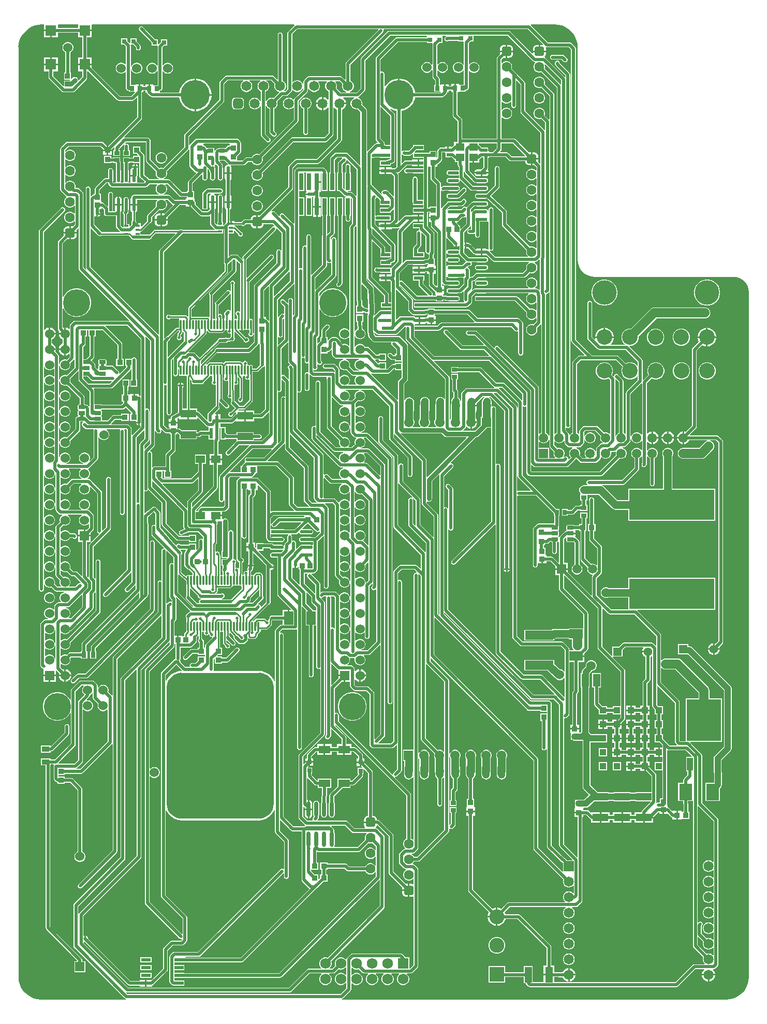
<source format=gtl>
G04*
G04 #@! TF.GenerationSoftware,Altium Limited,Altium Designer,24.1.2 (44)*
G04*
G04 Layer_Physical_Order=1*
G04 Layer_Color=255*
%FSLAX44Y44*%
%MOMM*%
G71*
G04*
G04 #@! TF.SameCoordinates,9E3D1DA3-FC52-4BB6-AAC9-55B28770B0AD*
G04*
G04*
G04 #@! TF.FilePolarity,Positive*
G04*
G01*
G75*
%ADD12C,0.2540*%
%ADD20R,0.9121X0.9581*%
%ADD21R,0.7400X2.7900*%
G04:AMPARAMS|DCode=22|XSize=1.5mm|YSize=0.3mm|CornerRadius=0.0495mm|HoleSize=0mm|Usage=FLASHONLY|Rotation=90.000|XOffset=0mm|YOffset=0mm|HoleType=Round|Shape=RoundedRectangle|*
%AMROUNDEDRECTD22*
21,1,1.5000,0.2010,0,0,90.0*
21,1,1.4010,0.3000,0,0,90.0*
1,1,0.0990,0.1005,0.7005*
1,1,0.0990,0.1005,-0.7005*
1,1,0.0990,-0.1005,-0.7005*
1,1,0.0990,-0.1005,0.7005*
%
%ADD22ROUNDEDRECTD22*%
%ADD23O,1.2700X2.5400*%
%ADD24R,0.9581X0.9121*%
G04:AMPARAMS|DCode=25|XSize=1.1mm|YSize=0.6mm|CornerRadius=0.051mm|HoleSize=0mm|Usage=FLASHONLY|Rotation=0.000|XOffset=0mm|YOffset=0mm|HoleType=Round|Shape=RoundedRectangle|*
%AMROUNDEDRECTD25*
21,1,1.1000,0.4980,0,0,0.0*
21,1,0.9980,0.6000,0,0,0.0*
1,1,0.1020,0.4990,-0.2490*
1,1,0.1020,-0.4990,-0.2490*
1,1,0.1020,-0.4990,0.2490*
1,1,0.1020,0.4990,0.2490*
%
%ADD25ROUNDEDRECTD25*%
%ADD26R,0.9000X0.8500*%
%ADD27R,0.9000X0.7500*%
%ADD28R,1.2500X2.5000*%
%ADD29R,0.6000X1.8000*%
%ADD30R,0.8500X0.9000*%
%ADD31R,0.8500X0.7000*%
%ADD32R,1.5000X1.3000*%
%ADD33R,0.7556X0.8121*%
%ADD34R,2.5000X1.2500*%
%ADD35R,4.6000X1.5000*%
%ADD36R,1.5200X2.1800*%
%ADD37R,2.1800X1.5200*%
%ADD38R,0.8000X1.0000*%
%ADD39R,1.5500X0.6000*%
%ADD40R,0.7581X0.8121*%
%ADD41R,0.8000X0.8000*%
%ADD42R,0.9500X0.9500*%
%ADD43R,1.4000X1.2000*%
G04:AMPARAMS|DCode=44|XSize=1.8741mm|YSize=0.5421mm|CornerRadius=0.2711mm|HoleSize=0mm|Usage=FLASHONLY|Rotation=180.000|XOffset=0mm|YOffset=0mm|HoleType=Round|Shape=RoundedRectangle|*
%AMROUNDEDRECTD44*
21,1,1.8741,0.0000,0,0,180.0*
21,1,1.3319,0.5421,0,0,180.0*
1,1,0.5421,-0.6660,0.0000*
1,1,0.5421,0.6660,0.0000*
1,1,0.5421,0.6660,0.0000*
1,1,0.5421,-0.6660,0.0000*
%
%ADD44ROUNDEDRECTD44*%
%ADD45R,1.8741X0.5421*%
G04:AMPARAMS|DCode=46|XSize=2.0771mm|YSize=0.5821mm|CornerRadius=0.2911mm|HoleSize=0mm|Usage=FLASHONLY|Rotation=0.000|XOffset=0mm|YOffset=0mm|HoleType=Round|Shape=RoundedRectangle|*
%AMROUNDEDRECTD46*
21,1,2.0771,0.0000,0,0,0.0*
21,1,1.4949,0.5821,0,0,0.0*
1,1,0.5821,0.7475,0.0000*
1,1,0.5821,-0.7475,0.0000*
1,1,0.5821,-0.7475,0.0000*
1,1,0.5821,0.7475,0.0000*
%
%ADD46ROUNDEDRECTD46*%
%ADD47R,2.0771X0.5821*%
%ADD48R,1.3000X0.9000*%
%ADD49R,0.7000X0.7000*%
%ADD50R,0.5200X0.5600*%
%ADD51R,1.0600X1.0600*%
%ADD52R,1.1549X2.1062*%
%ADD53R,1.7399X1.7399*%
%ADD54C,1.5240*%
G04:AMPARAMS|DCode=55|XSize=2.1692mm|YSize=0.5821mm|CornerRadius=0.2911mm|HoleSize=0mm|Usage=FLASHONLY|Rotation=90.000|XOffset=0mm|YOffset=0mm|HoleType=Round|Shape=RoundedRectangle|*
%AMROUNDEDRECTD55*
21,1,2.1692,0.0000,0,0,90.0*
21,1,1.5870,0.5821,0,0,90.0*
1,1,0.5821,0.0000,0.7935*
1,1,0.5821,0.0000,-0.7935*
1,1,0.5821,0.0000,-0.7935*
1,1,0.5821,0.0000,0.7935*
%
%ADD55ROUNDEDRECTD55*%
%ADD56R,0.5821X2.1692*%
%ADD57R,0.9500X0.9500*%
%ADD58R,0.6604X0.3048*%
%ADD59R,2.1590X2.7430*%
%ADD60O,0.7000X2.5000*%
%ADD61R,1.0000X2.0500*%
%ADD62R,5.6500X6.9000*%
%ADD63R,1.9000X1.3000*%
%ADD64R,14.0000X5.0000*%
%ADD96R,2.4500X2.4500*%
%ADD97C,2.4500*%
%ADD109C,1.7400*%
%ADD110R,1.7400X1.7400*%
%ADD112C,0.2700*%
%ADD113C,0.5080*%
%ADD114C,1.0160*%
%ADD115C,0.4879*%
%ADD116C,0.7620*%
%ADD117C,1.2700*%
%ADD118C,1.5240*%
%ADD119C,0.2743*%
%ADD120C,0.4680*%
%ADD121C,1.6000*%
G04:AMPARAMS|DCode=122|XSize=1.6mm|YSize=1.6mm|CornerRadius=0.4mm|HoleSize=0mm|Usage=FLASHONLY|Rotation=90.000|XOffset=0mm|YOffset=0mm|HoleType=Round|Shape=RoundedRectangle|*
%AMROUNDEDRECTD122*
21,1,1.6000,0.8000,0,0,90.0*
21,1,0.8000,1.6000,0,0,90.0*
1,1,0.8000,0.4000,0.4000*
1,1,0.8000,0.4000,-0.4000*
1,1,0.8000,-0.4000,-0.4000*
1,1,0.8000,-0.4000,0.4000*
%
%ADD122ROUNDEDRECTD122*%
%ADD123R,1.5240X1.5240*%
%ADD124C,1.5500*%
%ADD125R,1.5500X1.5500*%
%ADD126C,2.5400*%
%ADD127C,4.0000*%
%ADD128R,1.5000X1.5000*%
%ADD129C,1.5000*%
%ADD130R,1.6510X1.6510*%
%ADD131C,1.6510*%
%ADD132R,1.5500X1.5500*%
%ADD133C,4.4450*%
%ADD134C,1.6500*%
%ADD135C,4.8000*%
G04:AMPARAMS|DCode=136|XSize=1.65mm|YSize=1.65mm|CornerRadius=0.4125mm|HoleSize=0mm|Usage=FLASHONLY|Rotation=180.000|XOffset=0mm|YOffset=0mm|HoleType=Round|Shape=RoundedRectangle|*
%AMROUNDEDRECTD136*
21,1,1.6500,0.8250,0,0,180.0*
21,1,0.8250,1.6500,0,0,180.0*
1,1,0.8250,-0.4125,0.4125*
1,1,0.8250,0.4125,0.4125*
1,1,0.8250,0.4125,-0.4125*
1,1,0.8250,-0.4125,-0.4125*
%
%ADD136ROUNDEDRECTD136*%
%ADD137R,1.4000X1.4000*%
%ADD138C,1.4000*%
%ADD139C,0.5080*%
G36*
X44323Y1597410D02*
Y1588833D01*
X55562D01*
Y1587563D01*
X56832D01*
Y1576324D01*
X66802D01*
Y1583679D01*
X99822D01*
Y1576324D01*
X107177D01*
Y1543304D01*
X99822D01*
Y1533334D01*
X122301D01*
Y1543304D01*
X114946D01*
Y1576324D01*
X122301D01*
Y1586293D01*
X111061D01*
Y1588833D01*
X122301D01*
Y1596507D01*
X123199Y1597405D01*
X453410Y1597384D01*
X453936Y1596114D01*
X443667Y1585845D01*
X442825Y1584585D01*
X442529Y1583098D01*
Y1491743D01*
X439217Y1488431D01*
X437940D01*
X437414Y1489701D01*
X438412Y1490699D01*
X439665Y1492869D01*
X440314Y1495291D01*
Y1497797D01*
X439665Y1500219D01*
X438412Y1502389D01*
X436639Y1504162D01*
X434679Y1505294D01*
Y1580304D01*
X434604Y1580679D01*
Y1581062D01*
X434458Y1581415D01*
X434383Y1581791D01*
X434170Y1582109D01*
X434024Y1582462D01*
X433753Y1582733D01*
X433541Y1583051D01*
X433223Y1583263D01*
X432952Y1583534D01*
X432599Y1583680D01*
X432281Y1583893D01*
X431905Y1583968D01*
X431552Y1584114D01*
X431169D01*
X430794Y1584189D01*
X430419Y1584114D01*
X430036D01*
X429683Y1583968D01*
X429307Y1583893D01*
X428989Y1583680D01*
X428636Y1583534D01*
X428365Y1583263D01*
X428047Y1583051D01*
X427835Y1582733D01*
X427564Y1582462D01*
X427418Y1582109D01*
X427205Y1581791D01*
X427130Y1581415D01*
X426984Y1581062D01*
Y1580679D01*
X426909Y1580304D01*
Y1507582D01*
X425736Y1507096D01*
X420139Y1512693D01*
X418879Y1513535D01*
X417392Y1513831D01*
X343290D01*
X341803Y1513535D01*
X340543Y1512693D01*
X332415Y1504565D01*
X331573Y1503305D01*
X331277Y1501818D01*
Y1474217D01*
X275011Y1417951D01*
X274169Y1416691D01*
X273873Y1415204D01*
Y1396967D01*
X239456Y1362550D01*
X237440Y1363090D01*
X234999D01*
X232984Y1362550D01*
X218651Y1376883D01*
Y1407330D01*
X218355Y1408817D01*
X217513Y1410077D01*
X216196Y1411394D01*
X214935Y1412236D01*
X213449Y1412532D01*
X176666D01*
X176341Y1412467D01*
X175715Y1413638D01*
X203581Y1441503D01*
X204423Y1442764D01*
X204719Y1444250D01*
Y1486411D01*
X207165D01*
Y1488874D01*
X210157D01*
Y1486158D01*
X212738D01*
X212899Y1485345D01*
X213741Y1484085D01*
X218229Y1479597D01*
X219490Y1478755D01*
X220976Y1478459D01*
X265639D01*
X266008Y1476129D01*
X267299Y1472156D01*
X269195Y1468434D01*
X271651Y1465054D01*
X274604Y1462100D01*
X277984Y1459645D01*
X281706Y1457748D01*
X285679Y1456457D01*
X289805Y1455804D01*
X290624D01*
Y1482344D01*
Y1508884D01*
X289805D01*
X285679Y1508230D01*
X281706Y1506939D01*
X277984Y1505043D01*
X274604Y1502587D01*
X271651Y1499633D01*
X269195Y1496254D01*
X267299Y1492532D01*
X266008Y1488559D01*
X265639Y1486228D01*
X234260D01*
X234089Y1487428D01*
X234089Y1487498D01*
Y1488877D01*
X235557Y1489169D01*
X236817Y1490011D01*
X237659Y1491272D01*
X237955Y1492758D01*
Y1520491D01*
X239225Y1520831D01*
X239520Y1520319D01*
X241175Y1518664D01*
X243202Y1517494D01*
X245464Y1516888D01*
X247804D01*
X250065Y1517494D01*
X252092Y1518664D01*
X253748Y1520319D01*
X254918Y1522346D01*
X255524Y1524607D01*
Y1526948D01*
X254918Y1529209D01*
X253748Y1531236D01*
X252092Y1532892D01*
X250065Y1534062D01*
X247804Y1534668D01*
X245464D01*
X243202Y1534062D01*
X241175Y1532892D01*
X239520Y1531236D01*
X239225Y1530725D01*
X237955Y1531065D01*
Y1559985D01*
X240896Y1562926D01*
X245942D01*
Y1573466D01*
X235402D01*
Y1568419D01*
X232212Y1565230D01*
X230942Y1565756D01*
Y1573466D01*
X225896D01*
X206151Y1593211D01*
X205833Y1593423D01*
X205562Y1593694D01*
X205209Y1593840D01*
X204891Y1594053D01*
X204515Y1594128D01*
X204162Y1594274D01*
X203779D01*
X203404Y1594349D01*
X203029Y1594274D01*
X202646D01*
X202293Y1594128D01*
X201917Y1594053D01*
X201599Y1593840D01*
X201246Y1593694D01*
X200975Y1593423D01*
X200657Y1593211D01*
X200445Y1592893D01*
X200174Y1592622D01*
X200028Y1592269D01*
X199815Y1591951D01*
X199741Y1591575D01*
X199594Y1591222D01*
Y1590839D01*
X199519Y1590464D01*
X199594Y1590089D01*
Y1589706D01*
X199741Y1589353D01*
X199815Y1588977D01*
X200028Y1588659D01*
X200174Y1588306D01*
X200445Y1588035D01*
X200657Y1587717D01*
X220402Y1567972D01*
Y1562926D01*
X229449D01*
X230255Y1561944D01*
X230185Y1561594D01*
Y1530593D01*
X228915Y1530253D01*
X228348Y1531236D01*
X226692Y1532892D01*
X224665Y1534062D01*
X222404Y1534668D01*
X220063D01*
X217802Y1534062D01*
X215775Y1532892D01*
X214120Y1531236D01*
X212950Y1529209D01*
X212344Y1526948D01*
Y1524607D01*
X212950Y1522346D01*
X214120Y1520319D01*
X215775Y1518664D01*
X217802Y1517494D01*
X220063Y1516888D01*
X222404D01*
X224665Y1517494D01*
X226692Y1518664D01*
X228348Y1520319D01*
X228915Y1521302D01*
X230185Y1520962D01*
Y1498089D01*
X224089D01*
X223967Y1498089D01*
X222819Y1498382D01*
Y1499359D01*
X217758D01*
Y1492758D01*
X215218D01*
Y1499359D01*
X210157D01*
Y1496643D01*
X207165D01*
Y1499612D01*
X202104D01*
Y1493012D01*
X199564D01*
Y1499612D01*
X194503D01*
Y1498636D01*
X193355Y1498342D01*
X193233Y1498342D01*
X186139D01*
Y1523907D01*
X187409Y1524075D01*
X187804Y1522600D01*
X188974Y1520573D01*
X190629Y1518918D01*
X192656Y1517748D01*
X194918Y1517142D01*
X197258D01*
X199519Y1517748D01*
X201546Y1518918D01*
X203202Y1520573D01*
X204372Y1522600D01*
X204978Y1524861D01*
Y1527202D01*
X204372Y1529463D01*
X203202Y1531490D01*
X201546Y1533146D01*
X199519Y1534316D01*
X197258Y1534922D01*
X194918D01*
X192656Y1534316D01*
X190629Y1533146D01*
X188974Y1531490D01*
X187804Y1529463D01*
X187409Y1527989D01*
X186139Y1528156D01*
Y1563100D01*
X186065Y1563468D01*
X186871Y1564450D01*
X190410D01*
X194743Y1560117D01*
Y1558798D01*
X194818Y1558423D01*
Y1558040D01*
X194964Y1557687D01*
X195039Y1557311D01*
X195252Y1556993D01*
X195398Y1556640D01*
X195669Y1556369D01*
X195881Y1556051D01*
X196199Y1555839D01*
X196470Y1555568D01*
X196823Y1555422D01*
X197141Y1555209D01*
X197517Y1555134D01*
X197870Y1554988D01*
X198253D01*
X198628Y1554913D01*
X199003Y1554988D01*
X199386D01*
X199739Y1555134D01*
X200115Y1555209D01*
X200433Y1555422D01*
X200786Y1555568D01*
X201057Y1555839D01*
X201375Y1556051D01*
X201587Y1556369D01*
X201858Y1556640D01*
X202004Y1556993D01*
X202217Y1557311D01*
X202292Y1557687D01*
X202438Y1558040D01*
Y1558423D01*
X202513Y1558798D01*
Y1561726D01*
X202217Y1563212D01*
X201375Y1564473D01*
X195904Y1569944D01*
Y1574990D01*
X185364D01*
Y1567280D01*
X184094Y1566754D01*
X180904Y1569944D01*
Y1574990D01*
X170364D01*
Y1564450D01*
X175410D01*
X178369Y1561491D01*
Y1532719D01*
X177099Y1532193D01*
X176146Y1533146D01*
X174119Y1534316D01*
X171858Y1534922D01*
X169517D01*
X167256Y1534316D01*
X165229Y1533146D01*
X163574Y1531490D01*
X162404Y1529463D01*
X161798Y1527202D01*
Y1524861D01*
X162404Y1522600D01*
X163574Y1520573D01*
X165229Y1518918D01*
X167256Y1517748D01*
X169517Y1517142D01*
X171858D01*
X174119Y1517748D01*
X176146Y1518918D01*
X177099Y1519871D01*
X178369Y1519345D01*
Y1493012D01*
X178665Y1491525D01*
X179507Y1490265D01*
X180767Y1489423D01*
X182254Y1489127D01*
X183233D01*
Y1487681D01*
X192831D01*
X193359Y1486413D01*
X187249Y1480303D01*
X168317D01*
X122301Y1526319D01*
Y1530794D01*
X99822D01*
Y1520825D01*
X107177D01*
Y1511682D01*
X101270Y1505775D01*
X100218Y1506294D01*
X100085Y1506386D01*
X99696Y1508339D01*
X98574Y1510020D01*
X96893Y1511142D01*
X94911Y1511537D01*
X92929Y1511142D01*
X91249Y1510020D01*
X89844Y1508615D01*
X88574Y1509141D01*
Y1518494D01*
X87197D01*
Y1551791D01*
X88770Y1552700D01*
X90426Y1554355D01*
X91596Y1556382D01*
X92202Y1558643D01*
Y1560984D01*
X91596Y1563245D01*
X90426Y1565272D01*
X88770Y1566928D01*
X86743Y1568098D01*
X84482Y1568704D01*
X82142D01*
X79880Y1568098D01*
X77853Y1566928D01*
X76198Y1565272D01*
X75028Y1563245D01*
X74422Y1560984D01*
Y1558643D01*
X75028Y1556382D01*
X76198Y1554355D01*
X77853Y1552700D01*
X79427Y1551791D01*
Y1518494D01*
X77034D01*
Y1507454D01*
X86500D01*
X87036Y1506246D01*
X86444Y1505494D01*
X77034D01*
Y1497152D01*
X75861Y1496665D01*
X59447Y1513079D01*
Y1520825D01*
X66802D01*
Y1530794D01*
X44323D01*
Y1520825D01*
X51678D01*
Y1511470D01*
X51973Y1509983D01*
X52815Y1508723D01*
X73952Y1487587D01*
X75212Y1486745D01*
X76699Y1486449D01*
X91322D01*
X92809Y1486745D01*
X94069Y1487587D01*
X113808Y1507326D01*
X114650Y1508586D01*
X114946Y1510073D01*
Y1520825D01*
X116807D01*
X163961Y1473671D01*
X165221Y1472829D01*
X166708Y1472533D01*
X188858D01*
X190345Y1472829D01*
X191605Y1473671D01*
X195776Y1477842D01*
X196949Y1477356D01*
Y1445860D01*
X150132Y1399042D01*
X149606D01*
Y1393022D01*
X155626D01*
Y1393548D01*
X158594Y1396516D01*
X159764Y1395891D01*
X159699Y1395565D01*
Y1391772D01*
X158064D01*
Y1382232D01*
X169104D01*
Y1391772D01*
X167469D01*
Y1393956D01*
X174911Y1401398D01*
X175987Y1400679D01*
X175948Y1400583D01*
X175735Y1400265D01*
X175660Y1399889D01*
X175514Y1399536D01*
Y1399153D01*
X175439Y1398778D01*
X175447Y1398738D01*
Y1391772D01*
X173812D01*
Y1382232D01*
X184852D01*
Y1391772D01*
X183217D01*
Y1398770D01*
X183134Y1399185D01*
Y1399536D01*
X183000Y1399860D01*
X182921Y1400257D01*
X182696Y1400593D01*
X182554Y1400936D01*
X182291Y1401199D01*
X182079Y1401517D01*
X182071Y1401525D01*
X181753Y1401737D01*
X181482Y1402008D01*
X181129Y1402154D01*
X180811Y1402367D01*
X180435Y1402442D01*
X180082Y1402588D01*
X179699D01*
X179324Y1402663D01*
X178949Y1402588D01*
X178566D01*
X178213Y1402442D01*
X177837Y1402367D01*
X177742Y1402433D01*
X177593Y1404081D01*
X178275Y1404763D01*
X210881D01*
Y1375274D01*
X211177Y1373787D01*
X212019Y1372527D01*
X227490Y1357056D01*
X226950Y1355040D01*
Y1352599D01*
X227582Y1350242D01*
X228802Y1348128D01*
X230528Y1346402D01*
X232214Y1345429D01*
X231873Y1344159D01*
X216655D01*
X208237Y1351011D01*
Y1382980D01*
X207941Y1384467D01*
X207099Y1385727D01*
X201600Y1391226D01*
Y1397772D01*
X189560D01*
Y1385732D01*
X196106D01*
X197893Y1383945D01*
X197407Y1382772D01*
X189560D01*
Y1379386D01*
X184852D01*
Y1380272D01*
X173812D01*
Y1370732D01*
X174677D01*
Y1359684D01*
X174624Y1359604D01*
X174299Y1357973D01*
Y1342103D01*
X174624Y1340471D01*
X174876Y1340095D01*
X174197Y1338825D01*
X170227D01*
X169548Y1340095D01*
X169800Y1340471D01*
X170124Y1342103D01*
Y1357973D01*
X169800Y1359604D01*
X169746Y1359684D01*
Y1371566D01*
X169451Y1373053D01*
X169179Y1373460D01*
Y1374542D01*
X169104Y1374917D01*
Y1380272D01*
X158064D01*
Y1379386D01*
X154356D01*
Y1382772D01*
X142316D01*
Y1370732D01*
X154356D01*
Y1371617D01*
X158064D01*
Y1370732D01*
X161688D01*
X161705Y1370647D01*
X161977Y1370240D01*
Y1359684D01*
X161924Y1359604D01*
X161599Y1357973D01*
Y1342103D01*
X161924Y1340471D01*
X162176Y1340095D01*
X161497Y1338825D01*
X157955D01*
X157046Y1339733D01*
Y1340391D01*
X157100Y1340471D01*
X157424Y1342103D01*
Y1357973D01*
X157100Y1359604D01*
X156176Y1360987D01*
X154793Y1361911D01*
X153162Y1362236D01*
X151531Y1361911D01*
X150148Y1360987D01*
X149224Y1359604D01*
X148899Y1357973D01*
Y1345937D01*
X144780D01*
X143293Y1345641D01*
X142033Y1344799D01*
X128571Y1331337D01*
X127729Y1330077D01*
X127433Y1328590D01*
Y1320732D01*
X125548D01*
Y1319033D01*
X124379Y1318801D01*
X123119Y1317959D01*
X121526Y1316366D01*
X120353Y1316852D01*
Y1328538D01*
X120278Y1328913D01*
Y1329296D01*
X120132Y1329649D01*
X120057Y1330024D01*
X119844Y1330342D01*
X119698Y1330696D01*
X119427Y1330966D01*
X119215Y1331284D01*
X118897Y1331497D01*
X118626Y1331768D01*
X118273Y1331914D01*
X117955Y1332127D01*
X117579Y1332201D01*
X117226Y1332348D01*
X116843D01*
X116468Y1332422D01*
X116093Y1332348D01*
X115710D01*
X115357Y1332201D01*
X114981Y1332127D01*
X114663Y1331914D01*
X114310Y1331768D01*
X114039Y1331497D01*
X113721Y1331284D01*
X113509Y1330966D01*
X113238Y1330696D01*
X113092Y1330342D01*
X112879Y1330024D01*
X112804Y1329649D01*
X112658Y1329296D01*
Y1328913D01*
X112583Y1328538D01*
Y1199558D01*
X112879Y1198071D01*
X113553Y1197063D01*
X112567Y1196253D01*
X108912Y1199907D01*
Y1320684D01*
X108617Y1322171D01*
X107775Y1323431D01*
X102197Y1329009D01*
X100937Y1329851D01*
X99450Y1330146D01*
X96814D01*
X96040Y1331154D01*
X96138Y1331517D01*
Y1333958D01*
X95506Y1336316D01*
X94286Y1338430D01*
X92560Y1340156D01*
X90446Y1341376D01*
X88088Y1342008D01*
X85647D01*
X83290Y1341376D01*
X81176Y1340156D01*
X79967Y1338946D01*
X78697Y1339472D01*
Y1351403D01*
X79967Y1351929D01*
X81176Y1350720D01*
X83290Y1349500D01*
X85647Y1348868D01*
X88088D01*
X90446Y1349500D01*
X92560Y1350720D01*
X94286Y1352446D01*
X95506Y1354560D01*
X96138Y1356917D01*
Y1359358D01*
X95506Y1361716D01*
X94286Y1363830D01*
X92560Y1365556D01*
X90446Y1366776D01*
X88088Y1367408D01*
X85647D01*
X83290Y1366776D01*
X81176Y1365556D01*
X79967Y1364346D01*
X78697Y1364872D01*
Y1376803D01*
X79967Y1377329D01*
X81176Y1376120D01*
X83290Y1374900D01*
X85647Y1374268D01*
X88088D01*
X90446Y1374900D01*
X92560Y1376120D01*
X94286Y1377846D01*
X95506Y1379960D01*
X96138Y1382317D01*
Y1384758D01*
X95506Y1387116D01*
X94286Y1389230D01*
X92560Y1390956D01*
X90446Y1392176D01*
X88088Y1392808D01*
X85647D01*
X83290Y1392176D01*
X81176Y1390956D01*
X79967Y1389746D01*
X78697Y1390272D01*
Y1391751D01*
X84549Y1397603D01*
X136991D01*
X141046Y1393548D01*
Y1393022D01*
X147066D01*
Y1399042D01*
X146540D01*
X141347Y1404235D01*
X140087Y1405077D01*
X138600Y1405373D01*
X82940D01*
X81453Y1405077D01*
X80193Y1404235D01*
X72065Y1396107D01*
X71223Y1394847D01*
X70927Y1393360D01*
Y1327574D01*
X71223Y1326087D01*
X72065Y1324827D01*
X80447Y1316445D01*
X80964Y1316100D01*
X81064Y1315464D01*
X80981Y1314561D01*
X79450Y1313030D01*
X78230Y1310916D01*
X77598Y1308558D01*
Y1306117D01*
X78230Y1303760D01*
X79450Y1301646D01*
X81176Y1299920D01*
X83290Y1298700D01*
X85647Y1298068D01*
X88088D01*
X90446Y1298700D01*
X92560Y1299920D01*
X93523Y1300883D01*
X94793Y1300357D01*
Y1288918D01*
X93523Y1288392D01*
X92560Y1289356D01*
X90446Y1290576D01*
X88088Y1291208D01*
X85647D01*
X83290Y1290576D01*
X81176Y1289356D01*
X79450Y1287630D01*
X78230Y1285516D01*
X77598Y1283158D01*
Y1280717D01*
X78230Y1278360D01*
X79450Y1276246D01*
X81176Y1274520D01*
X83290Y1273300D01*
X85647Y1272668D01*
X88088D01*
X90446Y1273300D01*
X92560Y1274520D01*
X93523Y1275483D01*
X94793Y1274957D01*
Y1269957D01*
X91842Y1267006D01*
X90868Y1267134D01*
X88138D01*
Y1257808D01*
X97464D01*
Y1260538D01*
X97336Y1261512D01*
X99970Y1264146D01*
X101143Y1263660D01*
Y1198298D01*
X101439Y1196812D01*
X102281Y1195551D01*
X184273Y1113559D01*
X184039Y1113079D01*
X183524Y1112512D01*
X182254Y1112765D01*
X94878D01*
X93391Y1112469D01*
X92131Y1111627D01*
X87559Y1107055D01*
X86717Y1105795D01*
X86421Y1104308D01*
Y1100038D01*
X85248Y1099552D01*
X84978Y1099822D01*
X82662Y1101159D01*
X80077Y1101852D01*
X80010D01*
Y1091692D01*
X78740D01*
Y1090422D01*
X68580D01*
Y1090354D01*
X69272Y1087770D01*
X70610Y1085453D01*
X72502Y1083562D01*
X74818Y1082224D01*
X74855Y1082214D01*
Y1075769D01*
X74818Y1075759D01*
X72502Y1074422D01*
X70610Y1072530D01*
X69272Y1070213D01*
X68580Y1067629D01*
Y1067562D01*
X78740D01*
Y1066292D01*
X80010D01*
Y1056132D01*
X80077D01*
X82662Y1056824D01*
X84978Y1058162D01*
X85248Y1058432D01*
X86421Y1057945D01*
Y1054067D01*
X81666Y1049311D01*
X79910Y1049782D01*
X77569D01*
X75308Y1049176D01*
X73281Y1048006D01*
X71626Y1046350D01*
X70456Y1044323D01*
X69925Y1042341D01*
X68654Y1042508D01*
Y1054862D01*
X68359Y1056348D01*
X67517Y1057609D01*
X62788Y1062337D01*
X62807Y1062370D01*
X63500Y1064954D01*
Y1065022D01*
X53340D01*
Y1067562D01*
X63500D01*
Y1067629D01*
X62807Y1070213D01*
X61470Y1072530D01*
X59578Y1074422D01*
X57262Y1075759D01*
X57224Y1075769D01*
Y1082214D01*
X57262Y1082224D01*
X59578Y1083562D01*
X61470Y1085453D01*
X62807Y1087770D01*
X63500Y1090354D01*
Y1090422D01*
X53340D01*
Y1091692D01*
X52070D01*
Y1101852D01*
X52002D01*
X49418Y1101159D01*
X47101Y1099822D01*
X45287Y1098007D01*
X44752Y1098053D01*
X44017Y1098250D01*
Y1258011D01*
X77813Y1291807D01*
X78025Y1292125D01*
X78296Y1292396D01*
X78442Y1292749D01*
X78655Y1293067D01*
X78730Y1293443D01*
X78876Y1293796D01*
Y1294179D01*
X78951Y1294554D01*
X78876Y1294929D01*
Y1295312D01*
X78730Y1295665D01*
X78655Y1296041D01*
X78442Y1296359D01*
X78296Y1296712D01*
X78025Y1296983D01*
X77813Y1297301D01*
X77495Y1297513D01*
X77224Y1297784D01*
X76871Y1297930D01*
X76553Y1298143D01*
X76177Y1298218D01*
X75824Y1298364D01*
X75441D01*
X75066Y1298439D01*
X74691Y1298364D01*
X74308D01*
X73955Y1298218D01*
X73579Y1298143D01*
X73261Y1297930D01*
X72908Y1297784D01*
X72637Y1297513D01*
X72319Y1297301D01*
X37385Y1262367D01*
X36543Y1261107D01*
X36247Y1259620D01*
Y673608D01*
X36322Y673233D01*
Y672850D01*
X36468Y672497D01*
X36543Y672121D01*
X36756Y671803D01*
X36902Y671450D01*
X37173Y671179D01*
X37385Y670861D01*
X37703Y670649D01*
X37974Y670378D01*
X38327Y670232D01*
X38645Y670019D01*
X39021Y669944D01*
X39374Y669798D01*
X39757D01*
X40132Y669723D01*
X40507Y669798D01*
X40890D01*
X41243Y669944D01*
X41619Y670019D01*
X41937Y670232D01*
X42290Y670378D01*
X42561Y670649D01*
X42879Y670861D01*
X43091Y671179D01*
X43362Y671450D01*
X43508Y671803D01*
X43721Y672121D01*
X43796Y672497D01*
X43942Y672850D01*
Y673233D01*
X44017Y673608D01*
Y681120D01*
X45287Y681460D01*
X46226Y679833D01*
X47881Y678178D01*
X49908Y677008D01*
X52169Y676402D01*
X54510D01*
X56266Y676872D01*
X62023Y671115D01*
X63283Y670273D01*
X64770Y669977D01*
X77124D01*
X77291Y668707D01*
X75308Y668176D01*
X73281Y667006D01*
X71626Y665350D01*
X70456Y663323D01*
X69850Y661062D01*
Y658721D01*
X70456Y656460D01*
X71626Y654433D01*
X72443Y653616D01*
X71917Y652346D01*
X67882D01*
X66395Y652051D01*
X65135Y651209D01*
X62159Y648233D01*
X61317Y646973D01*
X61021Y645486D01*
Y641179D01*
X59751Y640653D01*
X58798Y641606D01*
X56771Y642776D01*
X54510Y643382D01*
X52169D01*
X49908Y642776D01*
X47881Y641606D01*
X46226Y639950D01*
X45056Y637923D01*
X44450Y635662D01*
Y633321D01*
X45056Y631060D01*
X46226Y629033D01*
X47881Y627378D01*
X49908Y626208D01*
X51256Y625847D01*
X51089Y624577D01*
X46618D01*
X45131Y624281D01*
X43871Y623439D01*
X39163Y618731D01*
X38321Y617470D01*
X38025Y615984D01*
Y549684D01*
X38321Y548197D01*
X39163Y546937D01*
X41223Y544877D01*
X41541Y544665D01*
X41812Y544394D01*
X42165Y544248D01*
X42483Y544035D01*
X42486Y544035D01*
X43074Y543202D01*
X43180Y542828D01*
X43180Y542557D01*
Y534162D01*
X53340D01*
X63500D01*
Y540909D01*
X64770Y541368D01*
X69291Y536847D01*
X69272Y536813D01*
X68580Y534229D01*
Y534162D01*
X77470D01*
Y543052D01*
X77402D01*
X74818Y542359D01*
X74785Y542340D01*
X71077Y546049D01*
Y551587D01*
X72347Y552113D01*
X73281Y551178D01*
X75308Y550008D01*
X77569Y549402D01*
X79910D01*
X82171Y550008D01*
X84198Y551178D01*
X85854Y552833D01*
X87024Y554860D01*
X87630Y557121D01*
Y559462D01*
X87160Y561218D01*
X88477Y562535D01*
X104578D01*
Y560150D01*
X115118D01*
Y572690D01*
X113733D01*
Y582491D01*
X199294Y668052D01*
X200467Y667566D01*
Y659895D01*
X122101Y581529D01*
X121259Y580269D01*
X120963Y578782D01*
Y572690D01*
X119578D01*
Y560150D01*
X130118D01*
Y572690D01*
X128733D01*
Y577173D01*
X207099Y655539D01*
X212941Y661381D01*
X213957Y662397D01*
X214799Y663657D01*
X215095Y665144D01*
Y780966D01*
X215020Y781341D01*
Y781724D01*
X214874Y782077D01*
X214799Y782453D01*
X214586Y782771D01*
X214440Y783124D01*
X214169Y783395D01*
X214079Y783531D01*
Y791778D01*
X224108Y799658D01*
X226629Y797137D01*
Y779816D01*
X226599Y779768D01*
X226253Y779474D01*
X225359Y778991D01*
X225247Y779014D01*
X224894Y779160D01*
X224511D01*
X224136Y779235D01*
X223761Y779160D01*
X223378D01*
X223025Y779014D01*
X222649Y778939D01*
X222331Y778726D01*
X221978Y778580D01*
X221707Y778309D01*
X221389Y778097D01*
X221177Y777779D01*
X220906Y777508D01*
X220760Y777155D01*
X220547Y776837D01*
X220473Y776461D01*
X220326Y776108D01*
Y775725D01*
X220251Y775350D01*
Y763449D01*
X220547Y761962D01*
X221389Y760702D01*
X240482Y741609D01*
X240475Y741479D01*
X240100Y740473D01*
X239969Y740326D01*
X239662D01*
X239309Y740180D01*
X238933Y740105D01*
X238615Y739892D01*
X238262Y739746D01*
X237991Y739475D01*
X237673Y739263D01*
X237461Y738945D01*
X237190Y738674D01*
X237044Y738321D01*
X236831Y738003D01*
X236756Y737627D01*
X236610Y737274D01*
Y736891D01*
X236535Y736516D01*
Y688669D01*
X236516Y688637D01*
X236195Y688351D01*
X235265Y687839D01*
X235181Y687856D01*
X234828Y688002D01*
X234445D01*
X234070Y688077D01*
X233695Y688002D01*
X233312D01*
X232959Y687856D01*
X232583Y687781D01*
X232265Y687568D01*
X231912Y687422D01*
X231641Y687151D01*
X231323Y686939D01*
X231111Y686621D01*
X230840Y686350D01*
X230694Y685997D01*
X230481Y685679D01*
X230406Y685303D01*
X230260Y684950D01*
Y684567D01*
X230185Y684192D01*
Y636374D01*
X157663Y563852D01*
X156821Y562592D01*
X156525Y561105D01*
Y500369D01*
X155373Y499974D01*
X155255Y499970D01*
X149389Y505836D01*
X149860Y507591D01*
Y509932D01*
X149254Y512193D01*
X148084Y514220D01*
X146428Y515876D01*
X144401Y517046D01*
X142140Y517652D01*
X139799D01*
X137538Y517046D01*
X135511Y515876D01*
X133856Y514220D01*
X133307Y513269D01*
X132037Y513609D01*
Y516044D01*
X131741Y517531D01*
X130899Y518791D01*
X126581Y523109D01*
X125321Y523951D01*
X123834Y524247D01*
X104784D01*
X103297Y523951D01*
X102037Y523109D01*
X89328Y510400D01*
X88486Y509139D01*
X88190Y507653D01*
Y493266D01*
X86945Y493019D01*
X86861Y493221D01*
X84290Y497069D01*
X81017Y500342D01*
X77169Y502913D01*
X72893Y504684D01*
X68354Y505587D01*
X63726D01*
X59187Y504684D01*
X54911Y502913D01*
X51063Y500342D01*
X47790Y497069D01*
X45219Y493221D01*
X43448Y488945D01*
X42545Y484406D01*
Y479778D01*
X43448Y475239D01*
X45219Y470963D01*
X47790Y467115D01*
X51063Y463842D01*
X54911Y461271D01*
X59187Y459500D01*
X63726Y458597D01*
X68354D01*
X72893Y459500D01*
X77169Y461271D01*
X81017Y463842D01*
X84290Y467115D01*
X86861Y470963D01*
X86945Y471165D01*
X88190Y470917D01*
Y421378D01*
X62193Y395380D01*
X55014D01*
Y397266D01*
X39474D01*
Y385726D01*
X47051D01*
Y119804D01*
X47347Y118317D01*
X48189Y117057D01*
X98444Y66802D01*
X97918Y65532D01*
X93980D01*
Y47752D01*
X111760D01*
Y65532D01*
X106755D01*
Y67870D01*
X106459Y69357D01*
X105617Y70617D01*
X54821Y121413D01*
Y385726D01*
X55014D01*
Y387611D01*
X59708D01*
X60387Y386341D01*
X60301Y386213D01*
X60005Y384726D01*
Y364332D01*
X60301Y362845D01*
X61143Y361585D01*
X64191Y358537D01*
X65451Y357695D01*
X66559Y357475D01*
Y355223D01*
X78221D01*
Y357399D01*
X87247D01*
X98985Y345661D01*
Y244658D01*
X97411Y243750D01*
X95756Y242094D01*
X94586Y240067D01*
X93980Y237806D01*
Y235466D01*
X94586Y233204D01*
X95756Y231177D01*
X97411Y229522D01*
X99438Y228352D01*
X101699Y227746D01*
X104040D01*
X106301Y228352D01*
X108328Y229522D01*
X109984Y231177D01*
X111154Y233204D01*
X111760Y235466D01*
Y237806D01*
X111154Y240067D01*
X109984Y242094D01*
X108328Y243750D01*
X106755Y244658D01*
Y347270D01*
X106459Y348757D01*
X105617Y350017D01*
X91603Y364031D01*
X90343Y364873D01*
X88856Y365168D01*
X78221D01*
Y367345D01*
X67775D01*
Y369763D01*
X78221D01*
Y371939D01*
X105026D01*
X106512Y372235D01*
X107773Y373077D01*
X155255Y420560D01*
X155373Y420556D01*
X156525Y420161D01*
Y246889D01*
X100767Y191131D01*
X100555Y190813D01*
X100284Y190542D01*
X100138Y190189D01*
X99925Y189871D01*
X99850Y189495D01*
X99704Y189142D01*
Y188759D01*
X99629Y188384D01*
X99704Y188009D01*
Y187626D01*
X99850Y187273D01*
X99925Y186897D01*
X100138Y186579D01*
X100284Y186226D01*
X100555Y185955D01*
X100767Y185637D01*
X101085Y185425D01*
X101356Y185154D01*
X101709Y185008D01*
X102027Y184795D01*
X102403Y184720D01*
X102756Y184574D01*
X103139D01*
X103514Y184499D01*
X103889Y184574D01*
X104272D01*
X104625Y184720D01*
X105001Y184795D01*
X105319Y185008D01*
X105672Y185154D01*
X105943Y185425D01*
X106261Y185637D01*
X163157Y242533D01*
X163999Y243793D01*
X164295Y245280D01*
Y559496D01*
X235362Y630563D01*
X236535Y630077D01*
Y594869D01*
X170617Y528951D01*
X169775Y527691D01*
X169479Y526204D01*
Y235459D01*
X93655Y159635D01*
X92813Y158375D01*
X92517Y156888D01*
Y90340D01*
X92813Y88853D01*
X93655Y87593D01*
X176459Y4789D01*
X177719Y3947D01*
X178159Y3860D01*
X178034Y2590D01*
X40001D01*
X40000Y2590D01*
Y2590D01*
X38755Y2650D01*
X34142Y3013D01*
X28428Y4384D01*
X22999Y6633D01*
X17988Y9704D01*
X13520Y13520D01*
X9704Y17988D01*
X6633Y22999D01*
X4384Y28428D01*
X3013Y34142D01*
X2650Y38755D01*
X2590Y40000D01*
X2590D01*
X2590Y40001D01*
Y1560000D01*
X2393Y1560991D01*
X2241Y1561219D01*
X2507Y1564604D01*
X3934Y1570548D01*
X6273Y1576195D01*
X9467Y1581407D01*
X13437Y1586055D01*
X18085Y1590025D01*
X23297Y1593219D01*
X28944Y1595558D01*
X34888Y1596985D01*
X40061Y1597392D01*
X40061Y1597392D01*
Y1597392D01*
X40079Y1597410D01*
X44323Y1597410D01*
D02*
G37*
G36*
X885858Y1596987D02*
X891572Y1595615D01*
X897001Y1593367D01*
X902011Y1590296D01*
X906480Y1586480D01*
X910296Y1582012D01*
X913367Y1577001D01*
X915615Y1571572D01*
X916987Y1565858D01*
X917437Y1560138D01*
X917410Y1560000D01*
Y1212076D01*
X917375D01*
X917714Y1207774D01*
X918721Y1203577D01*
X920373Y1199589D01*
X922628Y1195909D01*
X925431Y1192627D01*
X928713Y1189824D01*
X932393Y1187569D01*
X936380Y1185917D01*
X940577Y1184910D01*
X944880Y1184571D01*
Y1184606D01*
X1172718D01*
X1172859Y1184634D01*
X1177543Y1184173D01*
X1182183Y1182765D01*
X1186459Y1180480D01*
X1190208Y1177404D01*
X1193283Y1173656D01*
X1195569Y1169379D01*
X1196977Y1164740D01*
X1197330Y1161151D01*
X1197410Y1159914D01*
X1197410D01*
X1197410Y1159913D01*
Y41264D01*
X1197410Y40000D01*
X1197350Y38755D01*
X1196987Y34142D01*
X1195616Y28428D01*
X1193367Y22999D01*
X1190296Y17988D01*
X1186480Y13520D01*
X1182012Y9704D01*
X1177001Y6633D01*
X1171572Y4384D01*
X1165858Y3013D01*
X1161245Y2650D01*
X1160000Y2590D01*
Y2590D01*
X1159999Y2590D01*
X531914D01*
X531789Y3860D01*
X532229Y3947D01*
X533489Y4789D01*
X545681Y16981D01*
X546523Y18241D01*
X546819Y19728D01*
Y29105D01*
X548089Y29631D01*
X549376Y28344D01*
X551650Y27031D01*
X554185Y26352D01*
X556810D01*
X559346Y27031D01*
X561620Y28344D01*
X563476Y30200D01*
X564788Y32473D01*
X565468Y35009D01*
Y37634D01*
X564788Y40170D01*
X563476Y42443D01*
X561620Y44300D01*
X559346Y45612D01*
X556810Y46292D01*
X554185D01*
X551650Y45612D01*
X549376Y44300D01*
X548089Y43012D01*
X546819Y43538D01*
Y54505D01*
X548089Y55031D01*
X549376Y53744D01*
X551650Y52431D01*
X554185Y51752D01*
X556810D01*
X559305Y52420D01*
X565281Y46445D01*
X566541Y45603D01*
X568028Y45307D01*
X574143D01*
X574514Y44037D01*
X572920Y42443D01*
X571607Y40170D01*
X570928Y37634D01*
Y35009D01*
X571607Y32473D01*
X572920Y30200D01*
X574776Y28344D01*
X577050Y27031D01*
X579585Y26352D01*
X582210D01*
X584746Y27031D01*
X587020Y28344D01*
X588876Y30200D01*
X590188Y32473D01*
X590868Y35009D01*
Y37634D01*
X590188Y40170D01*
X588876Y42443D01*
X587282Y44037D01*
X587653Y45307D01*
X599543D01*
X599914Y44037D01*
X598320Y42443D01*
X597007Y40170D01*
X596328Y37634D01*
Y35009D01*
X597007Y32473D01*
X598320Y30200D01*
X600176Y28344D01*
X602450Y27031D01*
X604985Y26352D01*
X607610D01*
X610146Y27031D01*
X612420Y28344D01*
X614276Y30200D01*
X615588Y32473D01*
X616268Y35009D01*
Y37634D01*
X615588Y40170D01*
X614276Y42443D01*
X612682Y44037D01*
X613053Y45307D01*
X624943D01*
X625314Y44037D01*
X623720Y42443D01*
X622407Y40170D01*
X621728Y37634D01*
Y35009D01*
X622407Y32473D01*
X623720Y30200D01*
X625576Y28344D01*
X627850Y27031D01*
X630385Y26352D01*
X633010D01*
X635546Y27031D01*
X637820Y28344D01*
X639676Y30200D01*
X640988Y32473D01*
X641668Y35009D01*
Y37634D01*
X640988Y40170D01*
X639676Y42443D01*
X638082Y44037D01*
X638453Y45307D01*
X644280D01*
X645767Y45603D01*
X647027Y46445D01*
X655663Y55081D01*
X656505Y56341D01*
X656801Y57828D01*
Y215308D01*
X656505Y216795D01*
X655663Y218055D01*
X650837Y222881D01*
X649577Y223723D01*
X648090Y224019D01*
X647865D01*
X647339Y225289D01*
X648514Y226463D01*
X649557Y228271D01*
X656556D01*
X658043Y228566D01*
X659303Y229408D01*
X705701Y275806D01*
X706543Y277066D01*
X706839Y278553D01*
Y281954D01*
X706884Y281997D01*
X707812Y282462D01*
X708109Y282489D01*
X708298Y282300D01*
X708651Y282153D01*
X708969Y281941D01*
X709345Y281866D01*
X709698Y281720D01*
X710081D01*
X710456Y281645D01*
X710831Y281720D01*
X711214D01*
X711568Y281866D01*
X711943Y281941D01*
X712261Y282153D01*
X712614Y282300D01*
X712885Y282570D01*
X713203Y282783D01*
X716487Y286067D01*
X717329Y287327D01*
X717625Y288814D01*
Y307742D01*
X719260D01*
Y317282D01*
X708220D01*
Y307742D01*
X709855D01*
Y290423D01*
X708109Y288676D01*
X706839Y289202D01*
Y399455D01*
X708109Y399622D01*
X708383Y398600D01*
X708983Y397560D01*
Y376758D01*
X709009Y376561D01*
X708994Y376362D01*
X709140Y375569D01*
X709245Y374769D01*
X709322Y374585D01*
X709343Y374469D01*
Y370332D01*
X709605Y368343D01*
X710373Y366489D01*
X711594Y364897D01*
X713144Y363708D01*
Y348848D01*
X710993Y346697D01*
X710151Y345436D01*
X709855Y343950D01*
Y328782D01*
X708220D01*
Y319242D01*
X719260D01*
Y328782D01*
X717625D01*
Y342341D01*
X719775Y344492D01*
X720618Y345752D01*
X720913Y347239D01*
Y363708D01*
X722463Y364897D01*
X723685Y366489D01*
X724453Y368343D01*
X724714Y370332D01*
Y383032D01*
X724453Y385021D01*
X724355Y385257D01*
Y397148D01*
X725193Y398600D01*
X725808Y400894D01*
Y403269D01*
X725193Y405563D01*
X724006Y407620D01*
X722326Y409300D01*
X720269Y410487D01*
X717975Y411102D01*
X715600D01*
X713306Y410487D01*
X711249Y409300D01*
X709570Y407620D01*
X708383Y405563D01*
X708109Y404541D01*
X706839Y404708D01*
Y524426D01*
X706543Y525913D01*
X705701Y527173D01*
X676613Y556261D01*
Y560632D01*
X677786Y561118D01*
X844865Y394039D01*
Y249800D01*
X845161Y248313D01*
X846003Y247053D01*
X894032Y199024D01*
X893445Y196834D01*
Y194326D01*
X894094Y191903D01*
X895348Y189731D01*
X897121Y187958D01*
X899293Y186704D01*
X901716Y186055D01*
X904224D01*
X906646Y186704D01*
X908818Y187958D01*
X909880Y189020D01*
X911150Y188494D01*
Y177266D01*
X909880Y176740D01*
X908818Y177802D01*
X906646Y179056D01*
X904224Y179705D01*
X901716D01*
X899293Y179056D01*
X897121Y177802D01*
X895348Y176028D01*
X894094Y173856D01*
X893445Y171434D01*
Y168926D01*
X894094Y166503D01*
X895348Y164331D01*
X896621Y163059D01*
X896095Y161789D01*
X804832D01*
X803345Y161493D01*
X802085Y160651D01*
X792484Y151049D01*
X792120Y151293D01*
X789428Y152408D01*
X786571Y152976D01*
X786384D01*
Y138186D01*
Y123396D01*
X786571D01*
X789428Y123964D01*
X792120Y125079D01*
X794542Y126698D01*
X796602Y128758D01*
X798221Y131180D01*
X799335Y133872D01*
X799421Y134301D01*
X819107D01*
X866555Y86853D01*
Y58474D01*
X861650D01*
Y44704D01*
X870440D01*
Y42164D01*
X861650D01*
Y30979D01*
X843960D01*
Y57204D01*
X828920D01*
Y47319D01*
X798634D01*
Y57706D01*
X771594D01*
Y30666D01*
X798634D01*
Y39549D01*
X828920D01*
Y29664D01*
X832573D01*
X832851Y28265D01*
X833693Y27005D01*
X836351Y24347D01*
X837611Y23505D01*
X839098Y23209D01*
X1079128D01*
X1080615Y23505D01*
X1081875Y24347D01*
X1109947Y52419D01*
X1123747D01*
X1124273Y51149D01*
X1122932Y49808D01*
X1121510Y47347D01*
X1120775Y44601D01*
Y44450D01*
X1131570D01*
Y43180D01*
D01*
Y44450D01*
X1142365D01*
Y44601D01*
X1141629Y47347D01*
X1140208Y49808D01*
X1138867Y51149D01*
X1139393Y52419D01*
X1139580D01*
X1141067Y52715D01*
X1142327Y53557D01*
X1146391Y57621D01*
X1147233Y58881D01*
X1147529Y60368D01*
Y296080D01*
X1147233Y297567D01*
X1146391Y298827D01*
X1121113Y324105D01*
Y401692D01*
X1120817Y403179D01*
X1119975Y404439D01*
X1101617Y422797D01*
X1102103Y423970D01*
X1153216D01*
Y495510D01*
X1132998D01*
Y508172D01*
X1132693Y510493D01*
X1131797Y512656D01*
X1130372Y514513D01*
X1087110Y557774D01*
X1085253Y559199D01*
X1083091Y560095D01*
X1080770Y560401D01*
X1061212D01*
X1060629Y560324D01*
X1060042D01*
X1059474Y560172D01*
X1058891Y560095D01*
X1058348Y559870D01*
X1057781Y559718D01*
X1057271Y559424D01*
X1056729Y559199D01*
X1056263Y558842D01*
X1055753Y558548D01*
X1055338Y558132D01*
X1054937Y557824D01*
X1054641Y557873D01*
X1053667Y558290D01*
Y598730D01*
X1053371Y600217D01*
X1052529Y601477D01*
X1015016Y638990D01*
X1015542Y640260D01*
X1142388D01*
Y692800D01*
X999848D01*
Y675993D01*
X968365D01*
X967328Y676591D01*
X965067Y677197D01*
X962727D01*
X960466Y676591D01*
X958438Y675421D01*
X956783Y673766D01*
X955613Y671738D01*
X955007Y669477D01*
Y667137D01*
X955613Y664876D01*
X956783Y662848D01*
X958438Y661193D01*
X960466Y660023D01*
X962727Y659417D01*
X965067D01*
X967328Y660023D01*
X968365Y660621D01*
X999848D01*
Y640579D01*
X971881D01*
X948529Y663931D01*
Y692034D01*
X955843Y699349D01*
X956685Y700609D01*
X956981Y702095D01*
Y742406D01*
X956685Y743892D01*
X955843Y745153D01*
X944305Y756691D01*
Y768513D01*
X946481D01*
Y780174D01*
X944305D01*
Y819800D01*
X944009Y821286D01*
X943167Y822547D01*
X942801Y822913D01*
X942483Y823125D01*
X942212Y823396D01*
X941859Y823542D01*
X941541Y823755D01*
X941165Y823830D01*
X940812Y823976D01*
X940429D01*
X940054Y824051D01*
X939679Y823976D01*
X939296D01*
X938943Y823830D01*
X938567Y823755D01*
X938249Y823542D01*
X937896Y823396D01*
X937625Y823125D01*
X937307Y822913D01*
X937095Y822595D01*
X936824Y822324D01*
X936678Y821971D01*
X936465Y821653D01*
X936390Y821277D01*
X936244Y820924D01*
Y820541D01*
X936169Y820166D01*
X936244Y819791D01*
Y819408D01*
X936390Y819055D01*
X936465Y818679D01*
X936535Y818574D01*
Y780174D01*
X934359D01*
Y768513D01*
X936535D01*
Y755082D01*
X936831Y753595D01*
X937673Y752335D01*
X949212Y740797D01*
Y713553D01*
X947942Y713027D01*
X947171Y713798D01*
X945171Y714952D01*
X942941Y715550D01*
X940631D01*
X938958Y715102D01*
X929765Y724295D01*
Y768513D01*
X931941D01*
Y780174D01*
X931447D01*
Y789486D01*
X933332D01*
Y799526D01*
X921792D01*
Y789486D01*
X923678D01*
Y780174D01*
X919819D01*
Y778228D01*
X916065D01*
X915552Y778331D01*
X911870D01*
X911448Y778613D01*
X910754Y778751D01*
X900774D01*
X900079Y778613D01*
X899491Y778219D01*
X899097Y777630D01*
X898959Y776936D01*
Y771956D01*
X899097Y771261D01*
X898760Y769786D01*
X898712Y769726D01*
X898575Y769635D01*
X897964Y768721D01*
X897030Y768535D01*
X895769Y767693D01*
X888239Y760163D01*
X887533Y759105D01*
X886634Y759005D01*
X886136Y759072D01*
X886037Y759219D01*
X885596Y759514D01*
X885517Y760196D01*
X885596Y760878D01*
X886037Y761173D01*
X886431Y761762D01*
X886569Y762456D01*
Y767436D01*
X886431Y768131D01*
X886037Y768719D01*
X885597Y769014D01*
X885517Y769696D01*
X885597Y770378D01*
X886037Y770673D01*
X886431Y771261D01*
X886569Y771956D01*
Y776242D01*
X886848Y777645D01*
Y794160D01*
X888011D01*
Y804821D01*
X882441D01*
X853765Y833497D01*
X827344Y859918D01*
Y972181D01*
X827551Y972378D01*
X828558Y972808D01*
X828911Y972662D01*
X829229Y972449D01*
X829605Y972374D01*
X829958Y972228D01*
X830341D01*
X830716Y972153D01*
X831091Y972228D01*
X831474D01*
X831827Y972374D01*
X832153Y972439D01*
X832211Y972445D01*
X833096Y972048D01*
X833423Y971698D01*
Y865040D01*
X833719Y863553D01*
X834561Y862293D01*
X837101Y859753D01*
X838361Y858911D01*
X839848Y858615D01*
X954956D01*
X956443Y858911D01*
X957703Y859753D01*
X985536Y887586D01*
X987380Y887092D01*
X989755D01*
X992049Y887707D01*
X994106Y888894D01*
X995786Y890573D01*
X996973Y892630D01*
X997588Y894924D01*
Y897299D01*
X996973Y899593D01*
X995786Y901650D01*
X994106Y903330D01*
X992049Y904517D01*
X991004Y904797D01*
X991172Y906067D01*
X993530D01*
X995017Y906363D01*
X996277Y907205D01*
X1002875Y913803D01*
X1003717Y915063D01*
X1004013Y916550D01*
Y918908D01*
X1005283Y919075D01*
X1005563Y918030D01*
X1006750Y915973D01*
X1008429Y914294D01*
X1010486Y913107D01*
X1012780Y912492D01*
X1015155D01*
X1017449Y913107D01*
X1019506Y914294D01*
X1021186Y915973D01*
X1021395Y916337D01*
X1022665Y915996D01*
Y901627D01*
X1021395Y901287D01*
X1021186Y901650D01*
X1019506Y903330D01*
X1017449Y904517D01*
X1015155Y905132D01*
X1012780D01*
X1010486Y904517D01*
X1008429Y903330D01*
X1006750Y901650D01*
X1005563Y899593D01*
X1004948Y897299D01*
Y894924D01*
X1005563Y892630D01*
X1006750Y890573D01*
X1008429Y888894D01*
X1010083Y887939D01*
Y872101D01*
X990143Y852161D01*
X935618D01*
X935243Y852086D01*
X934860D01*
X934507Y851940D01*
X934131Y851865D01*
X933813Y851652D01*
X933460Y851506D01*
X933189Y851235D01*
X932871Y851023D01*
X932659Y850705D01*
X932388Y850434D01*
X932242Y850081D01*
X932029Y849763D01*
X931954Y849387D01*
X931808Y849034D01*
Y848651D01*
X931733Y848276D01*
X931808Y847901D01*
Y847518D01*
X931954Y847165D01*
X932029Y846789D01*
X932242Y846471D01*
X932388Y846118D01*
X932659Y845847D01*
X932871Y845529D01*
X933189Y845317D01*
X933460Y845046D01*
X933518Y845022D01*
X933279Y843821D01*
X933245Y843752D01*
X927562D01*
X925573Y843490D01*
X923719Y842722D01*
X922128Y841501D01*
X921809Y841086D01*
X921792D01*
Y841064D01*
X920906Y839909D01*
X920138Y838055D01*
X919876Y836066D01*
X920138Y834077D01*
X920906Y832223D01*
X921066Y832015D01*
X921792Y831046D01*
X921792D01*
X922210Y830292D01*
X921792Y829086D01*
X921792D01*
Y819046D01*
X923678D01*
Y811526D01*
X921792D01*
Y810391D01*
X915456D01*
X913969Y810095D01*
X912709Y809253D01*
X906831Y803375D01*
X901517D01*
Y804821D01*
X891421D01*
Y794160D01*
X901517D01*
Y795606D01*
X908440D01*
X909927Y795901D01*
X911187Y796743D01*
X917065Y802622D01*
X921792D01*
Y801486D01*
X933332D01*
Y811526D01*
X931447D01*
Y819046D01*
X933332D01*
Y828381D01*
X951691D01*
X973976Y806095D01*
X975568Y804874D01*
X977422Y804106D01*
X979411Y803844D01*
X999848D01*
Y785260D01*
X1142388D01*
Y837800D01*
X1072454D01*
Y891384D01*
X1073173Y892630D01*
X1073788Y894924D01*
Y897299D01*
X1073173Y899593D01*
X1071986Y901650D01*
X1070306Y903330D01*
X1068249Y904517D01*
X1065955Y905132D01*
X1063580D01*
X1061286Y904517D01*
X1059230Y903330D01*
X1057550Y901650D01*
X1056363Y899593D01*
X1055748Y897299D01*
Y894924D01*
X1056363Y892630D01*
X1057082Y891384D01*
Y837800D01*
X999848D01*
Y819216D01*
X982595D01*
X960309Y841501D01*
X958717Y842722D01*
X957754Y843121D01*
X958007Y844391D01*
X991752D01*
X993239Y844687D01*
X994499Y845529D01*
X1016715Y867745D01*
X1017557Y869005D01*
X1017852Y870492D01*
Y887939D01*
X1019506Y888894D01*
X1021186Y890573D01*
X1021395Y890937D01*
X1022665Y890596D01*
Y879717D01*
X1022422Y879474D01*
X1022276Y879121D01*
X1022063Y878803D01*
X1021988Y878427D01*
X1021842Y878074D01*
Y877691D01*
X1021767Y877316D01*
X1021842Y876941D01*
Y876558D01*
X1021988Y876205D01*
X1022063Y875829D01*
X1022276Y875511D01*
X1022422Y875158D01*
X1022693Y874887D01*
X1022905Y874569D01*
X1023223Y874357D01*
X1023494Y874086D01*
X1023847Y873940D01*
X1024165Y873727D01*
X1024541Y873652D01*
X1024894Y873506D01*
X1025277D01*
X1025652Y873431D01*
X1026027Y873506D01*
X1026410D01*
X1026763Y873652D01*
X1027139Y873727D01*
X1027457Y873940D01*
X1027810Y874086D01*
X1028081Y874357D01*
X1028399Y874569D01*
X1029297Y875467D01*
X1030139Y876727D01*
X1030435Y878214D01*
Y891005D01*
X1031705Y891345D01*
X1032150Y890573D01*
X1033829Y888894D01*
X1035483Y887939D01*
Y846108D01*
X1035558Y845733D01*
Y845350D01*
X1035704Y844996D01*
X1035779Y844621D01*
X1035992Y844303D01*
X1036138Y843950D01*
X1036408Y843679D01*
X1036621Y843361D01*
X1036939Y843148D01*
X1037210Y842878D01*
X1037563Y842731D01*
X1037881Y842519D01*
X1038257Y842444D01*
X1038610Y842298D01*
X1038993D01*
X1039368Y842223D01*
X1039743Y842298D01*
X1040126D01*
X1040479Y842444D01*
X1040854Y842519D01*
X1041173Y842731D01*
X1041526Y842878D01*
X1041797Y843148D01*
X1042115Y843361D01*
X1042327Y843679D01*
X1042598Y843950D01*
X1042744Y844303D01*
X1042957Y844621D01*
X1043031Y844996D01*
X1043178Y845350D01*
Y845733D01*
X1043252Y846108D01*
Y887939D01*
X1044906Y888894D01*
X1046586Y890573D01*
X1047773Y892630D01*
X1048388Y894924D01*
Y897299D01*
X1047773Y899593D01*
X1046586Y901650D01*
X1044906Y903330D01*
X1042849Y904517D01*
X1040555Y905132D01*
X1038180D01*
X1035886Y904517D01*
X1033829Y903330D01*
X1032150Y901650D01*
X1031705Y900879D01*
X1030435Y901219D01*
Y914097D01*
X1031705Y914623D01*
X1033050Y913278D01*
X1035396Y911923D01*
X1038013Y911222D01*
X1038098D01*
Y921512D01*
Y931802D01*
X1038013D01*
X1035396Y931101D01*
X1033050Y929746D01*
X1031705Y928401D01*
X1030435Y928927D01*
Y1010655D01*
X1038392Y1018612D01*
X1039743Y1017832D01*
X1043297Y1016880D01*
X1046975D01*
X1050528Y1017832D01*
X1053714Y1019671D01*
X1056314Y1022272D01*
X1058154Y1025458D01*
X1059106Y1029010D01*
Y1032689D01*
X1058154Y1036242D01*
X1056314Y1039427D01*
X1053714Y1042029D01*
X1050528Y1043868D01*
X1046975Y1044820D01*
X1043297D01*
X1039743Y1043868D01*
X1036558Y1042029D01*
X1033957Y1039427D01*
X1032118Y1036242D01*
X1031166Y1032689D01*
Y1029010D01*
X1032118Y1025458D01*
X1032898Y1024106D01*
X1024847Y1016054D01*
X1023577Y1016580D01*
Y1047412D01*
X1023281Y1048899D01*
X1022439Y1050159D01*
X1001988Y1070610D01*
X1002514Y1071880D01*
X1004885D01*
X1008438Y1072832D01*
X1011624Y1074671D01*
X1014225Y1077272D01*
X1016064Y1080458D01*
X1017016Y1084011D01*
Y1087139D01*
X1046638Y1116761D01*
X1125474D01*
X1126057Y1116838D01*
X1126644D01*
X1127212Y1116990D01*
X1127795Y1117067D01*
X1128338Y1117292D01*
X1128905Y1117444D01*
X1129415Y1117738D01*
X1129957Y1117963D01*
X1130424Y1118320D01*
X1130933Y1118614D01*
X1131348Y1119030D01*
X1131814Y1119388D01*
X1132172Y1119854D01*
X1132588Y1120269D01*
X1132882Y1120779D01*
X1133239Y1121245D01*
X1133464Y1121787D01*
X1133758Y1122297D01*
X1133910Y1122864D01*
X1134135Y1123407D01*
X1134212Y1123990D01*
X1134364Y1124558D01*
Y1125145D01*
X1134441Y1125728D01*
X1134364Y1126311D01*
Y1126898D01*
X1134212Y1127466D01*
X1134135Y1128049D01*
X1133910Y1128592D01*
X1133758Y1129159D01*
X1133464Y1129669D01*
X1133239Y1130211D01*
X1132882Y1130677D01*
X1132588Y1131187D01*
X1132172Y1131602D01*
X1131814Y1132068D01*
X1131348Y1132426D01*
X1130933Y1132842D01*
X1130424Y1133136D01*
X1129957Y1133493D01*
X1129415Y1133718D01*
X1128905Y1134012D01*
X1128338Y1134164D01*
X1127795Y1134389D01*
X1127212Y1134466D01*
X1126644Y1134618D01*
X1126057D01*
X1125474Y1134695D01*
X1042924D01*
X1040603Y1134389D01*
X1038441Y1133493D01*
X1036584Y1132068D01*
X1004335Y1099820D01*
X1001207D01*
X997654Y1098868D01*
X994468Y1097029D01*
X991867Y1094428D01*
X990028Y1091242D01*
X989076Y1087689D01*
Y1084011D01*
X990028Y1080458D01*
X991867Y1077272D01*
X994468Y1074671D01*
X994994Y1074367D01*
X994665Y1073141D01*
X971775D01*
X971249Y1074411D01*
X972973Y1076135D01*
X974641Y1078631D01*
X975790Y1081404D01*
X976376Y1084349D01*
Y1084580D01*
X961136D01*
X945896D01*
Y1084349D01*
X946223Y1082705D01*
X945052Y1082079D01*
X941027Y1086105D01*
Y1141646D01*
X940952Y1142021D01*
Y1142404D01*
X940806Y1142757D01*
X940731Y1143133D01*
X940518Y1143451D01*
X940372Y1143804D01*
X940101Y1144075D01*
X939889Y1144393D01*
X939571Y1144605D01*
X939300Y1144876D01*
X938947Y1145022D01*
X938629Y1145235D01*
X938253Y1145310D01*
X937900Y1145456D01*
X937517D01*
X937142Y1145531D01*
X936767Y1145456D01*
X936384D01*
X936031Y1145310D01*
X935655Y1145235D01*
X935337Y1145022D01*
X934984Y1144876D01*
X934713Y1144605D01*
X934395Y1144393D01*
X934183Y1144075D01*
X933912Y1143804D01*
X933766Y1143451D01*
X933553Y1143133D01*
X933478Y1142757D01*
X933332Y1142404D01*
Y1142021D01*
X933257Y1141646D01*
Y1084496D01*
X933553Y1083009D01*
X934395Y1081749D01*
X949635Y1066509D01*
X950895Y1065667D01*
X952382Y1065371D01*
X996239D01*
X1015807Y1045803D01*
Y1039295D01*
X1014581Y1038967D01*
X1014315Y1039427D01*
X1011713Y1042029D01*
X1008528Y1043868D01*
X1004975Y1044820D01*
X1001297D01*
X997744Y1043868D01*
X996392Y1043087D01*
X984494Y1054985D01*
X983234Y1055827D01*
X981747Y1056123D01*
X940529D01*
X914357Y1082295D01*
Y1558238D01*
X914061Y1559725D01*
X913219Y1560985D01*
X907279Y1566924D01*
X906019Y1567767D01*
X904532Y1568062D01*
X868772D01*
X840745Y1596089D01*
X841271Y1597359D01*
X879856Y1597357D01*
X880227Y1597430D01*
X885858Y1596987D01*
D02*
G37*
G36*
X99822Y1597407D02*
Y1591448D01*
X66802D01*
Y1596511D01*
X67700Y1597409D01*
X99822Y1597407D01*
D02*
G37*
G36*
X860837Y1565009D02*
X860626Y1564419D01*
X860184Y1563866D01*
X858710Y1564060D01*
X855980D01*
Y1554734D01*
X865306D01*
Y1557464D01*
X865081Y1559171D01*
X864917Y1559568D01*
X865301Y1560085D01*
X865886Y1560547D01*
X867162Y1560293D01*
X902923D01*
X906587Y1556629D01*
Y1080686D01*
X906883Y1079199D01*
X907725Y1077939D01*
X928368Y1057296D01*
X927882Y1056123D01*
X920750D01*
X919263Y1055827D01*
X918003Y1054985D01*
X909621Y1046603D01*
X908779Y1045343D01*
X908483Y1043856D01*
Y929684D01*
X906830Y928730D01*
X905150Y927050D01*
X904705Y926279D01*
X903435Y926619D01*
Y927270D01*
X903139Y928757D01*
X902297Y930017D01*
X898101Y934213D01*
Y937406D01*
X898250Y937566D01*
X899010Y937971D01*
X899371Y938011D01*
X899542Y937840D01*
X899895Y937694D01*
X900213Y937481D01*
X900589Y937406D01*
X900942Y937260D01*
X901325D01*
X901700Y937185D01*
X902075Y937260D01*
X902458D01*
X902811Y937406D01*
X903187Y937481D01*
X903505Y937694D01*
X903858Y937840D01*
X904129Y938111D01*
X904447Y938323D01*
X904660Y938641D01*
X904930Y938912D01*
X905076Y939265D01*
X905289Y939583D01*
X905364Y939959D01*
X905510Y940312D01*
Y940695D01*
X905585Y941070D01*
X905510Y941445D01*
Y941828D01*
X905364Y942181D01*
X905289Y942557D01*
X905213Y942671D01*
Y1019472D01*
Y1515661D01*
X904917Y1517148D01*
X904075Y1518408D01*
X888035Y1534447D01*
X887899Y1535130D01*
Y1535172D01*
X887883Y1535211D01*
X887763Y1535816D01*
X887420Y1536329D01*
X887319Y1536572D01*
X887133Y1536758D01*
X886921Y1537076D01*
X886836Y1537161D01*
X886518Y1537373D01*
X886248Y1537644D01*
X885894Y1537790D01*
X885576Y1538003D01*
X885201Y1538078D01*
X884847Y1538224D01*
X884465D01*
X884090Y1538299D01*
X883714Y1538224D01*
X883332D01*
X882978Y1538078D01*
X882603Y1538003D01*
X882285Y1537790D01*
X881931Y1537644D01*
X881661Y1537373D01*
X881343Y1537161D01*
X881130Y1536843D01*
X880860Y1536572D01*
X880713Y1536219D01*
X880501Y1535901D01*
X880426Y1535525D01*
X880279Y1535172D01*
Y1534789D01*
X880205Y1534414D01*
X880279Y1534039D01*
Y1533656D01*
X880289Y1533632D01*
Y1532815D01*
X880585Y1531328D01*
X881427Y1530068D01*
X897443Y1514052D01*
Y1511966D01*
X896173Y1511440D01*
X864949Y1542665D01*
X863688Y1543507D01*
X863374Y1544799D01*
X864423Y1546166D01*
X865081Y1547757D01*
X865306Y1549464D01*
Y1552194D01*
X854710D01*
X844113D01*
Y1550320D01*
X842843Y1549794D01*
X807047Y1585591D01*
X805787Y1586433D01*
X804300Y1586729D01*
X608720D01*
X607233Y1586433D01*
X605973Y1585591D01*
X563301Y1542919D01*
X562459Y1541659D01*
X562163Y1540172D01*
Y1492505D01*
X555803Y1486145D01*
X544473D01*
X544305Y1487415D01*
X545269Y1487673D01*
X547439Y1488926D01*
X549212Y1490699D01*
X550465Y1492869D01*
X551114Y1495291D01*
Y1497797D01*
X550465Y1500219D01*
X549212Y1502389D01*
X547439Y1504162D01*
X545479Y1505294D01*
Y1531635D01*
X598513Y1584669D01*
X598725Y1584987D01*
X598996Y1585258D01*
X599142Y1585611D01*
X599355Y1585929D01*
X599430Y1586305D01*
X599576Y1586658D01*
Y1587041D01*
X599651Y1587416D01*
X599576Y1587791D01*
Y1588174D01*
X599430Y1588527D01*
X599413Y1588611D01*
X599925Y1589541D01*
X600211Y1589862D01*
X600243Y1589881D01*
X835965D01*
X860837Y1565009D01*
D02*
G37*
G36*
X844479Y1537171D02*
X845739Y1536329D01*
X847226Y1536033D01*
X847774D01*
X848300Y1534763D01*
X847292Y1533756D01*
X846072Y1531642D01*
X845440Y1529284D01*
Y1526843D01*
X846072Y1524486D01*
X847292Y1522372D01*
X849018Y1520646D01*
X851132Y1519426D01*
X853489Y1518794D01*
X855930D01*
X857946Y1519334D01*
X883219Y1494061D01*
X883083Y936161D01*
X883083Y936161D01*
X883083Y936160D01*
Y929684D01*
X881430Y928730D01*
X880321Y927621D01*
X879051Y928147D01*
Y1482208D01*
X878755Y1483694D01*
X877913Y1484955D01*
X863440Y1499428D01*
X863980Y1501443D01*
Y1503884D01*
X863348Y1506242D01*
X862128Y1508356D01*
X860402Y1510082D01*
X858288Y1511302D01*
X855930Y1511934D01*
X853489D01*
X851132Y1511302D01*
X849018Y1510082D01*
X847292Y1508356D01*
X846072Y1506242D01*
X845440Y1503884D01*
Y1501443D01*
X846072Y1499086D01*
X847292Y1496972D01*
X849018Y1495246D01*
X851132Y1494026D01*
X853489Y1493394D01*
X855930D01*
X857946Y1493934D01*
X871281Y1480599D01*
Y1442582D01*
X870011Y1442056D01*
X863440Y1448628D01*
X863980Y1450643D01*
Y1453084D01*
X863348Y1455442D01*
X862128Y1457556D01*
X860402Y1459282D01*
X858288Y1460502D01*
X855930Y1461134D01*
X853489D01*
X851132Y1460502D01*
X849018Y1459282D01*
X847292Y1457556D01*
X846072Y1455442D01*
X845440Y1453084D01*
Y1450643D01*
X846072Y1448286D01*
X847292Y1446172D01*
X849018Y1444446D01*
X851132Y1443226D01*
X853489Y1442594D01*
X855930D01*
X857946Y1443134D01*
X863915Y1437165D01*
Y1425598D01*
X862645Y1425072D01*
X831553Y1456165D01*
Y1501258D01*
X831257Y1502744D01*
X830415Y1504005D01*
X815429Y1518990D01*
X815429Y1518991D01*
X809592Y1524828D01*
X810132Y1526843D01*
Y1529284D01*
X809500Y1531642D01*
X808280Y1533756D01*
X806554Y1535482D01*
X804440Y1536702D01*
X802082Y1537334D01*
X799641D01*
X797284Y1536702D01*
X795170Y1535482D01*
X793961Y1534272D01*
X792691Y1534798D01*
Y1539799D01*
X795887Y1542996D01*
X796862Y1542867D01*
X799592D01*
Y1552194D01*
X790265D01*
Y1549464D01*
X790394Y1548489D01*
X786059Y1544155D01*
X785217Y1542895D01*
X784921Y1541408D01*
Y1410707D01*
X728723D01*
Y1440858D01*
X728427Y1442345D01*
X727585Y1443605D01*
X720673Y1450517D01*
Y1486665D01*
X723119D01*
Y1487642D01*
X724267Y1487935D01*
Y1487935D01*
X734389D01*
Y1489381D01*
X735212D01*
X736699Y1489677D01*
X737959Y1490519D01*
X738801Y1491779D01*
X739097Y1493266D01*
Y1521761D01*
X740367Y1522101D01*
X740662Y1521589D01*
X742317Y1519934D01*
X744344Y1518764D01*
X746606Y1518158D01*
X748946D01*
X751207Y1518764D01*
X753234Y1519934D01*
X754890Y1521589D01*
X756060Y1523616D01*
X756666Y1525877D01*
Y1528218D01*
X756060Y1530479D01*
X754890Y1532506D01*
X753234Y1534162D01*
X751207Y1535332D01*
X748946Y1535938D01*
X746606D01*
X744344Y1535332D01*
X742317Y1534162D01*
X740662Y1532506D01*
X740367Y1531995D01*
X739097Y1532335D01*
Y1566335D01*
X742292Y1569530D01*
X747338D01*
Y1578959D01*
X802691D01*
X844479Y1537171D01*
D02*
G37*
G36*
X670490Y1567244D02*
X678886D01*
X679879Y1565974D01*
X679765Y1565404D01*
Y1532117D01*
X678495Y1531777D01*
X677928Y1532760D01*
X676272Y1534416D01*
X674245Y1535586D01*
X671984Y1536192D01*
X669643D01*
X667382Y1535586D01*
X665355Y1534416D01*
X663700Y1532760D01*
X662530Y1530733D01*
X661924Y1528472D01*
Y1526131D01*
X662530Y1523870D01*
X663700Y1521843D01*
X665355Y1520188D01*
X667382Y1519018D01*
X669643Y1518412D01*
X671984D01*
X674245Y1519018D01*
X676272Y1520188D01*
X677928Y1521843D01*
X678495Y1522827D01*
X679765Y1522486D01*
Y1512176D01*
X680061Y1510690D01*
X680903Y1509429D01*
X684027Y1506305D01*
Y1498342D01*
X682851D01*
Y1487681D01*
X692117D01*
X693317Y1486554D01*
X693304Y1486286D01*
X692927Y1486228D01*
X651349D01*
X650980Y1488559D01*
X649689Y1492532D01*
X647793Y1496254D01*
X645337Y1499633D01*
X642383Y1502587D01*
X639004Y1505043D01*
X635282Y1506939D01*
X631309Y1508230D01*
X627183Y1508884D01*
X626364D01*
Y1482344D01*
X623824D01*
Y1508884D01*
X623005D01*
X618879Y1508230D01*
X614906Y1506939D01*
X611184Y1505043D01*
X607804Y1502587D01*
X604850Y1499633D01*
X602438Y1496313D01*
X602336Y1496302D01*
X601168Y1496809D01*
Y1516550D01*
X601093Y1516925D01*
Y1517308D01*
X600947Y1517661D01*
X600872Y1518037D01*
X600660Y1518355D01*
X600513Y1518708D01*
X600243Y1518979D01*
X600030Y1519297D01*
X599712Y1519509D01*
X599442Y1519780D01*
X599088Y1519926D01*
X598770Y1520139D01*
X598395Y1520214D01*
X598041Y1520360D01*
X597659D01*
X597283Y1520435D01*
X596908Y1520360D01*
X596525D01*
X596172Y1520214D01*
X596088Y1520197D01*
X595158Y1520709D01*
X594837Y1520995D01*
X594818Y1521027D01*
Y1540080D01*
X623367Y1568629D01*
X670490D01*
Y1567244D01*
D02*
G37*
G36*
X701808Y1577689D02*
X701595Y1577547D01*
X700579Y1576531D01*
X700367Y1576213D01*
X700096Y1575942D01*
X699950Y1575589D01*
X699737Y1575271D01*
X699662Y1574895D01*
X699516Y1574542D01*
Y1574159D01*
X699441Y1573784D01*
X699516Y1573409D01*
Y1573026D01*
X699662Y1572673D01*
X699737Y1572297D01*
X699950Y1571979D01*
X700096Y1571626D01*
X700367Y1571355D01*
X700579Y1571037D01*
X700897Y1570825D01*
X701168Y1570554D01*
X701521Y1570408D01*
X701839Y1570195D01*
X702215Y1570120D01*
X702568Y1569974D01*
X702951D01*
X703326Y1569899D01*
X703701Y1569974D01*
X704084D01*
X704437Y1570120D01*
X704813Y1570195D01*
X705131Y1570408D01*
X705484Y1570554D01*
X705755Y1570825D01*
X705890Y1570915D01*
X721798D01*
Y1569530D01*
X730348D01*
X731390Y1568260D01*
X731327Y1567944D01*
Y1531863D01*
X730057Y1531523D01*
X729490Y1532506D01*
X727834Y1534162D01*
X725807Y1535332D01*
X723546Y1535938D01*
X721206D01*
X718944Y1535332D01*
X716917Y1534162D01*
X715262Y1532506D01*
X714092Y1530479D01*
X713486Y1528218D01*
Y1525877D01*
X714092Y1523616D01*
X715262Y1521589D01*
X716917Y1519934D01*
X718944Y1518764D01*
X721206Y1518158D01*
X723546D01*
X725807Y1518764D01*
X727834Y1519934D01*
X729490Y1521589D01*
X730057Y1522572D01*
X731327Y1522232D01*
Y1498596D01*
X724267D01*
Y1498596D01*
X723119Y1498890D01*
Y1499866D01*
X718058D01*
Y1493266D01*
X715518D01*
Y1499866D01*
X710457D01*
Y1497151D01*
X706783D01*
Y1499612D01*
X701722D01*
Y1493012D01*
X699182D01*
Y1499612D01*
X694121D01*
Y1498895D01*
X692962Y1498370D01*
X692804Y1498375D01*
X691797Y1498569D01*
Y1507914D01*
X691501Y1509401D01*
X690659Y1510661D01*
X687535Y1513785D01*
Y1522015D01*
X688805Y1522355D01*
X689100Y1521843D01*
X690755Y1520188D01*
X692782Y1519018D01*
X695043Y1518412D01*
X697384D01*
X699645Y1519018D01*
X701672Y1520188D01*
X703328Y1521843D01*
X704498Y1523870D01*
X705104Y1526131D01*
Y1528472D01*
X704498Y1530733D01*
X703328Y1532760D01*
X701672Y1534416D01*
X699645Y1535586D01*
X697384Y1536192D01*
X695043D01*
X692782Y1535586D01*
X690755Y1534416D01*
X689100Y1532760D01*
X688805Y1532249D01*
X687535Y1532589D01*
Y1563795D01*
X690984Y1567244D01*
X696030D01*
Y1577784D01*
X696030D01*
X696258Y1578959D01*
X701423D01*
X701808Y1577689D01*
D02*
G37*
G36*
X591564Y1588708D02*
X538847Y1535991D01*
X538005Y1534731D01*
X537709Y1533244D01*
Y1507582D01*
X536536Y1507096D01*
X532209Y1511423D01*
X530948Y1512265D01*
X529462Y1512561D01*
X477402D01*
X475915Y1512265D01*
X474655Y1511423D01*
X469829Y1506597D01*
X468987Y1505337D01*
X468691Y1503850D01*
Y1500177D01*
X467421Y1500010D01*
X467365Y1500219D01*
X466112Y1502389D01*
X464340Y1504162D01*
X462169Y1505415D01*
X459748Y1506064D01*
X457241D01*
X454820Y1505415D01*
X452649Y1504162D01*
X451569Y1503082D01*
X450299Y1503608D01*
Y1581489D01*
X458691Y1589881D01*
X591078D01*
X591564Y1588708D01*
D02*
G37*
G36*
X890331Y1506295D02*
Y1499732D01*
X889061Y1499206D01*
X863440Y1524828D01*
X863980Y1526843D01*
Y1529284D01*
X863407Y1531423D01*
X863876Y1531889D01*
X864463Y1532163D01*
X890331Y1506295D01*
D02*
G37*
G36*
X507408Y1503521D02*
X506276Y1502389D01*
X505023Y1500219D01*
X504374Y1497797D01*
Y1495291D01*
X505023Y1492869D01*
X506276Y1490699D01*
X508049Y1488926D01*
X510009Y1487794D01*
Y1474917D01*
X508783Y1474588D01*
X508678Y1474769D01*
X506669Y1476778D01*
X504209Y1478199D01*
X501465Y1478934D01*
X501314D01*
Y1468144D01*
Y1457354D01*
X501465D01*
X504209Y1458089D01*
X506669Y1459510D01*
X508678Y1461519D01*
X508783Y1461700D01*
X510009Y1461371D01*
Y1419353D01*
X503311Y1412655D01*
X450682D01*
X449196Y1412359D01*
X447935Y1411517D01*
X396174Y1359756D01*
X394158Y1360296D01*
X391717D01*
X389360Y1359664D01*
X387246Y1358444D01*
X385520Y1356718D01*
X384300Y1354604D01*
X383668Y1352246D01*
Y1349805D01*
X384300Y1347448D01*
X385520Y1345334D01*
X387246Y1343608D01*
X389360Y1342388D01*
X391717Y1341756D01*
X394158D01*
X396516Y1342388D01*
X398630Y1343608D01*
X400356Y1345334D01*
X401576Y1347448D01*
X402208Y1349805D01*
Y1352246D01*
X401668Y1354262D01*
X452291Y1404886D01*
X504920D01*
X506407Y1405181D01*
X507667Y1406023D01*
X516641Y1414997D01*
X517483Y1416257D01*
X517779Y1417744D01*
Y1461371D01*
X519006Y1461699D01*
X519110Y1461519D01*
X521119Y1459510D01*
X523579Y1458089D01*
X523859Y1458015D01*
Y1410767D01*
X490271Y1377179D01*
X457082D01*
X455595Y1376883D01*
X454335Y1376041D01*
X445191Y1366897D01*
X444349Y1365637D01*
X444053Y1364150D01*
Y1331435D01*
X397912Y1285294D01*
X396938Y1285422D01*
X394208D01*
Y1274826D01*
Y1264229D01*
X396938D01*
X398645Y1264454D01*
X400236Y1265113D01*
X401602Y1266161D01*
X402650Y1267528D01*
X403310Y1269118D01*
X403534Y1270826D01*
Y1270941D01*
X418514D01*
X420809Y1268646D01*
X420800Y1268585D01*
X420327Y1267606D01*
X420216Y1267443D01*
X419877Y1267376D01*
X419494D01*
X419141Y1267230D01*
X418765Y1267155D01*
X418447Y1266942D01*
X418094Y1266796D01*
X417823Y1266525D01*
X417505Y1266313D01*
X370127Y1218935D01*
X369285Y1217674D01*
X368989Y1216188D01*
X369285Y1214701D01*
X369930Y1213736D01*
X368944Y1212926D01*
X362039Y1219831D01*
X360779Y1220673D01*
X359292Y1220969D01*
X351672D01*
X350185Y1220673D01*
X348925Y1219831D01*
X347586Y1218492D01*
X346413Y1218978D01*
Y1255880D01*
X354948D01*
Y1260103D01*
X356218Y1260629D01*
X362170Y1254677D01*
Y1253918D01*
X362750Y1252518D01*
X363822Y1251446D01*
X365222Y1250866D01*
X366738D01*
X368138Y1251446D01*
X369210Y1252518D01*
X369790Y1253918D01*
Y1255434D01*
X369210Y1256834D01*
X368138Y1257906D01*
X366738Y1258486D01*
X365979D01*
X357387Y1267078D01*
X356513Y1267662D01*
X356218Y1267721D01*
Y1268981D01*
X367177D01*
X367213Y1268927D01*
X368473Y1268085D01*
X369960Y1267790D01*
X371447Y1268085D01*
X372707Y1268927D01*
X374721Y1270941D01*
X382341D01*
Y1270826D01*
X382566Y1269118D01*
X383225Y1267528D01*
X384273Y1266161D01*
X385640Y1265113D01*
X387231Y1264454D01*
X388938Y1264229D01*
X391668D01*
Y1274826D01*
Y1285422D01*
X388938D01*
X387231Y1285197D01*
X385640Y1284539D01*
X384273Y1283490D01*
X383225Y1282124D01*
X382566Y1280533D01*
X382341Y1278826D01*
Y1278710D01*
X373112D01*
X371625Y1278415D01*
X370365Y1277573D01*
X367213Y1274421D01*
X367177Y1274368D01*
X356218D01*
Y1275738D01*
X351646D01*
Y1271674D01*
X349106D01*
Y1275738D01*
X348133D01*
Y1291616D01*
Y1294379D01*
X349370Y1295205D01*
X350574Y1297008D01*
X350997Y1299135D01*
Y1305800D01*
X345440D01*
X339882D01*
Y1299135D01*
X340305Y1297008D01*
X341510Y1295205D01*
X342747Y1294379D01*
Y1291616D01*
Y1274457D01*
X342693Y1274421D01*
X341851Y1273161D01*
X341587Y1271835D01*
X341041Y1271727D01*
X339781Y1270885D01*
X338218Y1269322D01*
X336948Y1269813D01*
Y1274468D01*
X336261D01*
Y1287741D01*
X336329Y1287843D01*
X336624Y1289330D01*
Y1297424D01*
X336678Y1297504D01*
X337002Y1299135D01*
Y1315005D01*
X336678Y1316636D01*
X335754Y1318019D01*
X334371Y1318943D01*
X332740Y1319268D01*
X331109Y1318943D01*
X329726Y1318019D01*
X328802Y1316636D01*
X328477Y1315005D01*
Y1299135D01*
X328802Y1297504D01*
X328855Y1297424D01*
Y1290554D01*
X328787Y1290453D01*
X328492Y1288966D01*
Y1274468D01*
X327804D01*
Y1270829D01*
X326631Y1270343D01*
X323924Y1273049D01*
Y1295175D01*
X323970Y1295205D01*
X325174Y1297008D01*
X325597Y1299135D01*
Y1305800D01*
X320040D01*
X314482D01*
Y1299135D01*
X314905Y1297008D01*
X315948Y1295448D01*
X312081Y1291581D01*
X303615D01*
X292057Y1303139D01*
Y1306426D01*
X291761Y1307912D01*
X290919Y1309173D01*
X290758Y1309280D01*
Y1313216D01*
X290472D01*
X289488Y1313906D01*
Y1324946D01*
X287603D01*
Y1337395D01*
X301904Y1351696D01*
X303077Y1351210D01*
Y1346407D01*
X303402Y1344776D01*
X304326Y1343393D01*
X305709Y1342469D01*
X307340Y1342144D01*
X308971Y1342469D01*
X310354Y1343393D01*
X311278Y1344776D01*
X311602Y1346407D01*
Y1360491D01*
X312776Y1360977D01*
X313305Y1360447D01*
X315777Y1354481D01*
Y1346407D01*
X316102Y1344776D01*
X317026Y1343393D01*
X318409Y1342469D01*
X320040Y1342144D01*
X321671Y1342469D01*
X323054Y1343393D01*
X323978Y1344776D01*
X324302Y1346407D01*
Y1362277D01*
X323978Y1363908D01*
X323452Y1364696D01*
X323340Y1364888D01*
X323431Y1366229D01*
X323643Y1366547D01*
X323914Y1366818D01*
X324060Y1367171D01*
X324273Y1367489D01*
X324348Y1367865D01*
X324494Y1368218D01*
X325635Y1368598D01*
X325788Y1368597D01*
X328855Y1365530D01*
Y1363988D01*
X328802Y1363908D01*
X328477Y1362277D01*
Y1346407D01*
X328802Y1344776D01*
X329726Y1343393D01*
X331109Y1342469D01*
X332740Y1342144D01*
X334371Y1342469D01*
X335754Y1343393D01*
X336678Y1344776D01*
X337002Y1346407D01*
Y1362277D01*
X336678Y1363908D01*
X336624Y1363988D01*
Y1367139D01*
X336329Y1368626D01*
X335487Y1369886D01*
X332053Y1373320D01*
X332579Y1374590D01*
X339548D01*
X345080Y1369058D01*
X344662Y1367680D01*
X343313Y1367412D01*
X341510Y1366207D01*
X340305Y1364404D01*
X339882Y1362277D01*
Y1355612D01*
X345440D01*
X350997D01*
Y1362277D01*
X350574Y1364404D01*
X349606Y1365853D01*
X350061Y1367000D01*
X350168Y1367123D01*
X370638D01*
X372125Y1367419D01*
X373385Y1368261D01*
X377665Y1372541D01*
X384477D01*
X385520Y1370734D01*
X387246Y1369008D01*
X389360Y1367788D01*
X391717Y1367156D01*
X394158D01*
X396516Y1367788D01*
X398630Y1369008D01*
X400356Y1370734D01*
X401576Y1372848D01*
X402208Y1375205D01*
Y1377646D01*
X401668Y1379662D01*
X459575Y1437569D01*
X460417Y1438829D01*
X460713Y1440316D01*
Y1472269D01*
X475323Y1486879D01*
X476165Y1488139D01*
X476461Y1489626D01*
Y1491823D01*
X477731Y1492163D01*
X478576Y1490699D01*
X480349Y1488926D01*
X482519Y1487673D01*
X484941Y1487024D01*
X487447D01*
X489869Y1487673D01*
X492039Y1488926D01*
X493812Y1490699D01*
X495065Y1492869D01*
X495714Y1495291D01*
Y1497797D01*
X495065Y1500219D01*
X493812Y1502389D01*
X492680Y1503521D01*
X493206Y1504791D01*
X506882D01*
X507408Y1503521D01*
D02*
G37*
G36*
X398339Y1504791D02*
X397248Y1504162D01*
X395476Y1502389D01*
X394223Y1500219D01*
X393574Y1497797D01*
Y1495291D01*
X394223Y1492869D01*
X395476Y1490699D01*
X397248Y1488926D01*
X399209Y1487794D01*
Y1472464D01*
X397939Y1472124D01*
X396862Y1473990D01*
X395090Y1475762D01*
X392919Y1477015D01*
X390498Y1477664D01*
X387991D01*
X385570Y1477015D01*
X383399Y1475762D01*
X381626Y1473990D01*
X380373Y1471819D01*
X379724Y1469397D01*
Y1466891D01*
X380373Y1464470D01*
X381626Y1462299D01*
X383399Y1460526D01*
X385570Y1459273D01*
X387991Y1458624D01*
X390498D01*
X392919Y1459273D01*
X395090Y1460526D01*
X396862Y1462299D01*
X397939Y1464164D01*
X399209Y1463824D01*
Y1416614D01*
X399505Y1415128D01*
X400347Y1413867D01*
X408361Y1405853D01*
X408679Y1405641D01*
X408950Y1405370D01*
X409303Y1405224D01*
X409621Y1405011D01*
X409997Y1404936D01*
X410350Y1404790D01*
X410733D01*
X411108Y1404715D01*
X411483Y1404790D01*
X411866D01*
X412219Y1404936D01*
X412595Y1405011D01*
X412913Y1405224D01*
X413266Y1405370D01*
X413537Y1405641D01*
X413855Y1405853D01*
X414067Y1406171D01*
X414338Y1406442D01*
X414484Y1406795D01*
X414697Y1407113D01*
X414772Y1407489D01*
X414918Y1407842D01*
Y1408225D01*
X414993Y1408600D01*
X414918Y1408975D01*
Y1409358D01*
X414772Y1409711D01*
X414697Y1410087D01*
X414484Y1410405D01*
X414338Y1410758D01*
X414067Y1411029D01*
X413855Y1411347D01*
X406978Y1418223D01*
Y1463825D01*
X408248Y1464165D01*
X409326Y1462299D01*
X411099Y1460526D01*
X413059Y1459394D01*
Y1421814D01*
X413355Y1420327D01*
X414197Y1419067D01*
X418267Y1414997D01*
X418585Y1414785D01*
X418856Y1414514D01*
X419209Y1414368D01*
X419527Y1414155D01*
X419903Y1414080D01*
X420256Y1413934D01*
X420639D01*
X421014Y1413859D01*
X421389Y1413934D01*
X421772D01*
X422125Y1414080D01*
X422501Y1414155D01*
X422819Y1414368D01*
X423172Y1414514D01*
X423443Y1414785D01*
X423761Y1414997D01*
X423974Y1415315D01*
X424244Y1415586D01*
X424390Y1415939D01*
X424603Y1416257D01*
X424678Y1416633D01*
X424824Y1416986D01*
Y1417369D01*
X424899Y1417744D01*
X424824Y1418119D01*
Y1418502D01*
X424678Y1418855D01*
X424603Y1419231D01*
X424390Y1419549D01*
X424244Y1419902D01*
X423974Y1420173D01*
X423761Y1420491D01*
X420829Y1423423D01*
Y1459394D01*
X422789Y1460526D01*
X424562Y1462299D01*
X425815Y1464470D01*
X426464Y1466891D01*
Y1469397D01*
X425878Y1471584D01*
X434955Y1480661D01*
X440826D01*
X442313Y1480957D01*
X443573Y1481799D01*
X449161Y1487387D01*
X450003Y1488647D01*
X450190Y1489589D01*
X451460Y1490049D01*
X451531Y1490044D01*
X452649Y1488926D01*
X454820Y1487673D01*
X457241Y1487024D01*
X459748D01*
X462169Y1487673D01*
X464340Y1488926D01*
X466112Y1490699D01*
X467365Y1492869D01*
X467421Y1493078D01*
X468691Y1492911D01*
Y1491235D01*
X454081Y1476625D01*
X453239Y1475365D01*
X453147Y1474901D01*
X451769Y1474483D01*
X450490Y1475762D01*
X448319Y1477015D01*
X445897Y1477664D01*
X443391D01*
X440970Y1477015D01*
X438799Y1475762D01*
X437026Y1473990D01*
X435773Y1471819D01*
X435124Y1469397D01*
Y1466891D01*
X435773Y1464470D01*
X437026Y1462299D01*
X438799Y1460526D01*
X440970Y1459273D01*
X443391Y1458624D01*
X445897D01*
X448319Y1459273D01*
X450490Y1460526D01*
X451673Y1461710D01*
X452943Y1461184D01*
Y1441925D01*
X396174Y1385156D01*
X394158Y1385696D01*
X391717D01*
X389360Y1385064D01*
X387246Y1383844D01*
X385520Y1382118D01*
X384477Y1380311D01*
X376056D01*
X374569Y1380015D01*
X373309Y1379173D01*
X369029Y1374893D01*
X360096D01*
Y1381136D01*
X365595Y1386635D01*
X366437Y1387896D01*
X366733Y1389382D01*
Y1403520D01*
X366437Y1405007D01*
X365595Y1406267D01*
X362547Y1409315D01*
X361287Y1410157D01*
X359800Y1410453D01*
X294522D01*
X293035Y1410157D01*
X291775Y1409315D01*
X283369Y1400909D01*
X282913Y1400226D01*
X281643Y1400611D01*
Y1413595D01*
X337909Y1469861D01*
X338751Y1471121D01*
X339047Y1472608D01*
Y1500209D01*
X344899Y1506061D01*
X370299D01*
X370639Y1504791D01*
X369549Y1504162D01*
X367776Y1502389D01*
X366523Y1500219D01*
X365874Y1497797D01*
Y1495291D01*
X366523Y1492869D01*
X367776Y1490699D01*
X369549Y1488926D01*
X371720Y1487673D01*
X374141Y1487024D01*
X376647D01*
X379069Y1487673D01*
X381240Y1488926D01*
X383012Y1490699D01*
X384265Y1492869D01*
X384914Y1495291D01*
Y1497797D01*
X384265Y1500219D01*
X383012Y1502389D01*
X381240Y1504162D01*
X380149Y1504791D01*
X380489Y1506061D01*
X397998D01*
X398339Y1504791D01*
D02*
G37*
G36*
X532660Y1499984D02*
X532074Y1497797D01*
Y1495291D01*
X532723Y1492869D01*
X533976Y1490699D01*
X535748Y1488926D01*
X537919Y1487673D01*
X538882Y1487415D01*
X538715Y1486145D01*
X529787D01*
X522828Y1493104D01*
X523414Y1495291D01*
Y1497797D01*
X522765Y1500219D01*
X521512Y1502389D01*
X520380Y1503521D01*
X520906Y1504791D01*
X527853D01*
X532660Y1499984D01*
D02*
G37*
G36*
X421860D02*
X421274Y1497797D01*
Y1495291D01*
X421923Y1492869D01*
X423176Y1490699D01*
X424949Y1488926D01*
X427119Y1487673D01*
X428747Y1487237D01*
X429126Y1485820D01*
X420384Y1477078D01*
X418197Y1477664D01*
X415691D01*
X413269Y1477015D01*
X411099Y1475762D01*
X409326Y1473990D01*
X408248Y1472123D01*
X406978Y1472464D01*
Y1487794D01*
X408939Y1488926D01*
X410712Y1490699D01*
X411965Y1492869D01*
X412614Y1495291D01*
Y1497797D01*
X411965Y1500219D01*
X410712Y1502389D01*
X408939Y1504162D01*
X407849Y1504791D01*
X408189Y1506061D01*
X415783D01*
X421860Y1499984D01*
D02*
G37*
G36*
X823783Y1499649D02*
Y1454556D01*
X824079Y1453069D01*
X824921Y1451809D01*
X856549Y1420181D01*
Y1370563D01*
X855376Y1370077D01*
X852732Y1372721D01*
X852860Y1373696D01*
Y1376426D01*
X843534D01*
Y1367099D01*
X846264D01*
X847238Y1367228D01*
X850199Y1364267D01*
Y1359266D01*
X848929Y1358740D01*
X847956Y1359714D01*
X845842Y1360934D01*
X843484Y1361566D01*
X841043D01*
X838686Y1360934D01*
X836572Y1359714D01*
X834846Y1357988D01*
X833626Y1355874D01*
X832994Y1353516D01*
Y1351075D01*
X833626Y1348718D01*
X834846Y1346604D01*
X836572Y1344878D01*
X838686Y1343658D01*
X841043Y1343026D01*
X843484D01*
X845842Y1343658D01*
X847956Y1344878D01*
X848929Y1345852D01*
X850199Y1345325D01*
Y1333866D01*
X848929Y1333340D01*
X847956Y1334314D01*
X845842Y1335534D01*
X843484Y1336166D01*
X841043D01*
X838686Y1335534D01*
X836572Y1334314D01*
X834846Y1332588D01*
X833626Y1330474D01*
X832994Y1328116D01*
Y1325675D01*
X833626Y1323318D01*
X834846Y1321204D01*
X836572Y1319478D01*
X838686Y1318258D01*
X841043Y1317626D01*
X843484D01*
X845842Y1318258D01*
X847956Y1319478D01*
X848929Y1320452D01*
X850199Y1319926D01*
Y1308466D01*
X848929Y1307940D01*
X847956Y1308914D01*
X845842Y1310134D01*
X843484Y1310766D01*
X841043D01*
X838686Y1310134D01*
X836572Y1308914D01*
X834846Y1307188D01*
X833626Y1305074D01*
X832994Y1302716D01*
Y1300275D01*
X833626Y1297918D01*
X834846Y1295804D01*
X836572Y1294078D01*
X838686Y1292858D01*
X841043Y1292226D01*
X843484D01*
X845842Y1292858D01*
X847956Y1294078D01*
X848929Y1295052D01*
X850199Y1294525D01*
Y1283066D01*
X848929Y1282540D01*
X847956Y1283514D01*
X845842Y1284734D01*
X843484Y1285366D01*
X841043D01*
X838686Y1284734D01*
X836572Y1283514D01*
X834846Y1281788D01*
X833626Y1279674D01*
X832994Y1277316D01*
Y1274875D01*
X833626Y1272518D01*
X834846Y1270404D01*
X836572Y1268678D01*
X838686Y1267458D01*
X841043Y1266826D01*
X843484D01*
X845842Y1267458D01*
X847956Y1268678D01*
X848929Y1269652D01*
X850199Y1269126D01*
Y1257666D01*
X848929Y1257140D01*
X847956Y1258114D01*
X845842Y1259334D01*
X843484Y1259966D01*
X841043D01*
X838686Y1259334D01*
X836572Y1258114D01*
X834846Y1256388D01*
X833626Y1254274D01*
X832994Y1251916D01*
Y1249475D01*
X833626Y1247118D01*
X834846Y1245004D01*
X836572Y1243278D01*
X838686Y1242058D01*
X841043Y1241426D01*
X843484D01*
X845842Y1242058D01*
X847956Y1243278D01*
X848929Y1244252D01*
X850199Y1243726D01*
Y1232266D01*
X848929Y1231740D01*
X847956Y1232714D01*
X845842Y1233934D01*
X843484Y1234566D01*
X841043D01*
X839028Y1234026D01*
X801327Y1271727D01*
Y1291336D01*
X801031Y1292822D01*
X800189Y1294083D01*
X799663Y1294434D01*
X776136Y1316218D01*
X776111Y1317488D01*
X788550Y1329927D01*
X789370Y1331154D01*
X789658Y1332602D01*
Y1361377D01*
X789686Y1361444D01*
Y1362960D01*
X789106Y1364360D01*
X788034Y1365432D01*
X786634Y1366012D01*
X785118D01*
X783718Y1365432D01*
X782646Y1364360D01*
X782066Y1362960D01*
Y1361444D01*
X782094Y1361377D01*
Y1334169D01*
X768443Y1320518D01*
X768111D01*
X766721Y1320795D01*
X753402D01*
X751849Y1320486D01*
X750532Y1319606D01*
X749652Y1318289D01*
X749343Y1316736D01*
X749652Y1315183D01*
X750532Y1313866D01*
X751849Y1312986D01*
X753402Y1312677D01*
X766721D01*
X768111Y1312954D01*
X768528D01*
X793557Y1289778D01*
Y1270118D01*
X793853Y1268631D01*
X794695Y1267371D01*
X833534Y1228532D01*
X832994Y1226516D01*
Y1224075D01*
X833626Y1221718D01*
X834846Y1219604D01*
X836021Y1218429D01*
X835495Y1217159D01*
X782786D01*
X773568Y1226377D01*
X773835Y1226913D01*
X774316Y1227424D01*
X774487Y1227390D01*
X774840Y1227244D01*
X775223D01*
X775598Y1227169D01*
X775973Y1227244D01*
X776356D01*
X776709Y1227390D01*
X777085Y1227465D01*
X777403Y1227678D01*
X777756Y1227824D01*
X778027Y1228095D01*
X778345Y1228307D01*
X778557Y1228625D01*
X778828Y1228896D01*
X778974Y1229249D01*
X779187Y1229567D01*
X779262Y1229943D01*
X779408Y1230296D01*
Y1230679D01*
X779483Y1231054D01*
Y1294554D01*
X779408Y1294929D01*
Y1295312D01*
X779262Y1295665D01*
X779187Y1296041D01*
X778974Y1296359D01*
X778828Y1296712D01*
X778557Y1296983D01*
X778345Y1297301D01*
X778027Y1297513D01*
X777756Y1297784D01*
X777403Y1297930D01*
X777085Y1298143D01*
X776709Y1298218D01*
X776356Y1298364D01*
X775973D01*
X775598Y1298439D01*
X775223Y1298364D01*
X774840D01*
X774487Y1298218D01*
X774111Y1298143D01*
X773793Y1297930D01*
X773440Y1297784D01*
X773169Y1297513D01*
X772851Y1297301D01*
X772639Y1296983D01*
X772368Y1296712D01*
X772222Y1296359D01*
X772009Y1296041D01*
X771934Y1295665D01*
X771788Y1295312D01*
Y1294929D01*
X771713Y1294554D01*
Y1293141D01*
X770554Y1292906D01*
X770443Y1292930D01*
X769591Y1294206D01*
X768274Y1295085D01*
X766721Y1295394D01*
X753402D01*
X752012Y1295118D01*
X749690D01*
X748243Y1294830D01*
X747016Y1294010D01*
X744221Y1291216D01*
X744041Y1290946D01*
X742771Y1291331D01*
Y1294986D01*
X748038Y1300254D01*
X752012D01*
X753402Y1299977D01*
X766721D01*
X768274Y1300286D01*
X769591Y1301166D01*
X770471Y1302483D01*
X770780Y1304036D01*
X770471Y1305589D01*
X769591Y1306906D01*
X768274Y1307785D01*
X766721Y1308094D01*
X753402D01*
X752012Y1307818D01*
X746472D01*
X746472Y1307818D01*
X745024Y1307530D01*
X743797Y1306710D01*
X736211Y1299124D01*
X735962Y1298751D01*
X734698Y1298626D01*
X734694Y1298630D01*
X733294Y1299210D01*
X731778D01*
X730378Y1298630D01*
X729853Y1298105D01*
X729807Y1298074D01*
X726955Y1295222D01*
X721268D01*
X720400Y1295394D01*
X707081D01*
X705527Y1295085D01*
X704579Y1294451D01*
X703769Y1295438D01*
X708308Y1299977D01*
X720400D01*
X721789Y1300254D01*
X727710D01*
X729157Y1300542D01*
X730384Y1301361D01*
X733902Y1304879D01*
X734722Y1306106D01*
X734868Y1306839D01*
X735076Y1307342D01*
Y1308858D01*
X734496Y1310258D01*
X733424Y1311330D01*
X732024Y1311910D01*
X730508D01*
X729108Y1311330D01*
X728036Y1310258D01*
X727649Y1309324D01*
X726143Y1307818D01*
X721789D01*
X720400Y1308094D01*
X707081D01*
X705527Y1307785D01*
X704211Y1306906D01*
X703550Y1305917D01*
X695707Y1298074D01*
X694888Y1296847D01*
X693631Y1297038D01*
Y1324835D01*
X694818Y1325444D01*
X696218Y1324864D01*
X697734D01*
X699134Y1325444D01*
X699344Y1325654D01*
X705691D01*
X707081Y1325377D01*
X720400D01*
X721953Y1325686D01*
X723270Y1326566D01*
X724150Y1327883D01*
X724459Y1329436D01*
X724150Y1330989D01*
X723270Y1332306D01*
X721953Y1333185D01*
X720400Y1333495D01*
X707081D01*
X705691Y1333218D01*
X697792D01*
X697792Y1333218D01*
X696345Y1332930D01*
X695118Y1332110D01*
X694978Y1331970D01*
X694818Y1331904D01*
X693631Y1332513D01*
Y1336582D01*
X693335Y1338069D01*
X692493Y1339329D01*
X684605Y1347217D01*
Y1364914D01*
X687760D01*
Y1368094D01*
X687865Y1368115D01*
X689125Y1368957D01*
X694525Y1374357D01*
X695367Y1375617D01*
X695663Y1377104D01*
Y1388369D01*
X695877Y1388584D01*
X700218D01*
Y1386924D01*
X701488D01*
Y1384538D01*
X701474Y1384464D01*
X701488Y1384390D01*
Y1380394D01*
X709228D01*
Y1380579D01*
X710997D01*
X714459Y1377117D01*
X715719Y1376275D01*
X716568Y1376106D01*
Y1372594D01*
X720954D01*
Y1367920D01*
X721249Y1366433D01*
X722091Y1365173D01*
X723199Y1364065D01*
Y1359100D01*
X722079Y1358501D01*
X721953Y1358586D01*
X720400Y1358895D01*
X707081D01*
X705527Y1358586D01*
X704211Y1357706D01*
X703331Y1356389D01*
X703022Y1354836D01*
X703331Y1353283D01*
X704211Y1351966D01*
X705527Y1351086D01*
X707081Y1350777D01*
X720400D01*
X721953Y1351086D01*
X722079Y1351170D01*
X723199Y1350572D01*
Y1346708D01*
X723229Y1346561D01*
X722086Y1345797D01*
X721953Y1345885D01*
X720400Y1346194D01*
X707081D01*
X705527Y1345885D01*
X704211Y1345006D01*
X703331Y1343689D01*
X703022Y1342136D01*
X703331Y1340583D01*
X704211Y1339266D01*
X705527Y1338386D01*
X707081Y1338077D01*
X720400D01*
X721953Y1338386D01*
X723270Y1339266D01*
X724150Y1340583D01*
X724459Y1342136D01*
X724446Y1342201D01*
X725616Y1342827D01*
X741682Y1326761D01*
X742909Y1325941D01*
X744356Y1325654D01*
X752012D01*
X753402Y1325377D01*
X766721D01*
X768274Y1325686D01*
X769591Y1326566D01*
X770471Y1327883D01*
X770780Y1329436D01*
X770471Y1330989D01*
X769591Y1332306D01*
X768274Y1333185D01*
X766721Y1333495D01*
X753402D01*
X752012Y1333218D01*
X745923D01*
X730969Y1348172D01*
Y1355992D01*
X732239Y1356117D01*
X732385Y1355381D01*
X733227Y1354121D01*
X733663Y1353829D01*
X748031Y1339461D01*
X749259Y1338642D01*
X750706Y1338354D01*
X752012D01*
X753402Y1338077D01*
X766721D01*
X768274Y1338386D01*
X769591Y1339266D01*
X770471Y1340583D01*
X770780Y1342136D01*
X770471Y1343689D01*
X769591Y1345006D01*
X768274Y1345885D01*
X766721Y1346194D01*
X753402D01*
X752230Y1345961D01*
X739859Y1358332D01*
Y1371324D01*
X745568D01*
Y1379864D01*
X748108D01*
Y1371324D01*
X756378D01*
Y1376526D01*
X757263Y1377117D01*
X760670Y1380525D01*
X761940Y1380447D01*
Y1379124D01*
X763400D01*
Y1363523D01*
X760066Y1360189D01*
X753402D01*
X751353Y1359782D01*
X749616Y1358621D01*
X748456Y1356884D01*
X748301Y1356106D01*
X760061D01*
X771822D01*
X771667Y1356884D01*
X770507Y1358621D01*
X769761Y1359120D01*
X769755Y1359180D01*
X770575Y1360408D01*
X770863Y1361855D01*
X770761Y1362365D01*
Y1379124D01*
X772220D01*
Y1380783D01*
X778885D01*
X779910Y1380579D01*
X799643D01*
X805273Y1374949D01*
X806534Y1374107D01*
X808020Y1373811D01*
X831667D01*
Y1373696D01*
X831892Y1371989D01*
X832551Y1370398D01*
X833599Y1369032D01*
X834966Y1367983D01*
X836557Y1367324D01*
X838264Y1367099D01*
X840994D01*
Y1377696D01*
Y1388292D01*
X838264D01*
X837289Y1388164D01*
X815884Y1409569D01*
X814624Y1410411D01*
X813138Y1410707D01*
X792691D01*
Y1445129D01*
X793961Y1445655D01*
X795170Y1444446D01*
X797284Y1443226D01*
X799641Y1442594D01*
X802082D01*
X804440Y1443226D01*
X806554Y1444446D01*
X808280Y1446172D01*
X809500Y1448286D01*
X810132Y1450643D01*
Y1453084D01*
X809500Y1455442D01*
X808280Y1457556D01*
X806554Y1459282D01*
X804440Y1460502D01*
X802082Y1461134D01*
X799641D01*
X797284Y1460502D01*
X795170Y1459282D01*
X793961Y1458072D01*
X792691Y1458598D01*
Y1470529D01*
X793961Y1471055D01*
X795170Y1469846D01*
X797284Y1468626D01*
X799641Y1467994D01*
X802082D01*
X804440Y1468626D01*
X806554Y1469846D01*
X807527Y1470820D01*
X808797Y1470293D01*
Y1464480D01*
X808872Y1464105D01*
Y1463722D01*
X809018Y1463369D01*
X809093Y1462993D01*
X809306Y1462675D01*
X809452Y1462322D01*
X809723Y1462051D01*
X809935Y1461733D01*
X810253Y1461521D01*
X810524Y1461250D01*
X810877Y1461104D01*
X811195Y1460891D01*
X811571Y1460816D01*
X811924Y1460670D01*
X812307D01*
X812682Y1460595D01*
X813057Y1460670D01*
X813440D01*
X813793Y1460816D01*
X814169Y1460891D01*
X814487Y1461104D01*
X814840Y1461250D01*
X815111Y1461521D01*
X815429Y1461733D01*
X815641Y1462051D01*
X815912Y1462322D01*
X816058Y1462675D01*
X816271Y1462993D01*
X816346Y1463369D01*
X816492Y1463722D01*
Y1464105D01*
X816567Y1464480D01*
Y1505206D01*
X817740Y1505692D01*
X823783Y1499649D01*
D02*
G37*
G36*
X610677Y1447624D02*
Y1400762D01*
X602835D01*
X602460Y1400837D01*
X601595D01*
Y1402847D01*
X601299Y1404334D01*
X600457Y1405594D01*
X594818Y1411233D01*
Y1461824D01*
X595991Y1462310D01*
X610677Y1447624D01*
D02*
G37*
G36*
X710457Y1486665D02*
X712903D01*
Y1448908D01*
X713199Y1447422D01*
X714041Y1446161D01*
X720954Y1439249D01*
Y1405404D01*
X715298D01*
Y1400172D01*
X714459Y1399611D01*
X711768Y1396920D01*
X710498Y1397446D01*
Y1397604D01*
X706628D01*
Y1392264D01*
X704088D01*
Y1397604D01*
X700218D01*
Y1395945D01*
X695089D01*
X694064Y1396149D01*
X692577Y1395853D01*
X691317Y1395011D01*
X689031Y1392725D01*
X688189Y1391465D01*
X687893Y1389978D01*
Y1379751D01*
X687760Y1379682D01*
X686490Y1380453D01*
Y1390224D01*
X674950D01*
Y1387677D01*
X665940D01*
Y1388062D01*
X650893D01*
X650407Y1389236D01*
X653394Y1392222D01*
X665940D01*
Y1400762D01*
X647900D01*
Y1397716D01*
X640909Y1390725D01*
X635488D01*
X635400Y1390812D01*
X635047Y1390959D01*
X634728Y1391171D01*
X634353Y1391246D01*
X634000Y1391392D01*
X633617D01*
X633242Y1391467D01*
X632867Y1391392D01*
X632484D01*
X632130Y1391246D01*
X631755Y1391171D01*
X631437Y1390959D01*
X631083Y1390812D01*
X630813Y1390542D01*
X630495Y1390329D01*
X630282Y1390011D01*
X630248Y1389977D01*
X629138Y1390270D01*
X628979Y1390367D01*
Y1456088D01*
X631309Y1456457D01*
X635282Y1457748D01*
X639004Y1459645D01*
X642383Y1462100D01*
X645337Y1465054D01*
X647793Y1468434D01*
X649689Y1472156D01*
X650980Y1476129D01*
X651349Y1478459D01*
X695964D01*
X697450Y1478755D01*
X698711Y1479597D01*
X703199Y1484085D01*
X704041Y1485345D01*
X704253Y1486411D01*
X706783D01*
Y1489381D01*
X710457D01*
Y1486665D01*
D02*
G37*
G36*
X348056Y1401630D02*
Y1399495D01*
X347024D01*
X345537Y1399199D01*
X344277Y1398357D01*
X341954Y1396033D01*
X340808Y1395630D01*
Y1395630D01*
X340808Y1395630D01*
X329768D01*
Y1394745D01*
X329066D01*
X327579Y1394449D01*
X326319Y1393607D01*
X324287Y1391575D01*
X323790Y1390831D01*
X322520Y1391216D01*
Y1395630D01*
X311480D01*
Y1395319D01*
X310210Y1395047D01*
X309241Y1397202D01*
X308834Y1397774D01*
X308445Y1398357D01*
X308396Y1398389D01*
X308362Y1398437D01*
X307768Y1398809D01*
X307185Y1399199D01*
X307127Y1399210D01*
X307077Y1399241D01*
X306386Y1399358D01*
X305698Y1399495D01*
X305232D01*
Y1401630D01*
X305755Y1402683D01*
X347533D01*
X348056Y1401630D01*
D02*
G37*
G36*
X670490Y1577784D02*
X670490D01*
Y1576398D01*
X621758D01*
X620271Y1576103D01*
X619011Y1575261D01*
X588186Y1544436D01*
X587344Y1543176D01*
X587049Y1541689D01*
Y1409624D01*
X587344Y1408137D01*
X588186Y1406877D01*
X590466Y1404598D01*
X589980Y1403425D01*
X588742D01*
X587255Y1403129D01*
X585995Y1402287D01*
X573632Y1389924D01*
X572421Y1390337D01*
X572362Y1390385D01*
Y1456406D01*
X572362Y1456406D01*
X571968Y1458388D01*
X570845Y1460068D01*
X564765Y1466148D01*
X564964Y1466891D01*
Y1469397D01*
X564315Y1471819D01*
X563062Y1473990D01*
X561289Y1475762D01*
X559119Y1477015D01*
X558252Y1477248D01*
X558295Y1478551D01*
X558899Y1478671D01*
X560159Y1479513D01*
X568795Y1488149D01*
X569637Y1489409D01*
X569933Y1490896D01*
Y1538563D01*
X610329Y1578959D01*
X670262D01*
X670490Y1577784D01*
D02*
G37*
G36*
X784921Y1394969D02*
X778097Y1388145D01*
X772220D01*
Y1389804D01*
X770950D01*
Y1392191D01*
X770965Y1392264D01*
X770950Y1392338D01*
Y1396334D01*
X763210D01*
Y1396149D01*
X760725D01*
X757263Y1399611D01*
X756003Y1400453D01*
X755108Y1400631D01*
Y1402937D01*
X784921D01*
Y1394969D01*
D02*
G37*
G36*
X647900Y1385069D02*
Y1379522D01*
X664779D01*
Y1376632D01*
X658190D01*
Y1371092D01*
Y1365552D01*
X664779D01*
Y1362662D01*
X647900D01*
Y1362277D01*
X638048D01*
X636562Y1361981D01*
X635302Y1361139D01*
X634793Y1360631D01*
X634581Y1360313D01*
X634310Y1360042D01*
X634164Y1359689D01*
X633951Y1359371D01*
X633876Y1358995D01*
X633730Y1358642D01*
Y1358259D01*
X633655Y1357884D01*
X633730Y1357509D01*
Y1357126D01*
X633876Y1356773D01*
X633951Y1356397D01*
X634164Y1356079D01*
X634310Y1355726D01*
X634581Y1355455D01*
X634793Y1355137D01*
X635111Y1354925D01*
X635382Y1354654D01*
X635735Y1354508D01*
X636053Y1354295D01*
X636429Y1354220D01*
X636782Y1354074D01*
X637165D01*
X637540Y1353999D01*
X637915Y1354074D01*
X638298D01*
X638651Y1354220D01*
X639027Y1354295D01*
X639345Y1354508D01*
X639345Y1354508D01*
X647900D01*
Y1354122D01*
X664779D01*
Y1310592D01*
X655341D01*
Y1344782D01*
X655227Y1345352D01*
Y1345578D01*
X655141Y1345788D01*
X655045Y1346268D01*
X654773Y1346676D01*
X654647Y1346979D01*
X654416Y1347211D01*
X654203Y1347529D01*
X654164Y1347567D01*
X653846Y1347780D01*
X653576Y1348051D01*
X653222Y1348197D01*
X652904Y1348410D01*
X652529Y1348484D01*
X652175Y1348631D01*
X651793D01*
X651417Y1348705D01*
X651042Y1348631D01*
X650659D01*
X650306Y1348484D01*
X649931Y1348410D01*
X649613Y1348197D01*
X649259Y1348051D01*
X648989Y1347780D01*
X648671Y1347567D01*
X648458Y1347249D01*
X648187Y1346979D01*
X648041Y1346625D01*
X647828Y1346307D01*
X647754Y1345932D01*
X647607Y1345578D01*
Y1345196D01*
X647533Y1344821D01*
X647571Y1344626D01*
Y1306782D01*
X647646Y1306407D01*
Y1302052D01*
X664779D01*
Y1297892D01*
X647646D01*
Y1289352D01*
X664525D01*
Y1286462D01*
X657936D01*
Y1280922D01*
Y1275382D01*
X664525D01*
Y1272492D01*
X647646D01*
Y1263952D01*
X657991D01*
Y1263242D01*
X658287Y1261755D01*
X658500Y1261437D01*
X658491Y1261395D01*
X657992Y1260496D01*
X657740Y1260289D01*
X657488Y1260339D01*
X657113Y1260264D01*
X656730D01*
X656377Y1260118D01*
X656001Y1260043D01*
X655683Y1259830D01*
X655330Y1259684D01*
X655059Y1259413D01*
X654741Y1259201D01*
X654529Y1258883D01*
X654258Y1258612D01*
X654112Y1258259D01*
X653899Y1257941D01*
X653824Y1257565D01*
X653678Y1257212D01*
Y1256829D01*
X653603Y1256454D01*
Y1238049D01*
X649101Y1233547D01*
X648889Y1233229D01*
X648618Y1232958D01*
X648472Y1232605D01*
X648259Y1232287D01*
X648184Y1231911D01*
X648038Y1231558D01*
Y1231175D01*
X647963Y1230800D01*
X648038Y1230425D01*
Y1230042D01*
X648184Y1229689D01*
X648259Y1229313D01*
X648333Y1229202D01*
Y1221692D01*
X648408Y1221317D01*
Y1216962D01*
X666448D01*
Y1225502D01*
X656103D01*
Y1229561D01*
X660235Y1233693D01*
X661077Y1234953D01*
X661373Y1236440D01*
Y1256454D01*
X661372Y1256456D01*
X662434Y1257032D01*
X662568Y1257056D01*
X668707Y1250917D01*
Y1225804D01*
X668782Y1225429D01*
Y1225046D01*
X668928Y1224693D01*
X669003Y1224317D01*
X669216Y1223999D01*
X669362Y1223646D01*
X669633Y1223375D01*
X669845Y1223057D01*
X670163Y1222845D01*
X670434Y1222574D01*
X670787Y1222428D01*
X671105Y1222215D01*
X671481Y1222140D01*
X671834Y1221994D01*
X672217D01*
X672592Y1221919D01*
X672772Y1221955D01*
X673618Y1221573D01*
X674042Y1220906D01*
Y1215218D01*
X672156D01*
Y1213583D01*
X668052D01*
X666566Y1213287D01*
X665839Y1212802D01*
X648408D01*
Y1212417D01*
X638268D01*
X636781Y1212121D01*
X635521Y1211279D01*
X631746Y1207503D01*
X630575Y1208129D01*
X630639Y1208448D01*
Y1257723D01*
X648298Y1275382D01*
X655396D01*
Y1280922D01*
Y1286462D01*
X646376D01*
Y1284807D01*
X635898D01*
X634411Y1284511D01*
X633151Y1283669D01*
X625589Y1276107D01*
X624418Y1276732D01*
X624461Y1276946D01*
Y1351278D01*
X624165Y1352764D01*
X623817Y1353285D01*
X624402Y1354697D01*
X624939Y1354803D01*
X626199Y1355645D01*
X637761Y1367208D01*
X646630D01*
Y1365552D01*
X655650D01*
Y1371092D01*
Y1376632D01*
X646630D01*
Y1374977D01*
X636152D01*
X634665Y1374681D01*
X633405Y1373839D01*
X630152Y1370586D01*
X628979Y1371072D01*
Y1384798D01*
X629138Y1384895D01*
X630248Y1385187D01*
X630282Y1385154D01*
X630495Y1384835D01*
X631237Y1384093D01*
X632497Y1383251D01*
X633984Y1382955D01*
X642518D01*
X644004Y1383251D01*
X645265Y1384093D01*
X646727Y1385555D01*
X647900Y1385069D01*
D02*
G37*
G36*
X831616Y1382850D02*
X831361Y1381581D01*
X809629D01*
X803999Y1387211D01*
X802739Y1388053D01*
X801252Y1388349D01*
X790948D01*
X790462Y1389522D01*
X791553Y1390613D01*
X792395Y1391873D01*
X792691Y1393360D01*
Y1402937D01*
X811529D01*
X831616Y1382850D01*
D02*
G37*
G36*
X614906Y1457748D02*
X618879Y1456457D01*
X621209Y1456088D01*
Y1364691D01*
X618795Y1362277D01*
X613210D01*
Y1363932D01*
X604190D01*
Y1358392D01*
Y1352852D01*
X613210D01*
X613210Y1352852D01*
Y1352852D01*
X614176Y1352184D01*
X616692Y1349669D01*
Y1317357D01*
X615518Y1316871D01*
X607149Y1325241D01*
X605889Y1326083D01*
X604402Y1326379D01*
X600338D01*
X599963Y1326304D01*
X599580D01*
X599227Y1326158D01*
X598851Y1326083D01*
X598533Y1325870D01*
X598180Y1325724D01*
X597909Y1325453D01*
X597591Y1325241D01*
X597379Y1324923D01*
X597108Y1324652D01*
X596962Y1324299D01*
X596749Y1323981D01*
X596674Y1323605D01*
X596528Y1323252D01*
Y1322869D01*
X596453Y1322494D01*
X596528Y1322119D01*
Y1321736D01*
X596674Y1321383D01*
X596749Y1321007D01*
X596962Y1320689D01*
X597108Y1320336D01*
X597100Y1320322D01*
X595511Y1320114D01*
X579957Y1335669D01*
Y1378299D01*
X579976Y1378331D01*
X580297Y1378617D01*
X581227Y1379129D01*
X581311Y1379112D01*
X581664Y1378966D01*
X582047D01*
X582422Y1378891D01*
X582797Y1378966D01*
X583180D01*
X583533Y1379112D01*
X583909Y1379187D01*
X584227Y1379400D01*
X584580Y1379546D01*
X584851Y1379817D01*
X584987Y1379908D01*
X593900D01*
Y1379522D01*
X610677D01*
Y1377139D01*
X603892Y1375362D01*
X593900D01*
Y1366822D01*
X611940D01*
Y1369438D01*
X615546Y1370382D01*
X615786Y1370499D01*
X616049Y1370551D01*
X616462Y1370828D01*
X616909Y1371045D01*
X617086Y1371245D01*
X617309Y1371393D01*
X617585Y1371807D01*
X617915Y1372179D01*
X618002Y1372431D01*
X618151Y1372654D01*
X618248Y1373141D01*
X618410Y1373611D01*
X618395Y1373878D01*
X618447Y1374140D01*
Y1449233D01*
X618151Y1450720D01*
X617309Y1451980D01*
X610951Y1458338D01*
X611707Y1459378D01*
X614906Y1457748D01*
D02*
G37*
G36*
X552105Y1477105D02*
X551769Y1477015D01*
X549599Y1475762D01*
X547826Y1473990D01*
X546573Y1471819D01*
X545924Y1469397D01*
Y1466891D01*
X546573Y1464470D01*
X547826Y1462299D01*
X549599Y1460526D01*
X551769Y1459273D01*
X554191Y1458624D01*
X556697D01*
X557440Y1458823D01*
X562003Y1454260D01*
Y1367220D01*
X560830Y1366734D01*
X541109Y1386455D01*
X539849Y1387297D01*
X538362Y1387593D01*
X522360D01*
X520873Y1387297D01*
X519613Y1386455D01*
X513382Y1380223D01*
X512539Y1378963D01*
X512244Y1377476D01*
Y1355354D01*
X511158D01*
Y1324914D01*
X521098D01*
Y1355354D01*
X520013D01*
Y1375867D01*
X523969Y1379823D01*
X531803D01*
X532320Y1378553D01*
X526082Y1372315D01*
X525239Y1371055D01*
X524944Y1369568D01*
Y1355354D01*
X523858D01*
Y1324914D01*
X527654D01*
X535615Y1316953D01*
X536875Y1316111D01*
X537817Y1315924D01*
X537691Y1314654D01*
X536558D01*
Y1284214D01*
X537644D01*
Y1278890D01*
X537939Y1277403D01*
X538543Y1276500D01*
X538552Y1276478D01*
X538569Y1276461D01*
X538782Y1276143D01*
X539035Y1275889D01*
X539353Y1275677D01*
X539624Y1275406D01*
X539977Y1275260D01*
X540295Y1275047D01*
X540671Y1274972D01*
X541024Y1274826D01*
X541407D01*
X541782Y1274751D01*
X542157Y1274826D01*
X542540D01*
X542893Y1274972D01*
X543269Y1275047D01*
X543587Y1275260D01*
X543940Y1275406D01*
X544211Y1275677D01*
X544529Y1275889D01*
X544741Y1276207D01*
X545012Y1276478D01*
X545158Y1276831D01*
X545371Y1277149D01*
X545446Y1277525D01*
X545592Y1277878D01*
Y1278261D01*
X545667Y1278636D01*
X545592Y1279011D01*
Y1279394D01*
X545446Y1279747D01*
X545413Y1279911D01*
Y1284214D01*
X546498D01*
Y1312255D01*
X547674Y1312767D01*
X548447Y1312141D01*
Y1272033D01*
X545267Y1268853D01*
X544425Y1267593D01*
X544129Y1266106D01*
Y1097619D01*
X542859Y1097345D01*
X541398Y1098806D01*
X539371Y1099976D01*
X537110Y1100582D01*
X534770D01*
X532508Y1099976D01*
X530481Y1098806D01*
X528826Y1097150D01*
X527656Y1095123D01*
X527050Y1092862D01*
Y1090521D01*
X527656Y1088260D01*
X528826Y1086233D01*
X530481Y1084578D01*
X532508Y1083408D01*
X534770Y1082802D01*
X537110D01*
X539371Y1083408D01*
X541398Y1084578D01*
X542859Y1086039D01*
X544129Y1085764D01*
Y1072219D01*
X542859Y1071945D01*
X541398Y1073406D01*
X539371Y1074576D01*
X537110Y1075182D01*
X534770D01*
X533014Y1074711D01*
X529547Y1078179D01*
Y1078654D01*
X529251Y1080141D01*
X528409Y1081401D01*
X524853Y1084957D01*
X523593Y1085799D01*
X522106Y1086095D01*
X516010D01*
X514523Y1085799D01*
X513263Y1084957D01*
X510095Y1081788D01*
X509253Y1080528D01*
X507989Y1080683D01*
Y1086227D01*
X506043D01*
Y1095798D01*
X510620Y1100375D01*
X510832Y1100693D01*
X511103Y1100964D01*
X511249Y1101317D01*
X511462Y1101635D01*
X511536Y1102010D01*
X511683Y1102364D01*
Y1102747D01*
X511758Y1103122D01*
X511683Y1103497D01*
Y1103880D01*
X511536Y1104233D01*
X511462Y1104608D01*
X511249Y1104927D01*
X511103Y1105280D01*
X510832Y1105551D01*
X510620Y1105869D01*
X510302Y1106081D01*
X510031Y1106352D01*
X509678Y1106498D01*
X509359Y1106711D01*
X508984Y1106785D01*
X508631Y1106932D01*
X508248D01*
X507873Y1107007D01*
X507498Y1106932D01*
X507115D01*
X506762Y1106785D01*
X506386Y1106711D01*
X506068Y1106498D01*
X505715Y1106352D01*
X505444Y1106081D01*
X505126Y1105869D01*
X499411Y1100154D01*
X498569Y1098893D01*
X498273Y1097407D01*
Y1086227D01*
X496327D01*
Y1079599D01*
X494643Y1077915D01*
X494629Y1077912D01*
X493369Y1077070D01*
X492366Y1076067D01*
X491193Y1076553D01*
Y1084928D01*
X493602Y1087337D01*
X494444Y1088597D01*
X494739Y1090084D01*
Y1131317D01*
X495985Y1131565D01*
X496069Y1131363D01*
X498640Y1127515D01*
X501913Y1124242D01*
X505761Y1121671D01*
X510037Y1119900D01*
X514576Y1118997D01*
X519204D01*
X523743Y1119900D01*
X528019Y1121671D01*
X531867Y1124242D01*
X535140Y1127515D01*
X537711Y1131363D01*
X539482Y1135639D01*
X540385Y1140178D01*
Y1144806D01*
X539482Y1149345D01*
X537711Y1153621D01*
X535140Y1157469D01*
X531867Y1160742D01*
X528019Y1163313D01*
X523743Y1165084D01*
X519204Y1165987D01*
X514576D01*
X510037Y1165084D01*
X505761Y1163313D01*
X501913Y1160742D01*
X498640Y1157469D01*
X496069Y1153621D01*
X495985Y1153419D01*
X494739Y1153667D01*
Y1158062D01*
X521161Y1184483D01*
X522003Y1185743D01*
X522299Y1187230D01*
Y1245616D01*
X522224Y1245991D01*
Y1246374D01*
X522078Y1246727D01*
X522003Y1247103D01*
X521790Y1247421D01*
X521644Y1247774D01*
X521373Y1248045D01*
X521161Y1248363D01*
X520843Y1248575D01*
X520572Y1248846D01*
X520219Y1248992D01*
X519901Y1249205D01*
X519525Y1249280D01*
X519172Y1249426D01*
X518789D01*
X518414Y1249501D01*
X518039Y1249426D01*
X517656D01*
X517303Y1249280D01*
X516927Y1249205D01*
X516609Y1248992D01*
X516256Y1248846D01*
X515985Y1248575D01*
X515667Y1248363D01*
X515455Y1248045D01*
X515184Y1247774D01*
X515038Y1247421D01*
X514825Y1247103D01*
X514750Y1246727D01*
X514604Y1246374D01*
X513423Y1246589D01*
Y1248593D01*
X518875Y1254045D01*
X519717Y1255306D01*
X520013Y1256792D01*
Y1284214D01*
X521098D01*
Y1314654D01*
X511158D01*
Y1284214D01*
X512244D01*
Y1258401D01*
X508486Y1254644D01*
X507313Y1255130D01*
Y1284214D01*
X508398D01*
Y1314654D01*
X498458D01*
Y1284214D01*
X499544D01*
Y1253401D01*
X499304Y1252195D01*
Y1204856D01*
X482557Y1188108D01*
X481287Y1188634D01*
Y1250104D01*
X481212Y1250479D01*
Y1250862D01*
X481066Y1251215D01*
X480991Y1251591D01*
X480778Y1251909D01*
X480632Y1252262D01*
X480361Y1252533D01*
X480149Y1252851D01*
X479831Y1253063D01*
X479560Y1253334D01*
X479207Y1253480D01*
X478889Y1253693D01*
X478513Y1253768D01*
X478160Y1253914D01*
X477777D01*
X477402Y1253989D01*
X477027Y1253914D01*
X476644D01*
X476291Y1253768D01*
X475915Y1253693D01*
X475597Y1253480D01*
X475244Y1253334D01*
X474973Y1253063D01*
X474655Y1252851D01*
X474443Y1252533D01*
X474172Y1252262D01*
X474026Y1251909D01*
X473813Y1251591D01*
X473738Y1251215D01*
X473592Y1250862D01*
Y1250479D01*
X473517Y1250104D01*
Y1236547D01*
X473498Y1236515D01*
X473177Y1236229D01*
X472247Y1235717D01*
X472163Y1235734D01*
X471810Y1235880D01*
X471427D01*
X471052Y1235955D01*
X470677Y1235880D01*
X470294D01*
X469941Y1235734D01*
X469565Y1235659D01*
X469247Y1235446D01*
X468894Y1235300D01*
X468623Y1235029D01*
X468305Y1234817D01*
X468093Y1234499D01*
X467822Y1234228D01*
X467676Y1233875D01*
X467463Y1233557D01*
X467388Y1233181D01*
X467242Y1232828D01*
Y1232445D01*
X467167Y1232070D01*
Y1199314D01*
X466825Y1198958D01*
X465938Y1198576D01*
X465897Y1198582D01*
X465559Y1198650D01*
X465206Y1198796D01*
X464823D01*
X464448Y1198871D01*
X464073Y1198796D01*
X463690D01*
X463337Y1198650D01*
X462961Y1198575D01*
X462745Y1198430D01*
X462393Y1198512D01*
X461636Y1198964D01*
X461475Y1199148D01*
Y1284214D01*
X470298D01*
Y1314654D01*
X461475D01*
Y1324914D01*
X470298D01*
Y1355354D01*
X471533Y1355439D01*
X471824D01*
X473058Y1355354D01*
X473058Y1354169D01*
Y1324914D01*
X473395D01*
X473908Y1323644D01*
X472841Y1322578D01*
X472175Y1320970D01*
X477148D01*
Y1318430D01*
X472175D01*
X472841Y1316822D01*
X473740Y1315924D01*
X473214Y1314654D01*
X473058D01*
Y1284214D01*
X482998D01*
Y1314411D01*
X483889Y1315555D01*
X484488Y1315488D01*
Y1300704D01*
X490728D01*
X496968D01*
Y1315924D01*
X494613D01*
Y1323644D01*
X496968D01*
Y1338864D01*
X490728D01*
Y1341404D01*
X496968D01*
Y1354256D01*
X497188Y1354449D01*
X498458Y1353873D01*
Y1324914D01*
X508398D01*
Y1355354D01*
X507313D01*
Y1356784D01*
X507017Y1358271D01*
X506175Y1359531D01*
X503635Y1362071D01*
X502375Y1362913D01*
X500888Y1363209D01*
X460130D01*
X458643Y1362913D01*
X457383Y1362071D01*
X454843Y1359531D01*
X454001Y1358271D01*
X453705Y1356784D01*
Y1272148D01*
X452435Y1271622D01*
X436662Y1287395D01*
X436344Y1287607D01*
X436074Y1287878D01*
X435720Y1288024D01*
X435402Y1288237D01*
X435027Y1288312D01*
X434674Y1288458D01*
X434291D01*
X433916Y1288533D01*
X433540Y1288458D01*
X433158D01*
X432804Y1288312D01*
X432429Y1288237D01*
X432111Y1288024D01*
X431758Y1287878D01*
X431487Y1287607D01*
X431169Y1287395D01*
X430956Y1287077D01*
X430686Y1286806D01*
X430539Y1286453D01*
X430327Y1286135D01*
X430252Y1285759D01*
X430106Y1285406D01*
Y1285023D01*
X430082Y1284902D01*
X429348Y1284513D01*
X428786Y1284402D01*
X421983Y1291205D01*
X421665Y1291417D01*
X421394Y1291688D01*
X421041Y1291834D01*
X420723Y1292047D01*
X420347Y1292122D01*
X419994Y1292268D01*
X419611D01*
X419236Y1292343D01*
X418861Y1292268D01*
X418478D01*
X418125Y1292122D01*
X417749Y1292047D01*
X417431Y1291834D01*
X417078Y1291688D01*
X416200Y1292594D01*
X450685Y1327079D01*
X451527Y1328339D01*
X451823Y1329826D01*
Y1362541D01*
X458691Y1369409D01*
X491880D01*
X493367Y1369705D01*
X494627Y1370547D01*
X530491Y1406411D01*
X531333Y1407671D01*
X531628Y1409158D01*
Y1458015D01*
X531909Y1458089D01*
X534369Y1459510D01*
X536378Y1461519D01*
X537799Y1463979D01*
X538534Y1466724D01*
Y1466874D01*
X527744D01*
Y1469414D01*
X538534D01*
Y1469565D01*
X537799Y1472309D01*
X536378Y1474769D01*
X534369Y1476778D01*
X533803Y1477105D01*
X534143Y1478375D01*
X551938D01*
X552105Y1477105D01*
D02*
G37*
G36*
X189560Y1370732D02*
X200467D01*
Y1349164D01*
X200506Y1348967D01*
X200488Y1348768D01*
X200653Y1348230D01*
X200763Y1347677D01*
X200875Y1347511D01*
X200933Y1347319D01*
X201292Y1346885D01*
X201605Y1346417D01*
X201772Y1346306D01*
X201900Y1346151D01*
X208272Y1340964D01*
X208361Y1339467D01*
X207745Y1338825D01*
X196974D01*
X196473Y1339762D01*
X196420Y1340095D01*
X196819Y1342103D01*
Y1348252D01*
X197019Y1348551D01*
X197315Y1350038D01*
Y1360850D01*
X197737Y1361272D01*
X198403Y1362880D01*
X188458D01*
X188531Y1362703D01*
X187332Y1361903D01*
X186127Y1360100D01*
X185704Y1357973D01*
Y1351308D01*
X191262D01*
Y1348768D01*
X185704D01*
Y1342103D01*
X186104Y1340095D01*
X186051Y1339762D01*
X185550Y1338825D01*
X182927D01*
X182248Y1340095D01*
X182500Y1340471D01*
X182824Y1342103D01*
Y1357973D01*
X182500Y1359604D01*
X182446Y1359684D01*
Y1370732D01*
X184852D01*
Y1371617D01*
X189560D01*
Y1370732D01*
D02*
G37*
G36*
X282231Y1392908D02*
Y1366968D01*
X282527Y1365482D01*
X283369Y1364221D01*
X291775Y1355815D01*
X292653Y1355229D01*
X293003Y1353783D01*
X280971Y1341751D01*
X280129Y1340491D01*
X279833Y1339004D01*
Y1324946D01*
X277948D01*
Y1323311D01*
X270497D01*
X250787Y1343021D01*
X249527Y1343863D01*
X248040Y1344159D01*
X240566D01*
X240226Y1345429D01*
X241912Y1346402D01*
X243638Y1348128D01*
X244858Y1350242D01*
X245490Y1352599D01*
Y1355040D01*
X244950Y1357056D01*
X280505Y1392611D01*
X280961Y1393294D01*
X282231Y1392908D01*
D02*
G37*
G36*
X555678Y1360898D02*
Y1317802D01*
X554408Y1317276D01*
X549237Y1322447D01*
X547977Y1323289D01*
X546490Y1323585D01*
X541125D01*
X541086Y1323644D01*
X541765Y1324914D01*
X546498D01*
Y1355354D01*
X545413D01*
Y1365928D01*
X545338Y1366303D01*
Y1366686D01*
X545192Y1367039D01*
X545117Y1367415D01*
X544905Y1367733D01*
X544758Y1368086D01*
X544488Y1368357D01*
X544275Y1368675D01*
X543957Y1368887D01*
X543686Y1369158D01*
X543333Y1369304D01*
X543015Y1369517D01*
X542640Y1369592D01*
X542286Y1369738D01*
X541904D01*
X541528Y1369813D01*
X541153Y1369738D01*
X540770D01*
X540417Y1369592D01*
X540042Y1369517D01*
X539724Y1369304D01*
X539370Y1369158D01*
X539100Y1368887D01*
X538782Y1368675D01*
X538569Y1368357D01*
X538298Y1368086D01*
X538152Y1367733D01*
X537939Y1367415D01*
X537865Y1367039D01*
X537718Y1366686D01*
Y1366303D01*
X537644Y1365928D01*
Y1355354D01*
X536558D01*
Y1328657D01*
X535385Y1328171D01*
X533798Y1329757D01*
Y1355354D01*
X532713D01*
Y1367959D01*
X538179Y1373425D01*
X538391Y1373743D01*
X538662Y1374014D01*
X538808Y1374367D01*
X539021Y1374685D01*
X539096Y1375061D01*
X539242Y1375414D01*
Y1375538D01*
X539784Y1375897D01*
X540540Y1376036D01*
X555678Y1360898D01*
D02*
G37*
G36*
X266141Y1316679D02*
X267401Y1315837D01*
X268888Y1315542D01*
X277948D01*
Y1313906D01*
X276964Y1313216D01*
X276678D01*
Y1310311D01*
X258097D01*
X250787Y1317621D01*
X249527Y1318463D01*
X248040Y1318759D01*
X240566D01*
X240226Y1320029D01*
X241912Y1321002D01*
X243638Y1322728D01*
X244858Y1324842D01*
X245490Y1327199D01*
Y1329640D01*
X244858Y1331998D01*
X243638Y1334112D01*
X242630Y1335119D01*
X243156Y1336389D01*
X246431D01*
X266141Y1316679D01*
D02*
G37*
G36*
X676836Y1345608D02*
X677131Y1344121D01*
X677973Y1342861D01*
X685861Y1334973D01*
Y1299546D01*
X675458D01*
Y1297911D01*
X672549D01*
Y1364580D01*
X673680Y1364914D01*
Y1364914D01*
X676836D01*
Y1345608D01*
D02*
G37*
G36*
X253741Y1303679D02*
X254489Y1303179D01*
X254764Y1301806D01*
X254720Y1301614D01*
X241194Y1288088D01*
X240220Y1288216D01*
X237490D01*
Y1278890D01*
X246816D01*
Y1281620D01*
X246688Y1282594D01*
X266635Y1302541D01*
X276678D01*
Y1299636D01*
X282448D01*
Y1306426D01*
X284988D01*
Y1299438D01*
X285425Y1298783D01*
X299259Y1284949D01*
X300519Y1284107D01*
X302006Y1283811D01*
X313690D01*
X314885Y1284049D01*
X316155Y1283350D01*
Y1271440D01*
X316451Y1269953D01*
X317293Y1268693D01*
X323349Y1262637D01*
X322968Y1261476D01*
X322884Y1261367D01*
X271331D01*
X271295Y1261421D01*
X270035Y1262263D01*
X268548Y1262559D01*
X267061Y1262263D01*
X265801Y1261421D01*
X265748Y1261367D01*
X225876D01*
X224845Y1261162D01*
X223972Y1260579D01*
X216861Y1253468D01*
X216798Y1253481D01*
X201786D01*
Y1257912D01*
X202404Y1258926D01*
X203426Y1259129D01*
X204300Y1259713D01*
X216989Y1272402D01*
X217052Y1272390D01*
X218539Y1272685D01*
X219799Y1273527D01*
X220641Y1274788D01*
X220937Y1276274D01*
Y1282243D01*
X232984Y1294290D01*
X234999Y1293750D01*
X237440D01*
X239798Y1294382D01*
X241912Y1295602D01*
X243638Y1297328D01*
X244858Y1299442D01*
X245490Y1301799D01*
Y1304240D01*
X244858Y1306598D01*
X243638Y1308712D01*
X242630Y1309719D01*
X243156Y1310989D01*
X246431D01*
X253741Y1303679D01*
D02*
G37*
G36*
X142555Y1294253D02*
Y1287950D01*
X142851Y1286463D01*
X143693Y1285203D01*
X144953Y1284361D01*
X146440Y1284065D01*
X161977D01*
Y1267376D01*
X162273Y1265889D01*
X163115Y1264629D01*
X168663Y1259081D01*
X168282Y1257920D01*
X168198Y1257811D01*
X138875D01*
X138839Y1257865D01*
X126703Y1270001D01*
Y1283331D01*
X127973Y1283857D01*
X128440Y1283389D01*
X130048Y1282724D01*
Y1287696D01*
X131318D01*
Y1288966D01*
X136290D01*
X135625Y1290574D01*
X135203Y1290996D01*
Y1295422D01*
X138358D01*
Y1296655D01*
X139628Y1297180D01*
X142555Y1294253D01*
D02*
G37*
G36*
X589829Y1314809D02*
X593031Y1311608D01*
X593646Y1310592D01*
Y1302052D01*
X609842D01*
X610135Y1300782D01*
X607245Y1297892D01*
X593646D01*
Y1289352D01*
X611686D01*
Y1291346D01*
X615518Y1295178D01*
X616692Y1294692D01*
Y1278555D01*
X611899Y1273762D01*
X603936D01*
Y1268222D01*
Y1262682D01*
X612956D01*
Y1264338D01*
X623198D01*
X624685Y1264633D01*
X624928Y1264796D01*
X625737Y1263809D01*
X624007Y1262079D01*
X623165Y1260819D01*
X622869Y1259332D01*
Y1210057D01*
X613483Y1200670D01*
X612448Y1200102D01*
X594408D01*
Y1199716D01*
X589796D01*
X589629Y1199750D01*
X589276Y1199896D01*
X588893D01*
X588518Y1199971D01*
X588143Y1199896D01*
X587760D01*
X587407Y1199750D01*
X587031Y1199675D01*
X586713Y1199462D01*
X586360Y1199316D01*
X586089Y1199045D01*
X585771Y1198833D01*
X585559Y1198515D01*
X585288Y1198244D01*
X585142Y1197891D01*
X584929Y1197573D01*
X584854Y1197197D01*
X584708Y1196844D01*
Y1196461D01*
X584633Y1196086D01*
X584708Y1195711D01*
Y1195328D01*
X584854Y1194975D01*
X584929Y1194599D01*
X585142Y1194281D01*
X585288Y1193928D01*
X585559Y1193657D01*
X585771Y1193339D01*
X586025Y1193085D01*
X586343Y1192872D01*
X586360Y1192856D01*
X586381Y1192847D01*
X587286Y1192243D01*
X588772Y1191947D01*
X594408D01*
Y1191562D01*
X611947D01*
Y1188672D01*
X604698D01*
Y1183132D01*
Y1177592D01*
X611560D01*
X611947Y1177205D01*
Y1160696D01*
X612201Y1159419D01*
Y1142952D01*
X608329D01*
Y1155574D01*
X608033Y1157060D01*
X607191Y1158321D01*
X586321Y1179191D01*
X581363Y1184149D01*
Y1242029D01*
X582536Y1242515D01*
X594675Y1230376D01*
Y1225502D01*
X594408D01*
Y1216962D01*
X611185D01*
Y1214963D01*
X604110Y1212802D01*
X594408D01*
Y1204262D01*
X612448D01*
Y1207225D01*
X616205Y1208373D01*
X616371Y1208462D01*
X616557Y1208499D01*
X617034Y1208818D01*
X617540Y1209090D01*
X617660Y1209236D01*
X617817Y1209341D01*
X618136Y1209818D01*
X618499Y1210263D01*
X618554Y1210444D01*
X618659Y1210601D01*
X618771Y1211164D01*
X618937Y1211714D01*
X618918Y1211902D01*
X618955Y1212088D01*
Y1236388D01*
X618659Y1237875D01*
X617817Y1239135D01*
X595443Y1261509D01*
X595929Y1262682D01*
X601396D01*
Y1266952D01*
X592376D01*
Y1266235D01*
X591203Y1265749D01*
X586561Y1270391D01*
Y1276445D01*
X586580Y1276477D01*
X586901Y1276763D01*
X587831Y1277275D01*
X587915Y1277258D01*
X588268Y1277112D01*
X588651D01*
X589026Y1277037D01*
X589028Y1277038D01*
X593646D01*
Y1276652D01*
X611686D01*
Y1285192D01*
X593646D01*
Y1284807D01*
X589026D01*
X588649Y1284732D01*
X588268D01*
X587916Y1284586D01*
X587831Y1284569D01*
X587782Y1284563D01*
X586931Y1285055D01*
X586580Y1285367D01*
X586561Y1285399D01*
Y1311895D01*
X587503Y1312837D01*
X587715Y1313155D01*
X587986Y1313425D01*
X588133Y1313779D01*
X588345Y1314097D01*
X588411Y1314431D01*
X588520Y1314505D01*
X589476Y1314814D01*
X589829Y1314809D01*
D02*
G37*
G36*
X149277Y1338124D02*
X149573Y1336638D01*
X150415Y1335377D01*
X153599Y1332193D01*
X154859Y1331351D01*
X156346Y1331055D01*
X209940D01*
X211427Y1331351D01*
X212687Y1332193D01*
X216883Y1336389D01*
X229284D01*
X229810Y1335119D01*
X228802Y1334112D01*
X227582Y1331998D01*
X226950Y1329640D01*
Y1327199D01*
X227582Y1324842D01*
X228802Y1322728D01*
X230528Y1321002D01*
X232214Y1320029D01*
X231873Y1318759D01*
X191262D01*
X189775Y1318463D01*
X188515Y1317621D01*
X187673Y1316361D01*
X187377Y1314874D01*
Y1314661D01*
X187332Y1314631D01*
X186127Y1312828D01*
X185704Y1310701D01*
Y1304036D01*
X191262D01*
X196819D01*
Y1310701D01*
X197056Y1310989D01*
X229284D01*
X229810Y1309719D01*
X228802Y1308712D01*
X227582Y1306598D01*
X226950Y1304240D01*
Y1301799D01*
X227490Y1299784D01*
X214305Y1286599D01*
X213463Y1285339D01*
X213167Y1283852D01*
Y1276274D01*
X213180Y1276211D01*
X204229Y1267261D01*
X203056Y1267747D01*
Y1272182D01*
X198484D01*
Y1268118D01*
X195944D01*
Y1273197D01*
X195147Y1273995D01*
Y1274070D01*
X194851Y1275557D01*
X194009Y1276817D01*
X193955Y1276853D01*
Y1290075D01*
X195192Y1290901D01*
X196396Y1292704D01*
X196819Y1294831D01*
Y1301496D01*
X191262D01*
X185704D01*
Y1294831D01*
X186127Y1292704D01*
X187332Y1290901D01*
X188568Y1290075D01*
Y1276853D01*
X188515Y1276817D01*
X187673Y1275557D01*
X187377Y1274070D01*
Y1269747D01*
X184959Y1267329D01*
X183786Y1267815D01*
Y1270912D01*
X179885D01*
Y1286841D01*
X179938Y1286877D01*
X181309Y1288247D01*
X182151Y1289507D01*
X182446Y1290994D01*
Y1293120D01*
X182500Y1293199D01*
X182824Y1294831D01*
Y1310701D01*
X182500Y1312332D01*
X181576Y1313715D01*
X180193Y1314639D01*
X178562Y1314964D01*
X176931Y1314639D01*
X175548Y1313715D01*
X174624Y1312332D01*
X174299Y1310701D01*
Y1294831D01*
X174624Y1293199D01*
X174677Y1293120D01*
Y1292603D01*
X174444Y1292370D01*
X173602Y1291110D01*
X173307Y1289623D01*
X173602Y1288137D01*
X174444Y1286877D01*
X174498Y1286841D01*
Y1268118D01*
X174642Y1267393D01*
Y1265419D01*
X173313D01*
X169746Y1268985D01*
Y1290871D01*
X169792Y1290901D01*
X170996Y1292704D01*
X171419Y1294831D01*
Y1301496D01*
X165862D01*
X160304D01*
Y1294831D01*
X160648Y1293105D01*
X160035Y1292068D01*
X159781Y1291835D01*
X157343D01*
Y1314882D01*
X157046D01*
Y1319700D01*
X156972Y1320075D01*
Y1320458D01*
X156825Y1320811D01*
X156751Y1321187D01*
X156538Y1321505D01*
X156392Y1321858D01*
X156121Y1322129D01*
X155909Y1322447D01*
X155591Y1322659D01*
X155320Y1322930D01*
X154967Y1323076D01*
X154648Y1323289D01*
X154273Y1323364D01*
X153920Y1323510D01*
X153537D01*
X153162Y1323585D01*
X152787Y1323510D01*
X152404D01*
X152051Y1323364D01*
X151675Y1323289D01*
X151357Y1323076D01*
X151004Y1322930D01*
X150733Y1322659D01*
X150415Y1322447D01*
X150202Y1322129D01*
X149932Y1321858D01*
X149785Y1321505D01*
X149573Y1321187D01*
X149498Y1320811D01*
X149352Y1320458D01*
Y1320075D01*
X149277Y1319700D01*
Y1314882D01*
X148981D01*
Y1300474D01*
X147808Y1299988D01*
X142837Y1304959D01*
X141577Y1305801D01*
X140090Y1306097D01*
X138358D01*
Y1309002D01*
X138072D01*
X137088Y1309692D01*
Y1320732D01*
X135203D01*
Y1326981D01*
X146389Y1338167D01*
X149277D01*
Y1338124D01*
D02*
G37*
G36*
X735001Y1282131D02*
Y1271643D01*
X726322Y1262964D01*
X725149Y1263450D01*
Y1268150D01*
X723359D01*
X723217Y1268863D01*
X722375Y1270123D01*
X719094Y1273404D01*
X719581Y1274577D01*
X720400D01*
X721953Y1274886D01*
X723270Y1275766D01*
X723762Y1276502D01*
X728722Y1281462D01*
X730931D01*
X730984Y1281473D01*
X731727D01*
X733127Y1282053D01*
X733731Y1282657D01*
X735001Y1282131D01*
D02*
G37*
G36*
X338643Y1207940D02*
X338939Y1206453D01*
X339781Y1205193D01*
X339857Y1205143D01*
Y1194061D01*
X288478Y1142682D01*
X280985Y1135189D01*
X280406Y1134322D01*
X280203Y1133300D01*
Y1120253D01*
X278933Y1119727D01*
X277731Y1120929D01*
X276864Y1121508D01*
X275842Y1121711D01*
X250757D01*
X250198Y1122270D01*
X248798Y1122850D01*
X247282D01*
X245882Y1122270D01*
X244810Y1121198D01*
X244230Y1119798D01*
Y1118282D01*
X244810Y1116882D01*
X245882Y1115810D01*
X247282Y1115230D01*
X248798D01*
X250198Y1115810D01*
X250757Y1116369D01*
X265236D01*
X265622Y1115099D01*
X265596Y1115082D01*
X265206Y1114498D01*
X265069Y1113809D01*
Y1101645D01*
X262010D01*
X260988Y1101442D01*
X260121Y1100863D01*
X246953Y1087694D01*
X246863Y1087712D01*
X245377Y1087416D01*
X244117Y1086574D01*
X241532Y1083990D01*
X240359Y1084476D01*
Y1224991D01*
X271295Y1255927D01*
X271331Y1255981D01*
X327804D01*
Y1255880D01*
X336948D01*
Y1261205D01*
X338643D01*
Y1207940D01*
D02*
G37*
G36*
X770443Y1274655D02*
X770702Y1274655D01*
X771713Y1274032D01*
Y1231054D01*
X771788Y1230679D01*
Y1230296D01*
X771797Y1230274D01*
X771384Y1229451D01*
X770973Y1229083D01*
X770914Y1229056D01*
X770507Y1229081D01*
X768770Y1230242D01*
X766721Y1230649D01*
X761331D01*
Y1225296D01*
Y1219942D01*
X766721D01*
X768770Y1220350D01*
X768846Y1220401D01*
X778283Y1210964D01*
X778575Y1210527D01*
X779835Y1209685D01*
X781322Y1209389D01*
X837627D01*
X837968Y1208119D01*
X836572Y1207314D01*
X834846Y1205588D01*
X833626Y1203474D01*
X832994Y1201116D01*
Y1198675D01*
X833534Y1196660D01*
X827852Y1190978D01*
X768111D01*
X766721Y1191255D01*
X753402D01*
X751849Y1190946D01*
X750532Y1190066D01*
X750040Y1189330D01*
X745676Y1184965D01*
X743942D01*
X742494Y1184677D01*
X742082Y1184402D01*
X740812Y1185081D01*
Y1195759D01*
X740516Y1197245D01*
X739674Y1198506D01*
X738839Y1199341D01*
X738521Y1199553D01*
X738250Y1199824D01*
X737897Y1199970D01*
X737798Y1200036D01*
X737542Y1201307D01*
X738265Y1202171D01*
X740372D01*
X740425Y1202182D01*
X741168D01*
X742568Y1202762D01*
X743640Y1203834D01*
X744220Y1205234D01*
Y1206750D01*
X743891Y1207543D01*
X744636Y1208814D01*
X752012D01*
X753402Y1208537D01*
X766721D01*
X768274Y1208846D01*
X769591Y1209726D01*
X770471Y1211043D01*
X770780Y1212596D01*
X770471Y1214149D01*
X769591Y1215466D01*
X768274Y1216346D01*
X766721Y1216655D01*
X753402D01*
X752012Y1216378D01*
X739209D01*
X731595Y1223993D01*
Y1230598D01*
X732651Y1231303D01*
X732790Y1231245D01*
Y1236218D01*
Y1241190D01*
X732651Y1241133D01*
X731595Y1241838D01*
Y1257249D01*
X741633Y1267287D01*
X741844Y1267603D01*
X743114Y1267217D01*
Y1262538D01*
X740664D01*
X740289Y1262463D01*
X739906D01*
X739553Y1262317D01*
X739177Y1262242D01*
X738859Y1262029D01*
X738506Y1261883D01*
X738235Y1261613D01*
X737917Y1261400D01*
X737705Y1261082D01*
X737434Y1260811D01*
X737288Y1260458D01*
X737075Y1260140D01*
X737000Y1259764D01*
X736854Y1259411D01*
Y1259028D01*
X736779Y1258653D01*
X736854Y1258278D01*
Y1257895D01*
X737000Y1257542D01*
X737075Y1257167D01*
X737288Y1256848D01*
X737434Y1256495D01*
X737705Y1256224D01*
X737917Y1255906D01*
X738235Y1255694D01*
X738506Y1255423D01*
X738859Y1255277D01*
X739177Y1255064D01*
X739553Y1254989D01*
X739906Y1254843D01*
X740289D01*
X740664Y1254769D01*
X746809D01*
X748296Y1255064D01*
X748448Y1255166D01*
X749718Y1254487D01*
Y1253128D01*
X749690Y1253061D01*
Y1251545D01*
X750270Y1250145D01*
X751342Y1249073D01*
X752742Y1248493D01*
X754258D01*
X755658Y1249073D01*
X756730Y1250145D01*
X757310Y1251545D01*
Y1253061D01*
X757282Y1253128D01*
Y1274655D01*
X770443D01*
D02*
G37*
G36*
X703882Y1247747D02*
X713368Y1238260D01*
Y1237663D01*
X714141Y1235796D01*
X715570Y1234367D01*
X717178Y1233701D01*
Y1238674D01*
X719718D01*
Y1233701D01*
X721326Y1234367D01*
X722555Y1235597D01*
X723497Y1235388D01*
X723825Y1235208D01*
Y1229322D01*
X722555Y1228643D01*
X721953Y1229045D01*
X720400Y1229354D01*
X707081D01*
X705527Y1229045D01*
X704211Y1228166D01*
X704112Y1228018D01*
X702421Y1227773D01*
X702164Y1227987D01*
Y1248031D01*
X703434Y1248416D01*
X703882Y1247747D01*
D02*
G37*
G36*
X433086Y1256369D02*
Y1227646D01*
X432924Y1227583D01*
X431816Y1227435D01*
X431756Y1227525D01*
X431610Y1227878D01*
X431339Y1228149D01*
X431127Y1228467D01*
X430809Y1228679D01*
X430538Y1228950D01*
X430185Y1229096D01*
X429867Y1229309D01*
X429491Y1229384D01*
X429138Y1229530D01*
X428755D01*
X428380Y1229605D01*
X428005Y1229530D01*
X427622D01*
X427269Y1229384D01*
X426893Y1229309D01*
X426575Y1229096D01*
X426222Y1228950D01*
X425951Y1228679D01*
X425633Y1228467D01*
X425421Y1228149D01*
X425150Y1227878D01*
X425004Y1227525D01*
X424791Y1227207D01*
X424716Y1226831D01*
X424570Y1226478D01*
Y1226095D01*
X424495Y1225720D01*
Y1207517D01*
X389057Y1172079D01*
X388215Y1170819D01*
X387919Y1169332D01*
Y1091941D01*
X386684Y1091858D01*
X386104Y1093258D01*
X385545Y1093817D01*
Y1099129D01*
X385678Y1099799D01*
Y1113809D01*
X385541Y1114498D01*
X385151Y1115082D01*
X384567Y1115472D01*
X383879Y1115609D01*
X381869D01*
X381817Y1115599D01*
X380630Y1116408D01*
X380551Y1116543D01*
X380750Y1175846D01*
X380835Y1175902D01*
X419270Y1214337D01*
X419482Y1214655D01*
X419753Y1214926D01*
X419899Y1215279D01*
X420112Y1215597D01*
X420186Y1215973D01*
X420333Y1216326D01*
Y1216709D01*
X420407Y1217084D01*
X420333Y1217459D01*
Y1217842D01*
X420186Y1218195D01*
X420112Y1218571D01*
X419899Y1218889D01*
X419753Y1219242D01*
X419482Y1219513D01*
X419270Y1219831D01*
X418951Y1220043D01*
X418681Y1220314D01*
X418327Y1220460D01*
X418009Y1220673D01*
X417634Y1220748D01*
X417281Y1220894D01*
X416898D01*
X416523Y1220969D01*
X416147Y1220894D01*
X415765D01*
X415411Y1220748D01*
X415036Y1220673D01*
X414718Y1220460D01*
X414365Y1220314D01*
X414094Y1220043D01*
X413776Y1219831D01*
X376718Y1182774D01*
X375545Y1183260D01*
Y1213391D01*
X375621Y1213441D01*
X422999Y1260819D01*
X423211Y1261137D01*
X423482Y1261408D01*
X423628Y1261761D01*
X423841Y1262079D01*
X423916Y1262455D01*
X424062Y1262808D01*
Y1263191D01*
X424129Y1263530D01*
X424292Y1263641D01*
X425271Y1264114D01*
X425332Y1264123D01*
X433086Y1256369D01*
D02*
G37*
G36*
X611185Y1234779D02*
Y1225502D01*
X602445D01*
Y1231985D01*
X602149Y1233472D01*
X601307Y1234732D01*
X581363Y1254676D01*
Y1262806D01*
X582619Y1263345D01*
X611185Y1234779D01*
D02*
G37*
G36*
X704112Y1222573D02*
X704211Y1222426D01*
X705527Y1221546D01*
X707081Y1221237D01*
X720400D01*
X721953Y1221546D01*
X722610Y1221985D01*
X724015Y1221429D01*
X724121Y1220897D01*
X724963Y1219637D01*
X734192Y1210409D01*
X734129Y1208905D01*
X734053Y1208788D01*
X733813Y1208628D01*
X728863Y1203678D01*
X721789D01*
X720400Y1203954D01*
X707081D01*
X705527Y1203645D01*
X704211Y1202766D01*
X704112Y1202618D01*
X702421Y1202373D01*
X702164Y1202587D01*
Y1209905D01*
X702421Y1210118D01*
X704112Y1209873D01*
X704211Y1209726D01*
X705527Y1208846D01*
X707081Y1208537D01*
X720400D01*
X721953Y1208846D01*
X723270Y1209726D01*
X724150Y1211043D01*
X724459Y1212596D01*
X724150Y1214149D01*
X723270Y1215466D01*
X721953Y1216346D01*
X720400Y1216655D01*
X707081D01*
X705527Y1216346D01*
X704211Y1215466D01*
X704112Y1215318D01*
X702421Y1215073D01*
X702164Y1215287D01*
Y1222605D01*
X702421Y1222819D01*
X704112Y1222573D01*
D02*
G37*
G36*
X672156Y1204178D02*
X671172Y1203488D01*
X670886D01*
Y1200583D01*
X668006D01*
X667718Y1200819D01*
Y1201372D01*
X658698D01*
Y1195832D01*
Y1190292D01*
X667718D01*
Y1192062D01*
X668627Y1192243D01*
X669480Y1192813D01*
X670886D01*
Y1189908D01*
X674042D01*
Y1171598D01*
X674337Y1170112D01*
X675180Y1168851D01*
X683816Y1160215D01*
X684348Y1159859D01*
Y1156172D01*
X684634D01*
X685618Y1155482D01*
Y1153847D01*
X680988D01*
X680884Y1153917D01*
X680633Y1154240D01*
X680172Y1155117D01*
X680202Y1155267D01*
X680348Y1155620D01*
Y1156003D01*
X680423Y1156378D01*
X680348Y1156753D01*
Y1157136D01*
X680202Y1157489D01*
X680127Y1157865D01*
X679914Y1158183D01*
X679768Y1158536D01*
X679497Y1158807D01*
X679285Y1159125D01*
X665183Y1173227D01*
Y1178862D01*
X666448D01*
Y1187402D01*
X648408D01*
Y1178862D01*
X657413D01*
Y1171618D01*
X657709Y1170131D01*
X658551Y1168871D01*
X672402Y1155020D01*
X671916Y1153847D01*
X654845D01*
X631279Y1177413D01*
X630961Y1177625D01*
X630690Y1177896D01*
X630337Y1178042D01*
X630019Y1178255D01*
X629643Y1178330D01*
X629290Y1178476D01*
X628907D01*
X628532Y1178551D01*
X628157Y1178476D01*
X627774D01*
X627421Y1178330D01*
X627337Y1178313D01*
X626407Y1178825D01*
X626086Y1179111D01*
X626067Y1179143D01*
Y1190837D01*
X639877Y1204647D01*
X648408D01*
Y1204262D01*
X666448D01*
Y1204647D01*
X666886D01*
X668373Y1204943D01*
X669633Y1205785D01*
X669661Y1205814D01*
X672156D01*
Y1204178D01*
D02*
G37*
G36*
X855397Y1212768D02*
Y1163488D01*
X854224Y1163002D01*
X852683Y1164543D01*
X851423Y1165385D01*
X849936Y1165680D01*
X849421Y1165578D01*
X847898D01*
X847558Y1166848D01*
X847956Y1167078D01*
X849682Y1168804D01*
X850902Y1170918D01*
X851534Y1173275D01*
Y1175716D01*
X850902Y1178074D01*
X849682Y1180188D01*
X847956Y1181914D01*
X845842Y1183134D01*
X843484Y1183766D01*
X841043D01*
X838686Y1183134D01*
X836572Y1181914D01*
X834846Y1180188D01*
X833626Y1178074D01*
X832994Y1175716D01*
Y1173275D01*
X833626Y1170918D01*
X834846Y1168804D01*
X836572Y1167078D01*
X836970Y1166848D01*
X836630Y1165578D01*
X768111D01*
X766721Y1165854D01*
X753402D01*
X752012Y1165578D01*
X749012D01*
X747564Y1165290D01*
X746337Y1164470D01*
X745175Y1163308D01*
X744189Y1164118D01*
X744643Y1164797D01*
X744939Y1166284D01*
Y1176831D01*
X745508Y1177401D01*
X747242D01*
X748690Y1177689D01*
X749917Y1178509D01*
X754545Y1183137D01*
X766721D01*
X768111Y1183414D01*
X829049D01*
X829564Y1183311D01*
X831050Y1183607D01*
X832311Y1184449D01*
X839028Y1191166D01*
X841043Y1190626D01*
X843484D01*
X845842Y1191258D01*
X847956Y1192478D01*
X849682Y1194204D01*
X850902Y1196318D01*
X851534Y1198675D01*
Y1201116D01*
X850902Y1203474D01*
X849682Y1205588D01*
X847956Y1207314D01*
X846560Y1208119D01*
X846900Y1209389D01*
X848750D01*
X850237Y1209685D01*
X851497Y1210527D01*
X854224Y1213254D01*
X855397Y1212768D01*
D02*
G37*
G36*
X704112Y1184473D02*
X704211Y1184326D01*
X705527Y1183446D01*
X707081Y1183137D01*
X720400D01*
X721953Y1183446D01*
X722060Y1183517D01*
X730045D01*
X730369Y1183582D01*
X731133Y1182439D01*
X731115Y1182412D01*
X730819Y1180926D01*
Y1172658D01*
X723739Y1165578D01*
X721789D01*
X720400Y1165854D01*
X707081D01*
X705527Y1165546D01*
X704211Y1164666D01*
X703331Y1163349D01*
X703022Y1161796D01*
X703331Y1160243D01*
X704211Y1158926D01*
X705527Y1158046D01*
X707081Y1157737D01*
X720400D01*
X721789Y1158014D01*
X725306D01*
X726753Y1158301D01*
X727980Y1159121D01*
X729570Y1160711D01*
X730741Y1160085D01*
X730683Y1159798D01*
Y1146810D01*
X730758Y1146435D01*
Y1146052D01*
X730904Y1145699D01*
X730979Y1145323D01*
X731192Y1145005D01*
X731338Y1144652D01*
X731609Y1144381D01*
X731821Y1144063D01*
X732139Y1143851D01*
X732153Y1143837D01*
X731812Y1142642D01*
X731764Y1142567D01*
X667464D01*
Y1142952D01*
X649424D01*
Y1134412D01*
X667464D01*
Y1134797D01*
X735420D01*
X736907Y1135093D01*
X738167Y1135935D01*
X743665Y1141433D01*
X744507Y1142693D01*
X744803Y1144180D01*
Y1151571D01*
X744700Y1152086D01*
Y1152135D01*
X750579Y1158014D01*
X752012D01*
X753402Y1157737D01*
X766721D01*
X768111Y1158014D01*
X836630D01*
X836970Y1156744D01*
X836572Y1156514D01*
X834846Y1154788D01*
X833626Y1152674D01*
X832994Y1150316D01*
Y1147875D01*
X833626Y1145518D01*
X834846Y1143404D01*
X836572Y1141678D01*
X838686Y1140458D01*
X841043Y1139826D01*
X843484D01*
X845842Y1140458D01*
X847956Y1141678D01*
X848919Y1142641D01*
X850189Y1142115D01*
Y1130676D01*
X848919Y1130150D01*
X847956Y1131114D01*
X845842Y1132334D01*
X843484Y1132966D01*
X841043D01*
X839028Y1132426D01*
X819611Y1151843D01*
X818350Y1152685D01*
X816864Y1152980D01*
X816349Y1152878D01*
X770702D01*
Y1153076D01*
X749421D01*
Y1145115D01*
X770702D01*
Y1145314D01*
X815152D01*
X833534Y1126932D01*
X832994Y1124916D01*
Y1122475D01*
X833626Y1120118D01*
X834846Y1118004D01*
X836572Y1116278D01*
X838686Y1115058D01*
X841043Y1114426D01*
X843484D01*
X845842Y1115058D01*
X847956Y1116278D01*
X848919Y1117241D01*
X850189Y1116715D01*
Y1111715D01*
X845500Y1107026D01*
X843484Y1107566D01*
X841043D01*
X838686Y1106934D01*
X836572Y1105714D01*
X834846Y1103988D01*
X833626Y1101874D01*
X832994Y1099516D01*
Y1097075D01*
X833626Y1094718D01*
X834846Y1092604D01*
X836572Y1090878D01*
X838686Y1089658D01*
X841043Y1089026D01*
X843484D01*
X845842Y1089658D01*
X847956Y1090878D01*
X849682Y1092604D01*
X850902Y1094718D01*
X851534Y1097075D01*
Y1099516D01*
X850994Y1101532D01*
X856413Y1106952D01*
X857683Y1106425D01*
Y929684D01*
X856030Y928730D01*
X855163Y927863D01*
X853893Y928389D01*
Y1003158D01*
X853597Y1004644D01*
X852755Y1005904D01*
X788044Y1070615D01*
X787726Y1070828D01*
X787455Y1071098D01*
X787102Y1071245D01*
X786784Y1071457D01*
X786409Y1071532D01*
X786055Y1071678D01*
X785673D01*
X785297Y1071753D01*
X784922Y1071678D01*
X784539D01*
X784186Y1071532D01*
X783811Y1071457D01*
X783493Y1071245D01*
X783139Y1071098D01*
X782868Y1070828D01*
X782550Y1070615D01*
X782338Y1070297D01*
X782067Y1070026D01*
X781921Y1069673D01*
X781708Y1069355D01*
X781634Y1068979D01*
X781616Y1068938D01*
X780645Y1068569D01*
X780217Y1068540D01*
X753133Y1095625D01*
X751872Y1096467D01*
X750386Y1096763D01*
X738514D01*
X738139Y1096688D01*
X737756D01*
X737403Y1096542D01*
X737027Y1096467D01*
X736709Y1096254D01*
X736356Y1096108D01*
X736085Y1095837D01*
X735767Y1095625D01*
X735555Y1095307D01*
X735284Y1095036D01*
X735138Y1094683D01*
X734925Y1094365D01*
X734850Y1093989D01*
X734704Y1093636D01*
Y1093253D01*
X734629Y1092878D01*
X734704Y1092503D01*
Y1092120D01*
X734850Y1091767D01*
X734925Y1091391D01*
X735138Y1091073D01*
X735284Y1090720D01*
X735555Y1090449D01*
X735767Y1090131D01*
X736085Y1089919D01*
X736356Y1089648D01*
X736709Y1089502D01*
X737027Y1089289D01*
X737403Y1089214D01*
X737756Y1089068D01*
X738139D01*
X738514Y1088993D01*
X748777D01*
X763710Y1074060D01*
X763224Y1072887D01*
X729201D01*
X704685Y1097403D01*
X704367Y1097615D01*
X704096Y1097886D01*
X703743Y1098032D01*
X703425Y1098245D01*
X703049Y1098320D01*
X702696Y1098466D01*
X702313D01*
X701938Y1098541D01*
X701563Y1098466D01*
X701180D01*
X700827Y1098320D01*
X700451Y1098245D01*
X700133Y1098032D01*
X699780Y1097886D01*
X699509Y1097615D01*
X699191Y1097403D01*
X698979Y1097085D01*
X698708Y1096814D01*
X698562Y1096461D01*
X698349Y1096143D01*
X698274Y1095767D01*
X698128Y1095414D01*
Y1095031D01*
X698053Y1094656D01*
X698128Y1094281D01*
Y1093898D01*
X698274Y1093545D01*
X698349Y1093169D01*
X698562Y1092851D01*
X698708Y1092498D01*
X698979Y1092227D01*
X699191Y1091909D01*
X724845Y1066255D01*
X726105Y1065413D01*
X727592Y1065117D01*
X763672D01*
X772510Y1056280D01*
X772024Y1055107D01*
X682555D01*
X650705Y1086957D01*
Y1096312D01*
X667464D01*
Y1096697D01*
X689775D01*
X691262Y1096993D01*
X692522Y1097835D01*
X697150Y1102464D01*
X808559D01*
X814795Y1096227D01*
X815113Y1096014D01*
X815384Y1095744D01*
X815737Y1095598D01*
X816055Y1095385D01*
X816431Y1095310D01*
X816784Y1095164D01*
X817167D01*
X817542Y1095089D01*
X817917Y1095164D01*
X818300D01*
X818653Y1095310D01*
X818957Y1095371D01*
X819054Y1095373D01*
X819925Y1094950D01*
X820227Y1094612D01*
Y1059604D01*
X820302Y1059229D01*
Y1058846D01*
X820448Y1058493D01*
X820523Y1058117D01*
X820736Y1057799D01*
X820882Y1057446D01*
X821153Y1057175D01*
X821365Y1056857D01*
X821683Y1056645D01*
X821954Y1056374D01*
X822307Y1056228D01*
X822625Y1056015D01*
X823001Y1055940D01*
X823354Y1055794D01*
X823737D01*
X824112Y1055719D01*
X824487Y1055794D01*
X824870D01*
X825223Y1055940D01*
X825599Y1056015D01*
X825917Y1056228D01*
X826270Y1056374D01*
X826541Y1056645D01*
X826859Y1056857D01*
X827071Y1057175D01*
X827342Y1057446D01*
X827488Y1057799D01*
X827701Y1058117D01*
X827776Y1058493D01*
X827922Y1058846D01*
Y1059229D01*
X827997Y1059604D01*
Y1108880D01*
X827701Y1110367D01*
X826859Y1111627D01*
X822287Y1116199D01*
X821027Y1117041D01*
X819540Y1117337D01*
X753819D01*
X741261Y1129895D01*
X740001Y1130737D01*
X738514Y1131033D01*
X683696D01*
Y1132668D01*
X672156D01*
Y1131033D01*
X668560D01*
X667074Y1130737D01*
X666347Y1130252D01*
X650330D01*
X647911Y1132671D01*
Y1146345D01*
X647615Y1147832D01*
X646773Y1149092D01*
X626911Y1168953D01*
X626918Y1168990D01*
X628297Y1169408D01*
X650489Y1147215D01*
X651749Y1146373D01*
X653236Y1146077D01*
X685618D01*
Y1144442D01*
X697158D01*
Y1146077D01*
X700464D01*
X701318Y1145507D01*
X702804Y1145211D01*
X706206D01*
X707081Y1145037D01*
X720400D01*
X721953Y1145346D01*
X723270Y1146226D01*
X724150Y1147543D01*
X724459Y1149096D01*
X724150Y1150649D01*
X723270Y1151966D01*
X721953Y1152846D01*
X720400Y1153155D01*
X707081D01*
X706206Y1152980D01*
X704278D01*
X703425Y1153551D01*
X701938Y1153847D01*
X697158D01*
Y1155482D01*
X698142Y1156172D01*
X698428D01*
Y1161692D01*
X691388D01*
Y1164232D01*
X698428D01*
Y1169752D01*
X695273D01*
Y1173000D01*
X696543Y1173526D01*
X698248Y1171821D01*
X699475Y1171002D01*
X700922Y1170714D01*
X705691D01*
X707081Y1170437D01*
X720400D01*
X721953Y1170746D01*
X723270Y1171626D01*
X724150Y1172943D01*
X724459Y1174496D01*
X724150Y1176049D01*
X723270Y1177366D01*
X721953Y1178245D01*
X720400Y1178555D01*
X707081D01*
X705691Y1178278D01*
X702489D01*
X702164Y1178603D01*
Y1184505D01*
X702421Y1184718D01*
X704112Y1184473D01*
D02*
G37*
G36*
X675458Y1288506D02*
X674474Y1287816D01*
X674188D01*
Y1282296D01*
X681228D01*
Y1279756D01*
X674188D01*
Y1274236D01*
X677344D01*
Y1268392D01*
X677639Y1266905D01*
X678482Y1265645D01*
X687504Y1256623D01*
Y1169752D01*
X685266D01*
X681811Y1173207D01*
Y1189908D01*
X684966D01*
Y1195428D01*
X677926D01*
Y1197968D01*
X684966D01*
Y1203488D01*
X684680D01*
X683696Y1204178D01*
Y1215218D01*
X681811D01*
Y1220610D01*
X682531Y1221687D01*
X682827Y1223174D01*
Y1255692D01*
X682531Y1257179D01*
X681689Y1258439D01*
X672295Y1267833D01*
Y1290141D01*
X675458D01*
Y1288506D01*
D02*
G37*
G36*
X508691Y1207987D02*
X509009Y1207775D01*
X509280Y1207504D01*
X509633Y1207358D01*
X509951Y1207145D01*
X510327Y1207070D01*
X510680Y1206924D01*
X511063D01*
X511438Y1206849D01*
X511813Y1206924D01*
X512196D01*
X512549Y1207070D01*
X512925Y1207145D01*
X513243Y1207358D01*
X513259Y1207365D01*
X514234Y1206914D01*
X514529Y1206641D01*
Y1188839D01*
X489318Y1163628D01*
X488145Y1164114D01*
Y1182709D01*
X505935Y1200500D01*
X506777Y1201760D01*
X507073Y1203247D01*
Y1207946D01*
X508246Y1208432D01*
X508691Y1207987D01*
D02*
G37*
G36*
X446593Y1193210D02*
Y1177991D01*
X421437Y1152834D01*
X420263Y1153320D01*
Y1168675D01*
X445323Y1193736D01*
X446593Y1193210D01*
D02*
G37*
G36*
X573637Y1163562D02*
X574653Y1133792D01*
X574534Y1133615D01*
X573463Y1132978D01*
X566662Y1135189D01*
Y1137692D01*
X564716D01*
Y1145338D01*
X564421Y1146825D01*
X563579Y1148085D01*
X563447Y1148217D01*
Y1171956D01*
X564717Y1172482D01*
X573637Y1163562D01*
D02*
G37*
G36*
X349529Y1156802D02*
X350203Y1156497D01*
Y1129681D01*
X349966Y1129544D01*
X348933Y1129292D01*
X348881Y1129343D01*
X348669Y1129661D01*
X348351Y1129873D01*
X348080Y1130144D01*
X347727Y1130290D01*
X347408Y1130503D01*
X347033Y1130578D01*
X346680Y1130724D01*
X346297D01*
X345922Y1130799D01*
X345547Y1130724D01*
X345164D01*
X344811Y1130578D01*
X344435Y1130503D01*
X344117Y1130290D01*
X343764Y1130144D01*
X343493Y1129873D01*
X343175Y1129661D01*
X340127Y1126613D01*
X339285Y1125353D01*
X338989Y1123866D01*
X339285Y1122379D01*
X340127Y1121119D01*
X340203Y1121069D01*
Y1117935D01*
X339144Y1117067D01*
Y1106804D01*
X336604D01*
Y1117066D01*
X335545Y1117935D01*
Y1118600D01*
X335519Y1118733D01*
X335788Y1119382D01*
Y1120898D01*
X335208Y1122298D01*
X334136Y1123370D01*
X332736Y1123950D01*
X331220D01*
X330759Y1123759D01*
X329489Y1124608D01*
Y1137713D01*
X330621Y1138469D01*
X348577Y1156425D01*
X348789Y1156743D01*
X348933Y1156887D01*
X349529Y1156802D01*
D02*
G37*
G36*
X364753Y1206129D02*
X364829Y1206078D01*
Y1128627D01*
X363559Y1128064D01*
X362454Y1128522D01*
X360938D01*
X359538Y1127942D01*
X358466Y1126870D01*
X357886Y1125470D01*
Y1123954D01*
X358466Y1122554D01*
X359538Y1121482D01*
X360203Y1121207D01*
Y1116542D01*
X360120Y1116403D01*
X358933Y1115598D01*
X358879Y1115609D01*
X356869D01*
X356815Y1115598D01*
X355628Y1116403D01*
X355545Y1116542D01*
Y1171949D01*
X356104Y1172508D01*
X356684Y1173908D01*
Y1175424D01*
X356104Y1176824D01*
X355032Y1177896D01*
X353632Y1178476D01*
X352116D01*
X350716Y1177896D01*
X349644Y1176824D01*
X349064Y1175424D01*
Y1173908D01*
X349644Y1172508D01*
X350203Y1171949D01*
Y1161847D01*
X349529Y1161542D01*
X348933Y1161458D01*
X348789Y1161601D01*
X348577Y1161919D01*
X348259Y1162131D01*
X347988Y1162402D01*
X347635Y1162548D01*
X347317Y1162761D01*
X346941Y1162836D01*
X346588Y1162982D01*
X346205D01*
X345830Y1163057D01*
X345455Y1162982D01*
X345072D01*
X344719Y1162836D01*
X344343Y1162761D01*
X344025Y1162548D01*
X343672Y1162402D01*
X343401Y1162131D01*
X343083Y1161919D01*
X325127Y1143963D01*
X324285Y1142703D01*
X323990Y1141216D01*
X324173Y1140293D01*
X324147Y1140160D01*
Y1118003D01*
X324350Y1116980D01*
X324481Y1116784D01*
X324055Y1115952D01*
X323739Y1115609D01*
X321869D01*
X321816Y1115598D01*
X320628Y1116403D01*
X320546Y1116542D01*
Y1154327D01*
X320621Y1154377D01*
X357975Y1191731D01*
X358817Y1192991D01*
X359113Y1194478D01*
Y1209974D01*
X360383Y1210500D01*
X364753Y1206129D01*
D02*
G37*
G36*
X453705Y1172319D02*
Y1123096D01*
X452742Y1122133D01*
X451569Y1122619D01*
Y1146472D01*
X451494Y1146847D01*
Y1147230D01*
X451348Y1147583D01*
X451273Y1147959D01*
X451060Y1148277D01*
X450914Y1148630D01*
X450643Y1148901D01*
X450431Y1149219D01*
X450113Y1149431D01*
X449842Y1149702D01*
X449489Y1149848D01*
X449171Y1150061D01*
X448795Y1150136D01*
X448442Y1150282D01*
X448059D01*
X447684Y1150357D01*
X447309Y1150282D01*
X446926D01*
X446573Y1150136D01*
X446197Y1150061D01*
X445879Y1149848D01*
X445526Y1149702D01*
X445255Y1149431D01*
X444937Y1149219D01*
X444725Y1148901D01*
X444454Y1148630D01*
X444308Y1148277D01*
X444095Y1147959D01*
X444020Y1147583D01*
X443874Y1147230D01*
Y1146847D01*
X443799Y1146472D01*
Y1142270D01*
X442626Y1141784D01*
X437477Y1146933D01*
X437159Y1147145D01*
X436888Y1147416D01*
X436535Y1147562D01*
X436217Y1147775D01*
X435841Y1147850D01*
X435488Y1147996D01*
X435105D01*
X434730Y1148071D01*
X434355Y1147996D01*
X433972D01*
X433619Y1147850D01*
X433243Y1147775D01*
X432925Y1147562D01*
X432572Y1147416D01*
X432301Y1147145D01*
X431983Y1146933D01*
X431771Y1146615D01*
X431500Y1146344D01*
X431354Y1145991D01*
X431141Y1145673D01*
X431066Y1145297D01*
X430920Y1144944D01*
Y1144561D01*
X430845Y1144186D01*
X430920Y1143811D01*
Y1143428D01*
X431066Y1143075D01*
X431141Y1142699D01*
X431354Y1142381D01*
X431500Y1142028D01*
X431771Y1141757D01*
X431983Y1141439D01*
X437449Y1135973D01*
Y1125295D01*
X437430Y1125263D01*
X437109Y1124977D01*
X436179Y1124465D01*
X436095Y1124482D01*
X435742Y1124628D01*
X435359D01*
X434984Y1124703D01*
X434609Y1124628D01*
X434226D01*
X433873Y1124482D01*
X433497Y1124407D01*
X433179Y1124194D01*
X432826Y1124048D01*
X432555Y1123777D01*
X432237Y1123565D01*
X428173Y1119501D01*
X427883Y1119067D01*
X426613Y1119452D01*
Y1147023D01*
X452435Y1172845D01*
X453705Y1172319D01*
D02*
G37*
G36*
X573889Y1181053D02*
X574731Y1179793D01*
X580827Y1173697D01*
X600560Y1153965D01*
Y1142952D01*
X595424D01*
Y1134412D01*
X612201D01*
Y1130252D01*
X595424D01*
Y1129866D01*
X595258D01*
X593771Y1129571D01*
X592511Y1128729D01*
X585553Y1121771D01*
X584431Y1122366D01*
X584968Y1125147D01*
X584965Y1125642D01*
X585061Y1126128D01*
Y1132440D01*
X585044Y1132528D01*
X585059Y1132617D01*
X583920Y1165957D01*
X583709Y1166856D01*
X583529Y1167762D01*
X583479Y1167837D01*
X583459Y1167924D01*
X582920Y1168674D01*
X582406Y1169443D01*
X572362Y1179487D01*
Y1182221D01*
X573632Y1182346D01*
X573889Y1181053D01*
D02*
G37*
G36*
X351343Y1209466D02*
Y1196087D01*
X315127Y1159871D01*
X314285Y1158611D01*
X313990Y1157124D01*
X314285Y1155638D01*
X315127Y1154377D01*
X315203Y1154327D01*
Y1119173D01*
X313933Y1118647D01*
X313683Y1118897D01*
X312816Y1119476D01*
X311794Y1119679D01*
X285545D01*
Y1132194D01*
X292256Y1138904D01*
X344417Y1191065D01*
X344996Y1191932D01*
X345199Y1192954D01*
Y1205143D01*
X345275Y1205193D01*
X350073Y1209992D01*
X351343Y1209466D01*
D02*
G37*
G36*
X412494Y1168527D02*
Y1113253D01*
X411320Y1112767D01*
X409029Y1115059D01*
X407769Y1115901D01*
X407598Y1115935D01*
Y1119102D01*
X404442D01*
Y1162135D01*
X411320Y1169013D01*
X412494Y1168527D01*
D02*
G37*
G36*
X640141Y1144736D02*
Y1131062D01*
X640437Y1129575D01*
X641279Y1128315D01*
X646359Y1123235D01*
X647619Y1122393D01*
X649106Y1122097D01*
X649424D01*
Y1121712D01*
X667464D01*
Y1122111D01*
X668881Y1122393D01*
X670141Y1123235D01*
X670169Y1123263D01*
X672156D01*
Y1121628D01*
X671172Y1120938D01*
X670886D01*
Y1118033D01*
X668734D01*
Y1118822D01*
X659714D01*
Y1113282D01*
Y1107742D01*
X668734D01*
Y1109237D01*
X669756Y1109832D01*
X670886Y1109287D01*
Y1107358D01*
X676656D01*
Y1114148D01*
X677926D01*
Y1115418D01*
X684966D01*
Y1120938D01*
X684680D01*
X683696Y1121628D01*
Y1123263D01*
X736905D01*
X748666Y1111503D01*
X748140Y1110233D01*
X695541D01*
X694055Y1109937D01*
X692794Y1109095D01*
X688166Y1104466D01*
X667464D01*
Y1104852D01*
X650697D01*
X650409Y1106303D01*
X650296Y1106472D01*
X650975Y1107742D01*
X657174D01*
Y1113282D01*
Y1118822D01*
X651219D01*
X651016Y1119024D01*
X649756Y1119866D01*
X648269Y1120162D01*
X628226D01*
X626739Y1119866D01*
X625479Y1119024D01*
X621144Y1114689D01*
X619971Y1115175D01*
Y1160442D01*
X619717Y1161719D01*
Y1163501D01*
X620890Y1163987D01*
X640141Y1144736D01*
D02*
G37*
G36*
X369144Y1096758D02*
X370063Y1096940D01*
X371067Y1097611D01*
X371390Y1098095D01*
X371869Y1098000D01*
X373879D01*
X374568Y1098137D01*
X375151Y1098527D01*
X375597D01*
X376180Y1098137D01*
X376869Y1098000D01*
X378879D01*
X378932Y1098010D01*
X380120Y1097206D01*
X380202Y1097067D01*
Y1093817D01*
X379644Y1093258D01*
X379064Y1091858D01*
Y1090342D01*
X379644Y1088942D01*
X380716Y1087870D01*
X382116Y1087290D01*
X383632D01*
X385032Y1087870D01*
X386104Y1088942D01*
X386684Y1090342D01*
X387919Y1090259D01*
Y1077977D01*
X378003Y1068061D01*
X327258D01*
X325771Y1067765D01*
X324511Y1066923D01*
X323669Y1065663D01*
X323373Y1064176D01*
X323391Y1064087D01*
X301816Y1042511D01*
X300546Y1043037D01*
Y1045145D01*
X300621Y1045195D01*
X301463Y1046456D01*
X301759Y1047942D01*
X301756Y1047958D01*
X331883Y1076766D01*
X332046Y1076733D01*
X341698D01*
X343185Y1077029D01*
X344445Y1077871D01*
X345188Y1078983D01*
X348288D01*
X349310Y1079187D01*
X350177Y1079766D01*
X350561Y1080150D01*
X350716Y1079996D01*
X352116Y1079416D01*
X353632D01*
X355032Y1079996D01*
X356104Y1081068D01*
X356684Y1082468D01*
Y1083984D01*
X356104Y1085384D01*
X355545Y1085943D01*
Y1094713D01*
X356815Y1095239D01*
X370771Y1081283D01*
X370754Y1081194D01*
X371049Y1079707D01*
X371891Y1078447D01*
X373152Y1077605D01*
X374638Y1077309D01*
X376125Y1077605D01*
X376680Y1077976D01*
X376932D01*
X377285Y1078122D01*
X377661Y1078197D01*
X377979Y1078410D01*
X378332Y1078556D01*
X378603Y1078827D01*
X378921Y1079039D01*
X379133Y1079357D01*
X379404Y1079628D01*
X379550Y1079981D01*
X379763Y1080299D01*
X379838Y1080675D01*
X379984Y1081028D01*
Y1081411D01*
X380059Y1081786D01*
X379984Y1082161D01*
Y1082544D01*
X379838Y1082897D01*
X379763Y1083273D01*
X379550Y1083591D01*
X379404Y1083944D01*
X379133Y1084215D01*
X378921Y1084533D01*
X378603Y1084745D01*
X378332Y1085016D01*
X377979Y1085162D01*
X377661Y1085375D01*
X377285Y1085450D01*
X376932Y1085596D01*
X376549D01*
X376174Y1085671D01*
X375230D01*
X374154Y1085456D01*
X363183Y1096427D01*
X363670Y1097673D01*
X364580Y1097763D01*
X364681Y1097611D01*
X365685Y1096940D01*
X366604Y1096758D01*
Y1106804D01*
X369144D01*
Y1096758D01*
D02*
G37*
G36*
X341869Y1098000D02*
X343074D01*
X343932Y1096752D01*
X343904Y1096684D01*
Y1095168D01*
X344484Y1093768D01*
X345556Y1092696D01*
X346956Y1092116D01*
X348472D01*
X348933Y1092307D01*
X350203Y1091458D01*
Y1087347D01*
X347181Y1084326D01*
X344208D01*
X343856Y1084678D01*
X342456Y1085258D01*
X340940D01*
X339540Y1084678D01*
X339364Y1084503D01*
X332046D01*
X330559Y1084207D01*
X329299Y1083365D01*
X328457Y1082104D01*
X328161Y1080618D01*
X328164Y1080602D01*
X298793Y1052517D01*
X291416Y1059895D01*
X290155Y1060737D01*
X288669Y1061033D01*
X281141D01*
X280615Y1062303D01*
X309763Y1091450D01*
X310342Y1092317D01*
X310546Y1093339D01*
Y1095475D01*
X311816Y1096001D01*
X314033Y1093783D01*
X314900Y1093204D01*
X315922Y1093001D01*
X335162D01*
X336184Y1093204D01*
X337051Y1093783D01*
X339763Y1096495D01*
X340060Y1096940D01*
X340063Y1096940D01*
X341067Y1097611D01*
X341390Y1098095D01*
X341869Y1098000D01*
D02*
G37*
G36*
X133345Y1252371D02*
X134605Y1251529D01*
X136092Y1251233D01*
X137579Y1251529D01*
X138839Y1252371D01*
X138875Y1252425D01*
X174642D01*
Y1252324D01*
X183337D01*
X186002Y1249659D01*
X185989Y1249596D01*
X186285Y1248109D01*
X187127Y1246849D01*
X188387Y1246007D01*
X189874Y1245711D01*
X216798D01*
X218285Y1246007D01*
X219545Y1246849D01*
X220387Y1248109D01*
X220683Y1249596D01*
X220670Y1249659D01*
X226992Y1255981D01*
X258701D01*
X259188Y1254807D01*
X233727Y1229347D01*
X232885Y1228087D01*
X232589Y1226600D01*
Y1090590D01*
X231416Y1090104D01*
X120353Y1201167D01*
Y1263704D01*
X121526Y1264190D01*
X133345Y1252371D01*
D02*
G37*
G36*
X635024Y1102756D02*
X635898Y1101764D01*
Y1101381D01*
X635823Y1101006D01*
Y1083480D01*
X636119Y1081993D01*
X636961Y1080733D01*
X700339Y1017355D01*
Y985245D01*
X699069Y984814D01*
X698122Y986048D01*
X696530Y987270D01*
X694677Y988037D01*
X692687Y988299D01*
X690698Y988037D01*
X688844Y987270D01*
X687253Y986048D01*
X686031Y984456D01*
X685263Y982603D01*
X685002Y980614D01*
Y976731D01*
X684822Y976299D01*
X684561Y974310D01*
Y951965D01*
X683653Y950393D01*
X683038Y948099D01*
Y945724D01*
X683653Y943430D01*
X684841Y941373D01*
X685891Y940323D01*
X685365Y939053D01*
X673352D01*
X672826Y940323D01*
X673876Y941373D01*
X675064Y943430D01*
X675678Y945724D01*
Y948099D01*
X675064Y950393D01*
X674607Y951184D01*
Y965480D01*
X674791Y965924D01*
X675053Y967914D01*
Y980614D01*
X674791Y982603D01*
X674024Y984456D01*
X672802Y986048D01*
X671210Y987270D01*
X669357Y988037D01*
X667368Y988299D01*
X665378Y988037D01*
X663525Y987270D01*
X661933Y986048D01*
X660712Y984456D01*
X659944Y982603D01*
X659682Y980614D01*
Y976552D01*
X659498Y976107D01*
X659236Y974118D01*
Y952095D01*
X658253Y950393D01*
X657638Y948099D01*
Y945724D01*
X658253Y943430D01*
X659441Y941373D01*
X660490Y940323D01*
X659965Y939053D01*
X647952D01*
X647426Y940323D01*
X648476Y941373D01*
X649664Y943430D01*
X650278Y945724D01*
Y948099D01*
X649664Y950393D01*
X649098Y951373D01*
Y964799D01*
X649282Y965243D01*
X649544Y967232D01*
Y979932D01*
X649282Y981921D01*
X648514Y983775D01*
X647292Y985367D01*
X645701Y986588D01*
X643847Y987356D01*
X641858Y987618D01*
X639869Y987356D01*
X638015Y986588D01*
X636423Y985367D01*
X635202Y983775D01*
X634728Y982630D01*
X633457Y982882D01*
Y1009453D01*
X638222Y1014218D01*
X639345Y1015898D01*
X639739Y1017880D01*
Y1072177D01*
X639345Y1074159D01*
X638222Y1075839D01*
X627309Y1086752D01*
X625629Y1087875D01*
X623647Y1088269D01*
X587038D01*
X585168Y1090139D01*
X584529Y1093088D01*
X585644Y1093696D01*
X588447Y1090893D01*
X589707Y1090051D01*
X591194Y1089755D01*
X619642D01*
X621129Y1090051D01*
X622389Y1090893D01*
X634260Y1102764D01*
X634583Y1102856D01*
X635024Y1102756D01*
D02*
G37*
G36*
X437449Y1116130D02*
Y1082930D01*
X427786Y1073267D01*
X426613Y1073753D01*
Y1086073D01*
X426970Y1086266D01*
X427883Y1086463D01*
X427961Y1086385D01*
X428173Y1086067D01*
X428491Y1085855D01*
X428762Y1085584D01*
X429115Y1085438D01*
X429433Y1085225D01*
X429809Y1085150D01*
X430162Y1085004D01*
X430545D01*
X430920Y1084929D01*
X431295Y1085004D01*
X431678D01*
X432031Y1085150D01*
X432407Y1085225D01*
X432725Y1085438D01*
X433078Y1085584D01*
X433349Y1085855D01*
X433667Y1086067D01*
X433879Y1086385D01*
X434150Y1086656D01*
X434296Y1087009D01*
X434509Y1087327D01*
X434584Y1087703D01*
X434730Y1088056D01*
Y1088439D01*
X434805Y1088814D01*
Y1115145D01*
X436276Y1116616D01*
X437449Y1116130D01*
D02*
G37*
G36*
X555678Y1266480D02*
Y1146608D01*
X555973Y1145121D01*
X556815Y1143861D01*
X556947Y1143729D01*
Y1137692D01*
X555001D01*
Y1125571D01*
X566662D01*
Y1125939D01*
X567690Y1126685D01*
X571061Y1125590D01*
X571291Y1125562D01*
X571504Y1125474D01*
X572037D01*
X572566Y1125411D01*
X572789Y1125474D01*
X573020D01*
X573202Y1125549D01*
X573904Y1125140D01*
X574309Y1124583D01*
X573662Y1121229D01*
X573665Y1120734D01*
X573568Y1120248D01*
Y1095310D01*
X573676Y1094766D01*
X573686Y1094213D01*
X575367Y1086457D01*
X575552Y1086029D01*
X575643Y1085572D01*
X575951Y1085111D01*
X576172Y1084603D01*
X576507Y1084279D01*
X576766Y1083892D01*
X577313Y1083344D01*
X577313Y1083344D01*
X577313Y1083344D01*
X581230Y1079427D01*
X582910Y1078305D01*
X584892Y1077910D01*
X611984D01*
X612022Y1077888D01*
X612310Y1077559D01*
X612813Y1076640D01*
X612794Y1076547D01*
X612648Y1076194D01*
Y1075811D01*
X612573Y1075436D01*
X612648Y1075061D01*
Y1074678D01*
X612794Y1074325D01*
X612869Y1073949D01*
X613082Y1073631D01*
X613228Y1073278D01*
X613499Y1073007D01*
X613711Y1072689D01*
X620701Y1065699D01*
Y1058794D01*
X618755D01*
Y1056618D01*
X615421D01*
X612737Y1059303D01*
X612419Y1059515D01*
X612148Y1059786D01*
X611795Y1059932D01*
X611477Y1060145D01*
X611101Y1060220D01*
X610748Y1060366D01*
X610365D01*
X609990Y1060441D01*
X609615Y1060366D01*
X609232D01*
X608879Y1060220D01*
X608503Y1060145D01*
X608185Y1059932D01*
X607832Y1059786D01*
X607561Y1059515D01*
X607243Y1059303D01*
X607031Y1058985D01*
X606760Y1058714D01*
X606614Y1058361D01*
X606401Y1058043D01*
X606326Y1057667D01*
X606180Y1057314D01*
Y1056931D01*
X606105Y1056556D01*
X606180Y1056181D01*
Y1055798D01*
X606326Y1055445D01*
X606401Y1055069D01*
X606614Y1054751D01*
X606760Y1054398D01*
X607031Y1054127D01*
X607243Y1053809D01*
X611065Y1049987D01*
X612326Y1049145D01*
X613812Y1048849D01*
X618755D01*
Y1046673D01*
X629380D01*
Y1044255D01*
X618755D01*
Y1042078D01*
X615250D01*
X613763Y1041783D01*
X612503Y1040941D01*
X605587Y1034025D01*
X604001D01*
Y1045016D01*
X592339D01*
Y1043905D01*
X591069Y1043379D01*
X586106Y1048341D01*
X586633Y1049611D01*
X592339D01*
Y1047435D01*
X604001D01*
Y1059557D01*
X592339D01*
Y1057381D01*
X587565D01*
X575907Y1069039D01*
X574647Y1069881D01*
X573160Y1070176D01*
X569362D01*
X568454Y1071750D01*
X566798Y1073406D01*
X564771Y1074576D01*
X562510Y1075182D01*
X560169D01*
X557908Y1074576D01*
X555881Y1073406D01*
X554226Y1071750D01*
X553169Y1069919D01*
X552509Y1069921D01*
X551899Y1070143D01*
Y1087841D01*
X552509Y1088062D01*
X553169Y1088065D01*
X554226Y1086233D01*
X555881Y1084578D01*
X557908Y1083408D01*
X560169Y1082802D01*
X562510D01*
X564771Y1083408D01*
X566798Y1084578D01*
X568454Y1086233D01*
X569624Y1088260D01*
X570230Y1090521D01*
Y1092862D01*
X569624Y1095123D01*
X568454Y1097150D01*
X566798Y1098806D01*
X565224Y1099714D01*
Y1104054D01*
X564929Y1105541D01*
X564716Y1105858D01*
Y1111031D01*
X566662D01*
Y1123152D01*
X555001D01*
Y1111031D01*
X556947D01*
Y1104562D01*
X557243Y1103075D01*
X557455Y1102758D01*
Y1099714D01*
X555881Y1098806D01*
X554226Y1097150D01*
X553169Y1095319D01*
X552509Y1095322D01*
X551899Y1095543D01*
Y1264497D01*
X554408Y1267006D01*
X555678Y1266480D01*
D02*
G37*
G36*
X396736Y1075122D02*
X396969Y1073949D01*
X397658Y1072919D01*
Y1040894D01*
X397675Y1040805D01*
X391460Y1034589D01*
X385678D01*
Y1038809D01*
X385541Y1039498D01*
X385151Y1040082D01*
X384567Y1040472D01*
X383879Y1040609D01*
X381869D01*
X381180Y1040472D01*
X380596Y1040082D01*
X380152D01*
X379568Y1040472D01*
X378879Y1040609D01*
X377841D01*
X376992Y1041879D01*
X377190Y1042356D01*
Y1043872D01*
X376610Y1045273D01*
X375538Y1046344D01*
X374138Y1046924D01*
X372622D01*
X371222Y1046344D01*
X370150Y1045273D01*
X369898Y1044665D01*
X368400Y1044367D01*
X366851Y1045917D01*
X365984Y1046496D01*
X364962Y1046700D01*
X342110D01*
X341088Y1046496D01*
X340221Y1045917D01*
X337874Y1043570D01*
X337467Y1043977D01*
X336601Y1044556D01*
X335579Y1044759D01*
X315170D01*
X314147Y1044556D01*
X313281Y1043977D01*
X311044Y1041740D01*
X310685Y1041668D01*
X310218Y1041356D01*
X310041Y1041385D01*
X309605Y1042745D01*
X327169Y1060309D01*
X327258Y1060291D01*
X379612D01*
X381099Y1060587D01*
X382359Y1061429D01*
X394551Y1073621D01*
X395393Y1074881D01*
X395441Y1075122D01*
X396736D01*
D02*
G37*
G36*
X265203Y1094682D02*
X263489Y1092968D01*
X262909Y1092102D01*
X262706Y1091079D01*
Y1087752D01*
X262147Y1087194D01*
X261567Y1085793D01*
Y1084277D01*
X262147Y1082877D01*
X263219Y1081805D01*
X264620Y1081225D01*
X266135D01*
X267536Y1081805D01*
X268607Y1082877D01*
X269187Y1084277D01*
Y1085793D01*
X268607Y1087194D01*
X268049Y1087752D01*
Y1089973D01*
X269763Y1091687D01*
X270342Y1092554D01*
X270545Y1093576D01*
Y1094263D01*
X271815Y1094789D01*
X273237Y1093368D01*
Y1079787D01*
X273161Y1079736D01*
X247882Y1054457D01*
X246709Y1054943D01*
Y1078179D01*
X249610Y1081081D01*
X250452Y1082341D01*
X250748Y1083828D01*
X250730Y1083917D01*
X263116Y1096303D01*
X265203D01*
Y1094682D01*
D02*
G37*
G36*
X116913Y1086877D02*
X119089D01*
Y1055929D01*
X112693Y1049533D01*
X108892D01*
X108415Y1049925D01*
Y1069933D01*
X111181Y1072699D01*
X112023Y1073959D01*
X112319Y1075446D01*
Y1086877D01*
X114495D01*
Y1097629D01*
X116913D01*
Y1086877D01*
D02*
G37*
G36*
X202499Y1083141D02*
Y990628D01*
X201229Y989929D01*
X200034Y990166D01*
X199608D01*
Y993382D01*
X193548D01*
Y986282D01*
X191008D01*
Y993382D01*
X184947D01*
Y992406D01*
X183799Y992113D01*
Y992113D01*
X181623D01*
Y997137D01*
X181747Y997324D01*
X182043Y998810D01*
Y1005150D01*
X183678D01*
Y1016690D01*
X172638D01*
Y1005150D01*
X174273D01*
Y1000063D01*
X174149Y999877D01*
X173853Y998390D01*
Y992113D01*
X171677D01*
Y980451D01*
X173853D01*
Y978397D01*
X170993Y975537D01*
X138487D01*
X138065Y975819D01*
X137370Y975957D01*
X127390D01*
X126703Y976521D01*
Y998390D01*
X126407Y999877D01*
X125774Y1000823D01*
X126245Y1002093D01*
X153774D01*
X155261Y1002389D01*
X156521Y1003231D01*
X185667Y1032377D01*
X186509Y1033637D01*
X187767Y1033454D01*
Y1016690D01*
X185638D01*
Y1005150D01*
X196678D01*
Y1016690D01*
X195537D01*
Y1049190D01*
X195462Y1049565D01*
Y1049948D01*
X195316Y1050301D01*
X195241Y1050677D01*
X195028Y1050995D01*
X194882Y1051348D01*
X194611Y1051619D01*
X194399Y1051937D01*
X194081Y1052149D01*
X193810Y1052420D01*
X193457Y1052566D01*
X193139Y1052779D01*
X192763Y1052854D01*
X192410Y1053000D01*
X192027D01*
X191652Y1053075D01*
X191277Y1053000D01*
X190894D01*
X190541Y1052854D01*
X190165Y1052779D01*
X189847Y1052566D01*
X189494Y1052420D01*
X189223Y1052149D01*
X188905Y1051937D01*
X188693Y1051619D01*
X188422Y1051348D01*
X188276Y1050995D01*
X188081Y1050703D01*
X176859D01*
Y1039041D01*
X179035D01*
Y1036733D01*
X168652Y1026349D01*
X167332Y1026693D01*
X167268Y1026842D01*
Y1027225D01*
X167343Y1027600D01*
X167268Y1027975D01*
Y1028358D01*
X167122Y1028711D01*
X167047Y1029087D01*
X166834Y1029405D01*
X166688Y1029758D01*
X166417Y1030029D01*
X166205Y1030347D01*
X158077Y1038475D01*
X156817Y1039317D01*
X155330Y1039613D01*
X146496D01*
X146173Y1040055D01*
X146156Y1041455D01*
X146549Y1042044D01*
X146687Y1042738D01*
Y1047718D01*
X146549Y1048413D01*
X146156Y1049001D01*
X145567Y1049395D01*
X144872Y1049533D01*
X134892D01*
X134198Y1049395D01*
X133609Y1049001D01*
X133216Y1048413D01*
X133077Y1047718D01*
Y1042738D01*
X133216Y1042044D01*
X133609Y1041455D01*
X134050Y1041160D01*
X134130Y1040478D01*
X134050Y1039796D01*
X133609Y1039501D01*
X133216Y1038913D01*
X133077Y1038218D01*
Y1034282D01*
X131807Y1033756D01*
X128227Y1037337D01*
Y1040656D01*
X127931Y1042143D01*
X127089Y1043403D01*
X123218Y1047274D01*
X123136Y1048989D01*
X125721Y1051573D01*
X126563Y1052834D01*
X126859Y1054320D01*
Y1086877D01*
X129035D01*
Y1097629D01*
X140005D01*
X164495Y1073139D01*
Y1050703D01*
X162319D01*
Y1039041D01*
X174441D01*
Y1050703D01*
X172265D01*
Y1074748D01*
X171969Y1076235D01*
X171127Y1077495D01*
X144896Y1103725D01*
X145422Y1104995D01*
X180645D01*
X202499Y1083141D01*
D02*
G37*
G36*
X406144Y1038637D02*
Y968760D01*
X398577Y961193D01*
X388420D01*
Y966098D01*
X374650D01*
Y957308D01*
Y948518D01*
X388420D01*
Y953423D01*
X400186D01*
X401673Y953719D01*
X402933Y954561D01*
X411320Y962949D01*
X412494Y962463D01*
Y928712D01*
X400914Y917132D01*
X387150D01*
Y919424D01*
X396680D01*
X397055Y919498D01*
X397438D01*
X397791Y919644D01*
X398166Y919719D01*
X398484Y919932D01*
X398838Y920078D01*
X399109Y920349D01*
X399427Y920561D01*
X399639Y920879D01*
X399910Y921150D01*
X400056Y921503D01*
X400269Y921822D01*
X400343Y922197D01*
X400490Y922550D01*
Y922933D01*
X400564Y923308D01*
X400490Y923683D01*
Y924066D01*
X400343Y924419D01*
X400269Y924795D01*
X400056Y925113D01*
X399910Y925466D01*
X399639Y925737D01*
X399427Y926055D01*
X399109Y926267D01*
X398838Y926538D01*
X398484Y926684D01*
X398166Y926897D01*
X397791Y926972D01*
X397438Y927118D01*
X397055D01*
X396680Y927193D01*
X387150D01*
Y930828D01*
X359610D01*
Y927193D01*
X344187D01*
X341278Y930101D01*
Y939148D01*
X333048D01*
Y944993D01*
X351690D01*
X353176Y945289D01*
X354437Y946131D01*
X357268Y948962D01*
X358340Y948518D01*
Y948518D01*
X372110D01*
Y957308D01*
Y966098D01*
X362721D01*
X361977Y967368D01*
X362129Y967640D01*
X362684Y967750D01*
X363107Y968033D01*
X371738D01*
X372760Y968236D01*
X373627Y968815D01*
X385057Y980245D01*
X385636Y981112D01*
X385839Y982134D01*
Y1029247D01*
X392566D01*
X393588Y1029450D01*
X394455Y1030029D01*
X401453Y1037027D01*
X401542Y1037010D01*
X403029Y1037305D01*
X404289Y1038148D01*
X404874Y1039023D01*
X406144Y1038637D01*
D02*
G37*
G36*
X93144Y1049680D02*
X94295Y1049285D01*
Y1036541D01*
X81666Y1023911D01*
X79910Y1024382D01*
X77569D01*
X75308Y1023776D01*
X73281Y1022606D01*
X71626Y1020950D01*
X70456Y1018923D01*
X69925Y1016941D01*
X68654Y1017108D01*
Y1039276D01*
X69925Y1039443D01*
X70456Y1037460D01*
X71626Y1035433D01*
X73281Y1033778D01*
X75308Y1032608D01*
X77569Y1032002D01*
X79910D01*
X82171Y1032608D01*
X84198Y1033778D01*
X85854Y1035433D01*
X87024Y1037460D01*
X87630Y1039721D01*
Y1042062D01*
X87160Y1043818D01*
X93025Y1049684D01*
X93144Y1049680D01*
D02*
G37*
G36*
X559578Y1049623D02*
X557908Y1049176D01*
X555881Y1048006D01*
X554226Y1046350D01*
X553056Y1044323D01*
X552450Y1042062D01*
Y1039721D01*
X553056Y1037460D01*
X554226Y1035433D01*
X555881Y1033778D01*
X557908Y1032608D01*
X559891Y1032076D01*
X559724Y1030807D01*
X551519D01*
X544360Y1037966D01*
X544830Y1039721D01*
Y1042062D01*
X544224Y1044323D01*
X543054Y1046350D01*
X541398Y1048006D01*
X539371Y1049176D01*
X537702Y1049623D01*
X537869Y1050893D01*
X559411D01*
X559578Y1049623D01*
D02*
G37*
G36*
X467147Y1052130D02*
X467500Y1051984D01*
X467883D01*
X468258Y1051909D01*
X468633Y1051984D01*
X469016D01*
X469369Y1052130D01*
X469453Y1052147D01*
X470383Y1051635D01*
X470704Y1051349D01*
X470723Y1051317D01*
Y1047106D01*
X470798Y1046731D01*
Y1046348D01*
X470944Y1045995D01*
X471019Y1045619D01*
X471232Y1045301D01*
X471378Y1044948D01*
X471649Y1044677D01*
X471861Y1044359D01*
X472179Y1044147D01*
X472450Y1043876D01*
X472803Y1043730D01*
X473121Y1043517D01*
X473497Y1043442D01*
X473850Y1043296D01*
X474233D01*
X474608Y1043221D01*
X474983Y1043296D01*
X475366D01*
X475719Y1043442D01*
X475803Y1043459D01*
X476733Y1042947D01*
X477054Y1042661D01*
X477073Y1042629D01*
Y1029283D01*
X477054Y1029251D01*
X476523Y1028777D01*
X476209Y1028563D01*
X475864Y1028441D01*
X475719Y1028470D01*
X475366Y1028616D01*
X474983D01*
X474608Y1028691D01*
X474233Y1028616D01*
X473850D01*
X473497Y1028470D01*
X473121Y1028395D01*
X472803Y1028182D01*
X472450Y1028036D01*
X472179Y1027765D01*
X471861Y1027553D01*
X471649Y1027235D01*
X471378Y1026964D01*
X471232Y1026611D01*
X471019Y1026293D01*
X470944Y1025917D01*
X470798Y1025564D01*
Y1025181D01*
X470723Y1024806D01*
Y1001753D01*
X470798Y1001378D01*
Y1000996D01*
X470944Y1000642D01*
X471019Y1000267D01*
X471232Y999949D01*
X471378Y999595D01*
X471649Y999325D01*
X471861Y999007D01*
X472179Y998794D01*
X472450Y998523D01*
X472803Y998377D01*
X473121Y998165D01*
X473497Y998090D01*
X473850Y997943D01*
X474233D01*
X474608Y997869D01*
X474983Y997943D01*
X475366D01*
X475719Y998090D01*
X476095Y998165D01*
X476413Y998377D01*
X476766Y998523D01*
X477037Y998794D01*
X477355Y999007D01*
X477567Y999325D01*
X477838Y999595D01*
X477984Y999949D01*
X478197Y1000267D01*
X478272Y1000642D01*
X478418Y1000996D01*
Y1001378D01*
X478493Y1001753D01*
Y1024046D01*
X479763Y1024572D01*
X481767Y1022567D01*
X483027Y1021725D01*
X484514Y1021429D01*
X506178D01*
X506591Y1020953D01*
X506864Y1020159D01*
X506833Y1020113D01*
X506758Y1019737D01*
X506612Y1019384D01*
Y1019001D01*
X506537Y1018626D01*
X506612Y1018251D01*
Y1017868D01*
X506758Y1017515D01*
X506833Y1017140D01*
X507045Y1016822D01*
Y938902D01*
X507341Y937415D01*
X508183Y936155D01*
X527520Y916818D01*
X527050Y915062D01*
Y912721D01*
X527656Y910460D01*
X528826Y908433D01*
X529727Y907533D01*
X529201Y906263D01*
X521683D01*
X496391Y931555D01*
Y1011174D01*
X496316Y1011549D01*
Y1011932D01*
X496170Y1012285D01*
X496095Y1012661D01*
X495882Y1012979D01*
X495736Y1013332D01*
X495465Y1013603D01*
X495253Y1013921D01*
X494935Y1014133D01*
X494664Y1014404D01*
X494311Y1014550D01*
X493993Y1014763D01*
X493617Y1014838D01*
X493264Y1014984D01*
X492881D01*
X492506Y1015059D01*
X492131Y1014984D01*
X491748D01*
X491395Y1014838D01*
X491019Y1014763D01*
X490701Y1014550D01*
X490348Y1014404D01*
X490077Y1014133D01*
X489759Y1013921D01*
X489547Y1013603D01*
X489276Y1013332D01*
X489130Y1012979D01*
X488917Y1012661D01*
X488842Y1012285D01*
X488696Y1011932D01*
Y1011549D01*
X488621Y1011174D01*
Y941399D01*
X488602Y941367D01*
X488281Y941081D01*
X487351Y940569D01*
X487267Y940586D01*
X486914Y940732D01*
X486531D01*
X486156Y940807D01*
X485781Y940732D01*
X485398D01*
X485045Y940586D01*
X484669Y940511D01*
X484351Y940298D01*
X483998Y940152D01*
X483727Y939881D01*
X483409Y939669D01*
X483197Y939351D01*
X482926Y939080D01*
X482780Y938727D01*
X482567Y938409D01*
X482492Y938033D01*
X482346Y937680D01*
Y937297D01*
X482271Y936922D01*
Y920548D01*
X482567Y919061D01*
X483409Y917801D01*
X526979Y874231D01*
X528239Y873389D01*
X529726Y873093D01*
X534011D01*
X534178Y871823D01*
X532508Y871376D01*
X530481Y870206D01*
X528826Y868550D01*
X527656Y866523D01*
X527050Y864262D01*
Y861921D01*
X527656Y859660D01*
X528826Y857633D01*
X530481Y855978D01*
X531374Y855463D01*
X531034Y854193D01*
X515587D01*
X508597Y861183D01*
X508279Y861395D01*
X508008Y861666D01*
X507655Y861812D01*
X507337Y862025D01*
X506961Y862100D01*
X506608Y862246D01*
X506225D01*
X505850Y862321D01*
X505475Y862246D01*
X505092D01*
X504739Y862100D01*
X504363Y862025D01*
X504045Y861812D01*
X503692Y861666D01*
X503421Y861395D01*
X503131Y861201D01*
X502956Y861234D01*
X501914Y861591D01*
X501861Y861631D01*
Y892726D01*
X501565Y894213D01*
X500723Y895473D01*
X459189Y937007D01*
Y995078D01*
X459531Y995434D01*
X460418Y995816D01*
X460459Y995810D01*
X460797Y995742D01*
X461150Y995596D01*
X461533D01*
X461908Y995521D01*
X462283Y995596D01*
X462666D01*
X463019Y995742D01*
X463395Y995817D01*
X463713Y996030D01*
X464066Y996176D01*
X464337Y996447D01*
X464655Y996659D01*
X464867Y996977D01*
X465138Y997248D01*
X465284Y997601D01*
X465497Y997919D01*
X465572Y998295D01*
X465718Y998648D01*
Y999031D01*
X465793Y999406D01*
Y1051317D01*
X465812Y1051349D01*
X466133Y1051635D01*
X467063Y1052147D01*
X467147Y1052130D01*
D02*
G37*
G36*
X618755Y1032133D02*
X629380D01*
Y1020025D01*
X624616Y1015260D01*
X623493Y1013580D01*
X623098Y1011598D01*
Y983882D01*
X621925Y983396D01*
X579357Y1025964D01*
X580167Y1026951D01*
X580765Y1026551D01*
X582252Y1026255D01*
X607196D01*
X608683Y1026551D01*
X609943Y1027393D01*
X616859Y1034309D01*
X618755D01*
Y1032133D01*
D02*
G37*
G36*
X46226Y1035433D02*
X47881Y1033778D01*
X49908Y1032608D01*
X52169Y1032002D01*
X54510D01*
X56771Y1032608D01*
X58798Y1033778D01*
X59615Y1034595D01*
X60885Y1034069D01*
Y1022315D01*
X59615Y1021789D01*
X58798Y1022606D01*
X56771Y1023776D01*
X54510Y1024382D01*
X52169D01*
X49908Y1023776D01*
X47881Y1022606D01*
X46226Y1020950D01*
X45287Y1019323D01*
X44017Y1019664D01*
Y1036720D01*
X45287Y1037060D01*
X46226Y1035433D01*
D02*
G37*
G36*
X443799Y1076633D02*
Y1046396D01*
X444095Y1044909D01*
X444937Y1043649D01*
X446748Y1041838D01*
X446750Y1041780D01*
X446564Y1041092D01*
X446289Y1040501D01*
X446065Y1040408D01*
X445689Y1040333D01*
X445371Y1040120D01*
X445018Y1039974D01*
X444747Y1039703D01*
X444429Y1039491D01*
X444217Y1039173D01*
X443946Y1038902D01*
X443800Y1038549D01*
X443587Y1038231D01*
X443512Y1037855D01*
X443366Y1037502D01*
Y1037119D01*
X443291Y1036744D01*
X443366Y1036369D01*
Y1035986D01*
X443512Y1035633D01*
X443587Y1035257D01*
X443800Y1034939D01*
X443946Y1034586D01*
X444217Y1034315D01*
X444429Y1033997D01*
X445069Y1033357D01*
Y1018000D01*
X443896Y1017514D01*
X438175Y1023235D01*
X437857Y1023447D01*
X437587Y1023718D01*
X437233Y1023864D01*
X436915Y1024077D01*
X436540Y1024152D01*
X436186Y1024298D01*
X435804D01*
X435429Y1024373D01*
X435053Y1024298D01*
X434671D01*
X434317Y1024152D01*
X434233Y1024135D01*
X433303Y1024647D01*
X432982Y1024933D01*
X432963Y1024965D01*
Y1067456D01*
X442626Y1077119D01*
X443799Y1076633D01*
D02*
G37*
G36*
X120985Y1015709D02*
X122245Y1014867D01*
X123732Y1014571D01*
X155214D01*
X155700Y1013398D01*
X152165Y1009863D01*
X116839D01*
X108415Y1018287D01*
Y1021531D01*
X108892Y1021923D01*
X114771D01*
X120985Y1015709D01*
D02*
G37*
G36*
X316869Y1023000D02*
X318879D01*
X319791Y1021886D01*
Y1014569D01*
X319232Y1014010D01*
X318652Y1012610D01*
Y1011094D01*
X319232Y1009694D01*
X320304Y1008622D01*
X321704Y1008042D01*
X323220D01*
X323933Y1008337D01*
X325203Y1007545D01*
Y973834D01*
X325127Y973783D01*
X313111Y961767D01*
X312269Y960507D01*
X311973Y959020D01*
Y951144D01*
X310703Y950618D01*
X297965Y963357D01*
X296705Y964199D01*
X295218Y964495D01*
X295202D01*
Y969400D01*
X282969D01*
Y1016142D01*
X284196Y1016471D01*
X285543Y1014146D01*
X285339Y1013122D01*
X285635Y1011635D01*
X286477Y1010375D01*
X287738Y1009533D01*
X289224Y1009237D01*
X302650D01*
X304137Y1009533D01*
X305397Y1010375D01*
X306239Y1011635D01*
X306535Y1013122D01*
X306517Y1013211D01*
X314763Y1021457D01*
X315104Y1021968D01*
X316067Y1022611D01*
X316390Y1023095D01*
X316869Y1023000D01*
D02*
G37*
G36*
X515427Y1065076D02*
Y1057572D01*
X515723Y1056085D01*
X516565Y1054825D01*
X519359Y1052031D01*
X520619Y1051189D01*
X522106Y1050893D01*
X534011D01*
X534178Y1049623D01*
X532508Y1049176D01*
X530481Y1048006D01*
X528826Y1046350D01*
X527656Y1044323D01*
X527050Y1042062D01*
Y1039721D01*
X527656Y1037460D01*
X528826Y1035433D01*
X530481Y1033778D01*
X532508Y1032608D01*
X534770Y1032002D01*
X537110D01*
X538866Y1032472D01*
X547163Y1024175D01*
X548423Y1023333D01*
X549910Y1023037D01*
X554517D01*
X555043Y1021767D01*
X554226Y1020950D01*
X553056Y1018923D01*
X552450Y1016662D01*
Y1014321D01*
X553056Y1012060D01*
X554226Y1010033D01*
X555043Y1009217D01*
X554517Y1007946D01*
X542763D01*
X542237Y1009217D01*
X543054Y1010033D01*
X544224Y1012060D01*
X544830Y1014321D01*
Y1016662D01*
X544224Y1018923D01*
X543054Y1020950D01*
X541398Y1022606D01*
X539371Y1023776D01*
X537110Y1024382D01*
X534770D01*
X532508Y1023776D01*
X530481Y1022606D01*
X528826Y1020950D01*
X528785Y1020879D01*
X527515Y1021219D01*
Y1032934D01*
X527219Y1034421D01*
X526377Y1035681D01*
X520789Y1041269D01*
X519529Y1042111D01*
X518042Y1042407D01*
X504072D01*
X503697Y1042332D01*
X503314D01*
X502961Y1042186D01*
X502585Y1042111D01*
X502267Y1041898D01*
X501914Y1041752D01*
X501643Y1041481D01*
X501325Y1041269D01*
X501113Y1040951D01*
X500842Y1040680D01*
X500696Y1040327D01*
X500483Y1040009D01*
X500408Y1039633D01*
X500262Y1039280D01*
Y1038897D01*
X500187Y1038522D01*
X500262Y1038147D01*
Y1037764D01*
X500408Y1037411D01*
X500483Y1037035D01*
X500696Y1036717D01*
X500842Y1036364D01*
X501113Y1036093D01*
X501325Y1035775D01*
X501643Y1035563D01*
X501914Y1035292D01*
X502267Y1035146D01*
X502585Y1034933D01*
X502961Y1034858D01*
X503314Y1034712D01*
X503697D01*
X504072Y1034637D01*
X516433D01*
X519745Y1031325D01*
Y1029586D01*
X518703Y1028876D01*
X518475Y1028910D01*
X517026Y1029199D01*
X486123D01*
X484843Y1030479D01*
Y1031973D01*
X485138Y1032246D01*
X486113Y1032697D01*
X486129Y1032690D01*
X486447Y1032477D01*
X486823Y1032402D01*
X487176Y1032256D01*
X487559D01*
X487934Y1032181D01*
X488309Y1032256D01*
X488692D01*
X489045Y1032402D01*
X489421Y1032477D01*
X489739Y1032690D01*
X490092Y1032836D01*
X490363Y1033107D01*
X490681Y1033319D01*
X490893Y1033637D01*
X491164Y1033908D01*
X491310Y1034261D01*
X491523Y1034579D01*
X491598Y1034955D01*
X491744Y1035308D01*
Y1035691D01*
X491819Y1036066D01*
X491744Y1036441D01*
Y1036824D01*
X491598Y1037177D01*
X491523Y1037553D01*
X491310Y1037871D01*
X491193Y1038155D01*
Y1041656D01*
X492366Y1042142D01*
X492807Y1041701D01*
X493125Y1041489D01*
X493396Y1041218D01*
X493749Y1041072D01*
X494067Y1040859D01*
X494443Y1040784D01*
X494796Y1040638D01*
X495179D01*
X495554Y1040563D01*
X495929Y1040638D01*
X496312D01*
X496665Y1040784D01*
X497041Y1040859D01*
X497359Y1041072D01*
X497712Y1041218D01*
X497983Y1041489D01*
X498301Y1041701D01*
X498513Y1042019D01*
X498784Y1042290D01*
X498930Y1042643D01*
X499143Y1042961D01*
X499218Y1043337D01*
X499364Y1043690D01*
Y1044073D01*
X499439Y1044448D01*
X499364Y1044823D01*
Y1045206D01*
X499218Y1045559D01*
X499143Y1045935D01*
X498930Y1046253D01*
X498784Y1046606D01*
X498513Y1046877D01*
X498301Y1047195D01*
X497672Y1047824D01*
Y1059565D01*
X507989D01*
Y1061741D01*
X508824D01*
X510310Y1062037D01*
X511571Y1062879D01*
X514254Y1065562D01*
X515427Y1065076D01*
D02*
G37*
G36*
X46226Y1010033D02*
X47881Y1008378D01*
X49908Y1007208D01*
X52169Y1006602D01*
X54510D01*
X56771Y1007208D01*
X58798Y1008378D01*
X59615Y1009195D01*
X60885Y1008669D01*
Y996915D01*
X59615Y996389D01*
X58798Y997206D01*
X56771Y998376D01*
X54510Y998982D01*
X52169D01*
X49908Y998376D01*
X47881Y997206D01*
X46226Y995550D01*
X45287Y993923D01*
X44017Y994264D01*
Y1011320D01*
X45287Y1011660D01*
X46226Y1010033D01*
D02*
G37*
G36*
X438719Y1011703D02*
Y989854D01*
X438448Y989532D01*
X437612Y989087D01*
X437449Y989073D01*
X437173Y989128D01*
X436820Y989274D01*
X436437D01*
X436062Y989349D01*
X435687Y989274D01*
X435304D01*
X434951Y989128D01*
X434576Y989053D01*
X434257Y988840D01*
X433904Y988694D01*
X433633Y988424D01*
X433315Y988211D01*
X433117Y988013D01*
X432905Y987695D01*
X432832Y987622D01*
X432793Y987528D01*
X432275Y986753D01*
X431979Y985266D01*
Y917059D01*
X427858Y912938D01*
X427347Y913039D01*
X426613Y913489D01*
Y995437D01*
X426632Y995469D01*
X426953Y995755D01*
X427883Y996267D01*
X427967Y996250D01*
X428321Y996104D01*
X428703D01*
X429078Y996029D01*
X429454Y996104D01*
X429836D01*
X430190Y996250D01*
X430565Y996325D01*
X430883Y996538D01*
X431237Y996684D01*
X431507Y996955D01*
X431825Y997167D01*
X432038Y997485D01*
X432309Y997756D01*
X432455Y998109D01*
X432667Y998427D01*
X432742Y998803D01*
X432888Y999156D01*
Y999539D01*
X432963Y999914D01*
Y1015800D01*
X434137Y1016286D01*
X438719Y1011703D01*
D02*
G37*
G36*
X826831Y992978D02*
Y983484D01*
X825561Y982958D01*
X798316Y1010203D01*
X797056Y1011045D01*
X795569Y1011341D01*
X784590D01*
X760421Y1035511D01*
X759160Y1036353D01*
X757674Y1036648D01*
X721546D01*
Y1037534D01*
X710506D01*
Y1027994D01*
X721546D01*
Y1028879D01*
X756065D01*
X780234Y1004709D01*
X781217Y1004053D01*
X780933Y1002783D01*
X736228D01*
X734741Y1002487D01*
X733481Y1001645D01*
X727893Y996057D01*
X727051Y994797D01*
X726755Y993310D01*
Y982273D01*
X725485Y982189D01*
X725431Y982603D01*
X724663Y984456D01*
X723442Y986048D01*
X721892Y987238D01*
Y997124D01*
X721596Y998610D01*
X720754Y999870D01*
X719911Y1000714D01*
Y1016494D01*
X721546D01*
Y1026034D01*
X710506D01*
Y1016494D01*
X712141D01*
Y999105D01*
X712437Y997618D01*
X713279Y996358D01*
X714122Y995515D01*
Y987238D01*
X712572Y986048D01*
X711351Y984456D01*
X710583Y982603D01*
X710321Y980614D01*
Y976703D01*
X710208Y976431D01*
X710168Y976122D01*
X710072Y975825D01*
X710037Y975131D01*
X709946Y974441D01*
Y952001D01*
X709379Y951398D01*
X708109Y951880D01*
Y1018964D01*
X707813Y1020451D01*
X706971Y1021711D01*
X682518Y1046164D01*
X683004Y1047337D01*
X772472D01*
X826831Y992978D01*
D02*
G37*
G36*
X559891Y998907D02*
X557908Y998376D01*
X555881Y997206D01*
X554226Y995550D01*
X553056Y993523D01*
X552450Y991262D01*
Y988921D01*
X552917Y987179D01*
X548186Y982463D01*
X542679D01*
X542153Y983733D01*
X543054Y984633D01*
X544224Y986660D01*
X544830Y988921D01*
Y991262D01*
X544224Y993523D01*
X543054Y995550D01*
X541398Y997206D01*
X539371Y998376D01*
X537389Y998907D01*
X537556Y1000177D01*
X559724D01*
X559891Y998907D01*
D02*
G37*
G36*
X609153Y973159D02*
Y920158D01*
X609449Y918671D01*
X610291Y917411D01*
X639125Y888577D01*
Y861230D01*
X639200Y860855D01*
Y860472D01*
X639346Y860119D01*
X639421Y859743D01*
X639634Y859425D01*
X639780Y859072D01*
X640051Y858801D01*
X640263Y858483D01*
X640581Y858271D01*
X640852Y858000D01*
X641205Y857854D01*
X641523Y857641D01*
X641899Y857566D01*
X642252Y857420D01*
X642635D01*
X643010Y857345D01*
X643385Y857420D01*
X643768D01*
X644121Y857566D01*
X644497Y857641D01*
X644815Y857854D01*
X645168Y858000D01*
X645439Y858271D01*
X645757Y858483D01*
X645969Y858801D01*
X646240Y859072D01*
X646386Y859425D01*
X646599Y859743D01*
X646674Y860119D01*
X646820Y860472D01*
Y860855D01*
X646895Y861230D01*
Y890186D01*
X646599Y891673D01*
X645757Y892933D01*
X616923Y921767D01*
Y926566D01*
X617082Y926687D01*
X618193Y927036D01*
X662493Y882735D01*
Y814023D01*
X662789Y812536D01*
X663631Y811276D01*
X681543Y793363D01*
Y759746D01*
X680370Y759260D01*
X660103Y779527D01*
Y820373D01*
X659807Y821859D01*
X658965Y823119D01*
X632163Y849922D01*
Y875708D01*
X632088Y876083D01*
Y876466D01*
X631942Y876819D01*
X631867Y877195D01*
X631654Y877513D01*
X631508Y877866D01*
X631237Y878137D01*
X631025Y878455D01*
X630707Y878667D01*
X630436Y878938D01*
X630083Y879084D01*
X629765Y879297D01*
X629389Y879372D01*
X629036Y879518D01*
X628653D01*
X628278Y879593D01*
X627903Y879518D01*
X627520D01*
X627167Y879372D01*
X626791Y879297D01*
X626473Y879084D01*
X626120Y878938D01*
X625849Y878667D01*
X625531Y878455D01*
X625319Y878137D01*
X625048Y877866D01*
X624902Y877513D01*
X624797Y877356D01*
X624172Y877360D01*
X623527Y877567D01*
Y891710D01*
X623231Y893197D01*
X622389Y894457D01*
X599143Y917703D01*
Y953178D01*
X599068Y953553D01*
Y953936D01*
X598922Y954289D01*
X598847Y954665D01*
X598634Y954983D01*
X598488Y955336D01*
X598217Y955607D01*
X598005Y955925D01*
X597687Y956137D01*
X597416Y956408D01*
X597063Y956554D01*
X596745Y956767D01*
X596369Y956842D01*
X596016Y956988D01*
X595633D01*
X595258Y957063D01*
X594883Y956988D01*
X594500D01*
X594147Y956842D01*
X593771Y956767D01*
X593453Y956554D01*
X593100Y956408D01*
X592829Y956137D01*
X592511Y955925D01*
X592299Y955607D01*
X592028Y955336D01*
X591882Y954983D01*
X591669Y954665D01*
X591594Y954289D01*
X591448Y953936D01*
Y953553D01*
X591373Y953178D01*
Y916094D01*
X591669Y914607D01*
X592511Y913347D01*
X615757Y890101D01*
Y776902D01*
X616053Y775415D01*
X616895Y774155D01*
X660969Y730081D01*
Y707930D01*
X659796Y707444D01*
X654901Y712339D01*
X653641Y713181D01*
X652154Y713477D01*
X627770D01*
X626283Y713181D01*
X625023Y712339D01*
X616895Y704211D01*
X616053Y702951D01*
X615757Y701464D01*
Y425197D01*
X611937Y421377D01*
X591643D01*
X591522Y421536D01*
X591174Y422647D01*
X601053Y432525D01*
X601895Y433785D01*
X602191Y435272D01*
Y876470D01*
X601895Y877957D01*
X601053Y879217D01*
X577431Y902839D01*
X576171Y903681D01*
X574684Y903977D01*
X563591D01*
X563424Y905247D01*
X564771Y905608D01*
X566798Y906778D01*
X568454Y908433D01*
X569624Y910460D01*
X570230Y912721D01*
Y915062D01*
X569624Y917323D01*
X568454Y919350D01*
X567467Y920337D01*
X567993Y921607D01*
X571043D01*
X606613Y886037D01*
Y489628D01*
X606688Y489253D01*
Y488870D01*
X606834Y488517D01*
X606909Y488141D01*
X607122Y487823D01*
X607268Y487470D01*
X607539Y487199D01*
X607751Y486881D01*
X608069Y486669D01*
X608340Y486398D01*
X608693Y486252D01*
X609011Y486039D01*
X609387Y485964D01*
X609740Y485818D01*
X610123D01*
X610498Y485743D01*
X610873Y485818D01*
X611256D01*
X611609Y485964D01*
X611985Y486039D01*
X612303Y486252D01*
X612656Y486398D01*
X612927Y486669D01*
X613245Y486881D01*
X613457Y487199D01*
X613728Y487470D01*
X613874Y487823D01*
X614087Y488141D01*
X614162Y488517D01*
X614308Y488870D01*
Y489253D01*
X614383Y489628D01*
Y887646D01*
X614087Y889133D01*
X613245Y890393D01*
X575399Y928239D01*
X574139Y929081D01*
X572652Y929377D01*
X563591D01*
X563424Y930647D01*
X564771Y931008D01*
X566798Y932178D01*
X568454Y933833D01*
X569624Y935860D01*
X570230Y938121D01*
Y940462D01*
X569624Y942723D01*
X568454Y944750D01*
X566798Y946406D01*
X564771Y947576D01*
X562510Y948182D01*
X560169D01*
X557908Y947576D01*
X555881Y946406D01*
X554947Y945471D01*
X553677Y945997D01*
Y957987D01*
X554947Y958513D01*
X555881Y957578D01*
X557908Y956408D01*
X560169Y955802D01*
X562510D01*
X564771Y956408D01*
X566798Y957578D01*
X568454Y959233D01*
X569624Y961260D01*
X570230Y963521D01*
Y965862D01*
X569624Y968123D01*
X568454Y970150D01*
X566798Y971806D01*
X564771Y972976D01*
X562510Y973582D01*
X560169D01*
X557908Y972976D01*
X555881Y971806D01*
X554947Y970871D01*
X553677Y971397D01*
Y976966D01*
X558401Y981676D01*
X560169Y981202D01*
X562510D01*
X564771Y981808D01*
X566798Y982978D01*
X568454Y984633D01*
X569624Y986660D01*
X570230Y988921D01*
Y991262D01*
X569624Y993523D01*
X568454Y995550D01*
X566798Y997206D01*
X564771Y998376D01*
X562789Y998907D01*
X562956Y1000177D01*
X582135D01*
X609153Y973159D01*
D02*
G37*
G36*
X70456Y1012060D02*
X71626Y1010033D01*
X73281Y1008378D01*
X75308Y1007208D01*
X77569Y1006602D01*
X79910D01*
X81666Y1007072D01*
X102677Y986061D01*
Y975957D01*
X101390D01*
X100696Y975819D01*
X100107Y975425D01*
X99713Y974836D01*
X99575Y974142D01*
Y969162D01*
X99713Y968467D01*
X100107Y967879D01*
X100548Y967584D01*
X100627Y966902D01*
X100548Y966220D01*
X100107Y965925D01*
X99713Y965336D01*
X99575Y964642D01*
Y959662D01*
X99713Y958967D01*
X100107Y958379D01*
X100089Y956979D01*
X99767Y956537D01*
X99704D01*
X98217Y956241D01*
X96957Y955399D01*
X96115Y954139D01*
X95819Y952652D01*
Y936465D01*
X81666Y922311D01*
X79910Y922782D01*
X77569D01*
X75308Y922176D01*
X73281Y921006D01*
X71626Y919350D01*
X70456Y917323D01*
X69925Y915341D01*
X68654Y915508D01*
Y937676D01*
X69925Y937843D01*
X70456Y935860D01*
X71626Y933833D01*
X73281Y932178D01*
X75308Y931008D01*
X77569Y930402D01*
X79910D01*
X82171Y931008D01*
X84198Y932178D01*
X85854Y933833D01*
X87024Y935860D01*
X87630Y938121D01*
Y940462D01*
X87024Y942723D01*
X85854Y944750D01*
X84198Y946406D01*
X82171Y947576D01*
X79910Y948182D01*
X77569D01*
X75308Y947576D01*
X73281Y946406D01*
X71626Y944750D01*
X70456Y942723D01*
X69925Y940741D01*
X68654Y940908D01*
Y963076D01*
X69925Y963243D01*
X70456Y961260D01*
X71626Y959233D01*
X73281Y957578D01*
X75308Y956408D01*
X77569Y955802D01*
X79910D01*
X82171Y956408D01*
X84198Y957578D01*
X85854Y959233D01*
X87024Y961260D01*
X87630Y963521D01*
Y965862D01*
X87024Y968123D01*
X85854Y970150D01*
X84198Y971806D01*
X82171Y972976D01*
X79910Y973582D01*
X77569D01*
X75308Y972976D01*
X73281Y971806D01*
X71626Y970150D01*
X70456Y968123D01*
X69925Y966141D01*
X68654Y966308D01*
Y988476D01*
X69925Y988643D01*
X70456Y986660D01*
X71626Y984633D01*
X73281Y982978D01*
X75308Y981808D01*
X77569Y981202D01*
X79910D01*
X82171Y981808D01*
X84198Y982978D01*
X85854Y984633D01*
X87024Y986660D01*
X87630Y988921D01*
Y991262D01*
X87024Y993523D01*
X85854Y995550D01*
X84198Y997206D01*
X82171Y998376D01*
X79910Y998982D01*
X77569D01*
X75308Y998376D01*
X73281Y997206D01*
X71626Y995550D01*
X70456Y993523D01*
X69925Y991541D01*
X68654Y991708D01*
Y1013876D01*
X69925Y1014043D01*
X70456Y1012060D01*
D02*
G37*
G36*
X371869Y1023000D02*
X372880D01*
X373658Y1021730D01*
X373352Y1020992D01*
Y1019476D01*
X373932Y1018076D01*
X375004Y1017004D01*
X376404Y1016424D01*
X377920D01*
X379320Y1017004D01*
X380497Y1016384D01*
Y983241D01*
X370631Y973375D01*
X364419D01*
X363944Y974086D01*
X356451Y981579D01*
X356176Y981763D01*
Y999097D01*
X355973Y1000120D01*
X355545Y1000759D01*
Y1007737D01*
X356815Y1008466D01*
X357636Y1008126D01*
X359152D01*
X360552Y1008706D01*
X361624Y1009778D01*
X362204Y1011178D01*
Y1012694D01*
X361624Y1014094D01*
X360991Y1014727D01*
X360855Y1019778D01*
X362111Y1020318D01*
X364321Y1018108D01*
Y987276D01*
X363350Y986874D01*
X362278Y985802D01*
X361698Y984402D01*
Y982886D01*
X362278Y981486D01*
X363350Y980414D01*
X364751Y979834D01*
X366266D01*
X367667Y980414D01*
X368738Y981486D01*
X369318Y982886D01*
Y983893D01*
X369460Y984105D01*
X369664Y985128D01*
Y1019214D01*
X369460Y1020237D01*
X369290Y1020492D01*
X369811Y1021882D01*
X369824Y1021893D01*
X370063Y1021940D01*
X371067Y1022611D01*
X371390Y1023095D01*
X371869Y1023000D01*
D02*
G37*
G36*
X100645Y1030244D02*
Y1016678D01*
X100941Y1015191D01*
X101783Y1013931D01*
X112483Y1003231D01*
X118933Y996781D01*
Y973682D01*
X117663Y973156D01*
X116421Y974399D01*
X115161Y975241D01*
X113674Y975537D01*
X112487D01*
X112065Y975819D01*
X111370Y975957D01*
X110447D01*
Y987670D01*
X110151Y989156D01*
X109309Y990416D01*
X87160Y1012566D01*
X87630Y1014321D01*
Y1016662D01*
X87160Y1018418D01*
X99472Y1030730D01*
X100645Y1030244D01*
D02*
G37*
G36*
X46226Y984633D02*
X47881Y982978D01*
X49908Y981808D01*
X52169Y981202D01*
X54510D01*
X56771Y981808D01*
X58798Y982978D01*
X59615Y983795D01*
X60885Y983269D01*
Y971515D01*
X59615Y970989D01*
X58798Y971806D01*
X56771Y972976D01*
X54510Y973582D01*
X52169D01*
X49908Y972976D01*
X47881Y971806D01*
X46226Y970150D01*
X45287Y968523D01*
X44017Y968864D01*
Y985920D01*
X45287Y986260D01*
X46226Y984633D01*
D02*
G37*
G36*
X819575Y977957D02*
Y971031D01*
X818305Y970906D01*
X818049Y972191D01*
X817207Y973451D01*
X789013Y1001645D01*
X788030Y1002302D01*
X788314Y1003572D01*
X793960D01*
X819575Y977957D01*
D02*
G37*
G36*
X339144Y1020651D02*
X339189Y1020472D01*
X338908Y1020190D01*
X338328Y1018790D01*
Y1017274D01*
X338908Y1015874D01*
X339980Y1014802D01*
X341380Y1014222D01*
X342896D01*
X344296Y1014802D01*
X344403Y1014909D01*
X345673Y1014383D01*
Y992711D01*
X345115Y992152D01*
X344535Y990752D01*
Y989236D01*
X345115Y987836D01*
X346186Y986764D01*
X347587Y986184D01*
X349103D01*
X349563Y986375D01*
X350833Y985526D01*
Y981394D01*
X350115Y980319D01*
X349819Y978832D01*
X350115Y977345D01*
X350957Y976085D01*
X356561Y970481D01*
X349926Y963846D01*
X349136D01*
X347736Y963266D01*
X346664Y962194D01*
X346084Y960794D01*
Y959278D01*
X346664Y957878D01*
X347736Y956806D01*
X349136Y956226D01*
X350652D01*
X352052Y956806D01*
X353124Y957878D01*
X353704Y959278D01*
Y960068D01*
X357166Y963531D01*
X358340Y963045D01*
Y960701D01*
X357373Y960055D01*
X350081Y952762D01*
X333048D01*
Y960418D01*
X328778D01*
Y948878D01*
X326238D01*
Y960418D01*
X324409D01*
X323923Y961591D01*
X330621Y968289D01*
X331463Y969550D01*
X331759Y971036D01*
X331463Y972523D01*
X330621Y973783D01*
X330546Y973834D01*
Y978953D01*
X331815Y979479D01*
X340556Y970738D01*
X340661Y970581D01*
X340979Y970369D01*
X341250Y970098D01*
X341603Y969952D01*
X341921Y969739D01*
X342297Y969664D01*
X342650Y969518D01*
X343033D01*
X343408Y969443D01*
X343783Y969518D01*
X344166D01*
X344519Y969664D01*
X344895Y969739D01*
X345213Y969952D01*
X345566Y970098D01*
X345837Y970369D01*
X346155Y970581D01*
X346367Y970899D01*
X346638Y971170D01*
X346784Y971523D01*
X346997Y971841D01*
X347072Y972217D01*
X347218Y972570D01*
Y972953D01*
X347293Y973328D01*
Y973380D01*
X347218Y973755D01*
Y974086D01*
X347091Y974391D01*
X346997Y974867D01*
X346728Y975269D01*
X346638Y975486D01*
X346472Y975652D01*
X346155Y976127D01*
X336385Y985897D01*
X336309Y985947D01*
Y1021245D01*
X336604Y1021487D01*
Y1031804D01*
X339144D01*
Y1020651D01*
D02*
G37*
G36*
X255679Y1049471D02*
Y1025822D01*
X255753Y1025447D01*
Y1025064D01*
X255900Y1024711D01*
X255975Y1024335D01*
X256187Y1024017D01*
X256334Y1023664D01*
X256604Y1023393D01*
X256817Y1023075D01*
X257135Y1022863D01*
X257405Y1022592D01*
X257759Y1022446D01*
X258077Y1022233D01*
X258452Y1022158D01*
X258806Y1022012D01*
X259188D01*
X259564Y1021937D01*
X259939Y1022012D01*
X260321D01*
X260675Y1022158D01*
X261050Y1022233D01*
X261368Y1022446D01*
X261722Y1022592D01*
X261992Y1022863D01*
X262310Y1023075D01*
X262523Y1023393D01*
X262793Y1023664D01*
X262940Y1024017D01*
X263152Y1024335D01*
X263227Y1024711D01*
X263374Y1025064D01*
Y1025447D01*
X263448Y1025822D01*
Y1033272D01*
X264718Y1034076D01*
X265069Y1033910D01*
Y1024799D01*
X265206Y1024111D01*
X265596Y1023527D01*
X266180Y1023137D01*
X266869Y1023000D01*
X268879D01*
X269568Y1023137D01*
X270151Y1023527D01*
X270597D01*
X271180Y1023137D01*
X271869Y1023000D01*
X273879D01*
X274568Y1023137D01*
X275152Y1023527D01*
X275596D01*
X276180Y1023137D01*
X276733Y1023027D01*
X276765Y1023012D01*
X276950Y1022871D01*
X277672Y1021730D01*
X277627Y1021504D01*
Y969400D01*
X271483D01*
Y1003472D01*
X271905Y1003894D01*
X272570Y1005502D01*
X262626D01*
X263291Y1003894D01*
X263713Y1003472D01*
Y962966D01*
X253982Y957893D01*
X253522Y957523D01*
X253031Y957195D01*
X252935Y957051D01*
X252801Y956943D01*
X252517Y956425D01*
X252189Y955935D01*
X252155Y955765D01*
X252072Y955614D01*
X252008Y955027D01*
X251893Y954448D01*
Y952582D01*
X248738D01*
Y947062D01*
X255778D01*
X262818D01*
Y952582D01*
X262818D01*
X262567Y953606D01*
X264036Y954372D01*
X265122Y953714D01*
Y951820D01*
X278892D01*
Y960610D01*
X281432D01*
Y951820D01*
X295202D01*
Y953473D01*
X296376Y953959D01*
X309809Y940525D01*
X311069Y939683D01*
X312556Y939387D01*
X312567D01*
X313738Y939148D01*
Y932763D01*
X300092D01*
X298605Y932467D01*
X297345Y931625D01*
X296215Y930495D01*
X293932D01*
Y934130D01*
X268960D01*
X267551Y935539D01*
X266291Y936381D01*
X264804Y936677D01*
X261548D01*
Y938312D01*
X262532Y939002D01*
X262818D01*
Y944522D01*
X255778D01*
X248738D01*
Y939002D01*
X249024D01*
X250008Y938312D01*
Y936677D01*
X245905D01*
X240359Y942223D01*
Y1007129D01*
X240378Y1007161D01*
X240699Y1007447D01*
X241629Y1007959D01*
X241713Y1007943D01*
X242066Y1007796D01*
X242449D01*
X242824Y1007721D01*
X243199Y1007796D01*
X243582D01*
X243935Y1007943D01*
X244019Y1007959D01*
X244949Y1007447D01*
X245270Y1007161D01*
X245289Y1007129D01*
Y962152D01*
X245364Y961777D01*
Y961394D01*
X245510Y961041D01*
X245585Y960665D01*
X245798Y960347D01*
X245944Y959994D01*
X246215Y959723D01*
X246427Y959405D01*
X246745Y959193D01*
X247016Y958922D01*
X247369Y958776D01*
X247687Y958563D01*
X248063Y958488D01*
X248416Y958342D01*
X248799D01*
X249174Y958267D01*
X249549Y958342D01*
X249932D01*
X250285Y958488D01*
X250661Y958563D01*
X250979Y958776D01*
X251332Y958922D01*
X251603Y959193D01*
X251921Y959405D01*
X252133Y959723D01*
X252404Y959994D01*
X252550Y960347D01*
X252763Y960665D01*
X252838Y961041D01*
X252984Y961394D01*
Y961777D01*
X253059Y962152D01*
Y1048646D01*
X254409Y1049996D01*
X255679Y1049471D01*
D02*
G37*
G36*
X187439Y961983D02*
Y960617D01*
X185263D01*
Y948955D01*
X194484D01*
X195190Y947899D01*
X195061Y947590D01*
X200034D01*
Y946320D01*
X201304D01*
Y941348D01*
X201357Y941369D01*
X202395Y940698D01*
X202463Y939511D01*
X189100Y926148D01*
X188331Y926314D01*
X187830Y926629D01*
Y936247D01*
X187534Y937734D01*
X186692Y938994D01*
X183477Y942209D01*
X182217Y943051D01*
X180730Y943347D01*
X154684D01*
X154198Y944520D01*
X160579Y950901D01*
X170723D01*
Y948955D01*
X182845D01*
Y960617D01*
X170723D01*
Y958671D01*
X158970D01*
X157483Y958375D01*
X156223Y957533D01*
X148387Y949697D01*
X139567D01*
X139185Y950162D01*
Y955142D01*
X139047Y955837D01*
X138653Y956425D01*
X138213Y956720D01*
X138133Y957402D01*
X138213Y958084D01*
X138653Y958379D01*
X139047Y958967D01*
X139185Y959662D01*
Y964642D01*
X139047Y965336D01*
X138653Y965925D01*
X138671Y967325D01*
X138994Y967767D01*
X172602D01*
X174089Y968063D01*
X175349Y968905D01*
X177933Y971489D01*
X187439Y961983D01*
D02*
G37*
G36*
X46226Y959233D02*
X47881Y957578D01*
X49908Y956408D01*
X52169Y955802D01*
X54510D01*
X56771Y956408D01*
X58798Y957578D01*
X59615Y958395D01*
X60885Y957869D01*
Y946115D01*
X59615Y945589D01*
X58798Y946406D01*
X56771Y947576D01*
X54510Y948182D01*
X52169D01*
X49908Y947576D01*
X47881Y946406D01*
X46226Y944750D01*
X45287Y943123D01*
X44017Y943464D01*
Y960520D01*
X45287Y960860D01*
X46226Y959233D01*
D02*
G37*
G36*
X527487Y975831D02*
X528747Y974989D01*
X530234Y974693D01*
X534011D01*
X534178Y973423D01*
X532508Y972976D01*
X530481Y971806D01*
X528826Y970150D01*
X527656Y968123D01*
X527050Y965862D01*
Y963521D01*
X527656Y961260D01*
X528826Y959233D01*
X530481Y957578D01*
X532508Y956408D01*
X534770Y955802D01*
X537110D01*
X539371Y956408D01*
X541398Y957578D01*
X543054Y959233D01*
X544224Y961260D01*
X544637Y962803D01*
X545907Y962636D01*
Y941348D01*
X544637Y941181D01*
X544224Y942723D01*
X543054Y944750D01*
X541398Y946406D01*
X539371Y947576D01*
X537110Y948182D01*
X534770D01*
X532508Y947576D01*
X530481Y946406D01*
X528826Y944750D01*
X527656Y942723D01*
X527050Y940462D01*
Y938121D01*
X527656Y935860D01*
X528826Y933833D01*
X530481Y932178D01*
X532508Y931008D01*
X534770Y930402D01*
X537110D01*
X539371Y931008D01*
X541398Y932178D01*
X543054Y933833D01*
X544224Y935860D01*
X544637Y937403D01*
X545907Y937236D01*
Y930064D01*
X546203Y928577D01*
X547045Y927317D01*
X551617Y922745D01*
X552877Y921903D01*
X554364Y921607D01*
X554687D01*
X555213Y920337D01*
X554226Y919350D01*
X553056Y917323D01*
X552450Y915062D01*
Y912721D01*
X552920Y910966D01*
X551563Y909608D01*
X550935Y909189D01*
X548009Y906263D01*
X542679D01*
X542153Y907533D01*
X543054Y908433D01*
X544224Y910460D01*
X544830Y912721D01*
Y915062D01*
X544224Y917323D01*
X543054Y919350D01*
X541398Y921006D01*
X539371Y922176D01*
X537110Y922782D01*
X534770D01*
X533014Y922311D01*
X514815Y940511D01*
Y986844D01*
X515988Y987330D01*
X527487Y975831D01*
D02*
G37*
G36*
X764604Y987718D02*
X764644Y987148D01*
X763212Y986048D01*
X761990Y984456D01*
X761223Y982603D01*
X760961Y980614D01*
Y977142D01*
X760835Y976837D01*
X760803Y976597D01*
X760724Y976367D01*
X760672Y975605D01*
X760573Y974848D01*
Y955932D01*
X759238D01*
Y942619D01*
X749530Y932911D01*
X730988D01*
X730502Y934085D01*
X733387Y936969D01*
X734229Y938229D01*
X734389Y939033D01*
X735767Y939451D01*
X736540Y938678D01*
X738887Y937323D01*
X741504Y936622D01*
X741588D01*
Y946912D01*
X742858D01*
Y948182D01*
X753148D01*
Y948267D01*
X752447Y950884D01*
X751093Y953230D01*
X750788Y953534D01*
Y963035D01*
X751092Y963430D01*
X751988Y965593D01*
X752293Y967914D01*
Y972994D01*
X743327D01*
Y975534D01*
X752293D01*
Y978186D01*
X762525Y988418D01*
X764292D01*
X764604Y987718D01*
D02*
G37*
G36*
X241549Y930045D02*
X242809Y929203D01*
X244296Y928907D01*
X250008D01*
Y927272D01*
X251893D01*
Y903321D01*
X244045Y895473D01*
X243203Y894213D01*
X242907Y892726D01*
Y874767D01*
X225434D01*
X223947Y874471D01*
X222687Y873629D01*
X222110Y873052D01*
X220937Y873538D01*
Y895774D01*
X220862Y896149D01*
Y896532D01*
X220716Y896885D01*
X220641Y897261D01*
X220428Y897579D01*
X220282Y897932D01*
X220011Y898203D01*
X219799Y898521D01*
X219481Y898733D01*
X219210Y899004D01*
X218857Y899150D01*
X218539Y899363D01*
X218163Y899438D01*
X217813Y900479D01*
X217814Y900852D01*
X224625Y907663D01*
X225467Y908923D01*
X225763Y910409D01*
Y931962D01*
X227033Y932348D01*
X227377Y931832D01*
X229545Y929664D01*
X229863Y929452D01*
X230134Y929181D01*
X230487Y929035D01*
X230805Y928822D01*
X231181Y928747D01*
X231534Y928601D01*
X231917D01*
X232292Y928526D01*
X232667Y928601D01*
X233050D01*
X233403Y928747D01*
X233779Y928822D01*
X234097Y929035D01*
X234450Y929181D01*
X234721Y929452D01*
X235039Y929664D01*
X235251Y929982D01*
X235522Y930253D01*
X235668Y930606D01*
X235881Y930924D01*
X235956Y931300D01*
X236102Y931653D01*
Y932036D01*
X236177Y932411D01*
X236102Y932786D01*
Y933169D01*
X235956Y933522D01*
X235881Y933897D01*
X235841Y933957D01*
X236828Y934767D01*
X241549Y930045D01*
D02*
G37*
G36*
X990898Y1037594D02*
X990118Y1036242D01*
X989166Y1032689D01*
Y1029010D01*
X990118Y1025458D01*
X991957Y1022272D01*
X994558Y1019671D01*
X997744Y1017832D01*
X1001297Y1016880D01*
X1004975D01*
X1008528Y1017832D01*
X1011713Y1019671D01*
X1014315Y1022272D01*
X1014581Y1022733D01*
X1015807Y1022404D01*
Y1015747D01*
X997381Y997321D01*
X996539Y996060D01*
X996243Y994574D01*
Y928389D01*
X994973Y927863D01*
X994106Y928730D01*
X992452Y929684D01*
Y1014020D01*
X992157Y1015507D01*
X991315Y1016767D01*
X983323Y1024759D01*
X983005Y1024971D01*
X982734Y1025242D01*
X982381Y1025388D01*
X982063Y1025601D01*
X981687Y1025676D01*
X981334Y1025822D01*
X980951D01*
X980576Y1025897D01*
X980201Y1025822D01*
X979818D01*
X979465Y1025676D01*
X979089Y1025601D01*
X978771Y1025388D01*
X978418Y1025242D01*
X978147Y1024971D01*
X977829Y1024759D01*
X977617Y1024441D01*
X977346Y1024170D01*
X977200Y1023817D01*
X976987Y1023499D01*
X976912Y1023123D01*
X976766Y1022770D01*
Y1022509D01*
X976522Y1022308D01*
X975540Y1021990D01*
X975490Y1021989D01*
X973373Y1024106D01*
X974154Y1025458D01*
X975106Y1029010D01*
Y1032689D01*
X974154Y1036242D01*
X972315Y1039427D01*
X969714Y1042029D01*
X966528Y1043868D01*
X962975Y1044820D01*
X959297D01*
X955744Y1043868D01*
X952558Y1042029D01*
X949957Y1039427D01*
X948118Y1036242D01*
X947166Y1032689D01*
Y1029010D01*
X948118Y1025458D01*
X949957Y1022272D01*
X952558Y1019671D01*
X955744Y1017832D01*
X959297Y1016880D01*
X962975D01*
X966528Y1017832D01*
X967880Y1018612D01*
X970849Y1015642D01*
Y928383D01*
X969579Y927857D01*
X968706Y928730D01*
X966649Y929917D01*
X964355Y930532D01*
X961980D01*
X960136Y930038D01*
X950759Y939415D01*
X949498Y940257D01*
X948012Y940553D01*
X928506D01*
X927019Y940257D01*
X925759Y939415D01*
X921187Y934843D01*
X920345Y933583D01*
X920049Y932096D01*
Y928383D01*
X918779Y927857D01*
X917906Y928730D01*
X916253Y929684D01*
Y1042247D01*
X922359Y1048353D01*
X980138D01*
X990898Y1037594D01*
D02*
G37*
G36*
X1022665Y1009822D02*
Y927027D01*
X1021395Y926687D01*
X1021186Y927050D01*
X1019506Y928730D01*
X1017449Y929917D01*
X1015155Y930532D01*
X1012780D01*
X1010486Y929917D01*
X1008429Y928730D01*
X1006750Y927050D01*
X1005563Y924993D01*
X1005283Y923948D01*
X1004013Y924116D01*
Y992965D01*
X1021395Y1010348D01*
X1022665Y1009822D01*
D02*
G37*
G36*
X871281Y1158802D02*
Y925018D01*
X870011Y924851D01*
X869973Y924993D01*
X868786Y927050D01*
X867106Y928730D01*
X865452Y929684D01*
Y1155325D01*
X865494Y1155608D01*
X865549Y1155718D01*
X866390Y1156632D01*
X866743Y1156778D01*
X867119Y1156853D01*
X867437Y1157066D01*
X867790Y1157212D01*
X868061Y1157483D01*
X868379Y1157695D01*
X870011Y1159328D01*
X871281Y1158802D01*
D02*
G37*
G36*
X984683Y1012411D02*
Y929684D01*
X983029Y928730D01*
X981350Y927050D01*
X980163Y924993D01*
X979889Y923971D01*
X978619Y924138D01*
Y1016680D01*
X979889Y1017206D01*
X984683Y1012411D01*
D02*
G37*
G36*
X46226Y933833D02*
X47881Y932178D01*
X49908Y931008D01*
X52169Y930402D01*
X54510D01*
X56771Y931008D01*
X58798Y932178D01*
X59615Y932995D01*
X60885Y932469D01*
Y920715D01*
X59615Y920189D01*
X58798Y921006D01*
X56771Y922176D01*
X54510Y922782D01*
X52169D01*
X49908Y922176D01*
X47881Y921006D01*
X46226Y919350D01*
X45287Y917723D01*
X44017Y918064D01*
Y935120D01*
X45287Y935460D01*
X46226Y933833D01*
D02*
G37*
G36*
X954642Y924544D02*
X954148Y922699D01*
Y920324D01*
X954763Y918030D01*
X955950Y915973D01*
X957629Y914294D01*
X958342Y913883D01*
X958002Y912613D01*
X956954D01*
X955467Y912317D01*
X954207Y911475D01*
X948619Y905887D01*
X947777Y904627D01*
X947481Y903140D01*
Y899618D01*
X946211Y899451D01*
X946173Y899593D01*
X944986Y901650D01*
X943306Y903330D01*
X941249Y904517D01*
X938955Y905132D01*
X936580D01*
X934286Y904517D01*
X932230Y903330D01*
X930550Y901650D01*
X929363Y899593D01*
X928748Y897299D01*
Y894924D01*
X929363Y892630D01*
X930550Y890573D01*
X931625Y889499D01*
X931099Y888229D01*
X925745D01*
X920894Y893080D01*
X921388Y894924D01*
Y897299D01*
X920773Y899593D01*
X919586Y901650D01*
X917906Y903330D01*
X915849Y904517D01*
X915580Y904589D01*
X915747Y905859D01*
X919870D01*
X921357Y906155D01*
X922617Y906997D01*
X926681Y911061D01*
X927523Y912321D01*
X927819Y913808D01*
Y918885D01*
X929089Y919053D01*
X929363Y918030D01*
X930550Y915973D01*
X932230Y914294D01*
X934286Y913107D01*
X936580Y912492D01*
X938955D01*
X941249Y913107D01*
X943306Y914294D01*
X944986Y915973D01*
X946173Y918030D01*
X946788Y920324D01*
Y922699D01*
X946173Y924993D01*
X944986Y927050D01*
X943306Y928730D01*
X941249Y929917D01*
X938955Y930532D01*
X936580D01*
X934286Y929917D01*
X932230Y928730D01*
X930550Y927050D01*
X929363Y924993D01*
X929089Y923971D01*
X927819Y924138D01*
Y930487D01*
X930115Y932783D01*
X946403D01*
X954642Y924544D01*
D02*
G37*
G36*
X895665Y915996D02*
Y913808D01*
X895961Y912321D01*
X896803Y911061D01*
X900867Y906997D01*
X902127Y906155D01*
X903614Y905859D01*
X908989D01*
X909156Y904589D01*
X908886Y904517D01*
X906830Y903330D01*
X905150Y901650D01*
X903963Y899593D01*
X903348Y897299D01*
Y894924D01*
X903963Y892630D01*
X905150Y890573D01*
X906336Y889388D01*
X903127Y886179D01*
X902955Y886221D01*
X901954Y886802D01*
Y886847D01*
X902029Y887222D01*
X901954Y887597D01*
Y887980D01*
X901808Y888333D01*
X901733Y888709D01*
X901520Y889027D01*
X901374Y889380D01*
X901103Y889651D01*
X900891Y889969D01*
X900573Y890181D01*
X900302Y890452D01*
X899949Y890598D01*
X899631Y890811D01*
X899255Y890886D01*
X898902Y891032D01*
X898519D01*
X898144Y891107D01*
X897769Y891032D01*
X897386D01*
X897033Y890886D01*
X896657Y890811D01*
X896339Y890598D01*
X895986Y890452D01*
X895715Y890181D01*
X895397Y889969D01*
X894823Y889394D01*
X894806Y889398D01*
X894501Y889976D01*
X894311Y890791D01*
X895373Y892630D01*
X895988Y894924D01*
Y897299D01*
X895373Y899593D01*
X894186Y901650D01*
X892506Y903330D01*
X890449Y904517D01*
X888155Y905132D01*
X885780D01*
X883936Y904638D01*
X879051Y909523D01*
Y914877D01*
X880321Y915403D01*
X881430Y914294D01*
X883486Y913107D01*
X885780Y912492D01*
X888155D01*
X890449Y913107D01*
X892506Y914294D01*
X894186Y915973D01*
X894395Y916337D01*
X895665Y915996D01*
D02*
G37*
G36*
X871281Y918006D02*
Y907914D01*
X871577Y906427D01*
X872419Y905167D01*
X878442Y899144D01*
X877948Y897299D01*
Y894924D01*
X878563Y892630D01*
X879750Y890573D01*
X880617Y889706D01*
X880091Y888436D01*
X870588D01*
Y905132D01*
X853893D01*
Y914635D01*
X855163Y915161D01*
X856030Y914294D01*
X858086Y913107D01*
X860380Y912492D01*
X862755D01*
X865049Y913107D01*
X867106Y914294D01*
X868786Y915973D01*
X869973Y918030D01*
X870011Y918173D01*
X871281Y918006D01*
D02*
G37*
G36*
X108593Y947172D02*
X108575Y947077D01*
X108313Y946902D01*
X107960Y946756D01*
X107689Y946485D01*
X107371Y946273D01*
X107159Y945955D01*
X106888Y945684D01*
X106742Y945331D01*
X106529Y945013D01*
X106454Y944637D01*
X106308Y944284D01*
Y943901D01*
X106233Y943526D01*
X106308Y943151D01*
Y942768D01*
X106454Y942415D01*
X106529Y942039D01*
X106742Y941721D01*
X106888Y941368D01*
X107159Y941097D01*
X107371Y940779D01*
X111435Y936715D01*
X112695Y935873D01*
X114182Y935577D01*
X124840D01*
X125196Y935235D01*
X125578Y934348D01*
X125572Y934307D01*
X125504Y933969D01*
X125358Y933616D01*
Y933233D01*
X125283Y932858D01*
Y889763D01*
X119776Y884256D01*
X118759Y885035D01*
X118774Y885060D01*
X119380Y887321D01*
Y889662D01*
X118774Y891923D01*
X117604Y893950D01*
X115948Y895606D01*
X113921Y896776D01*
X111660Y897382D01*
X109319D01*
X107058Y896776D01*
X105031Y895606D01*
X103376Y893950D01*
X102206Y891923D01*
X101600Y889662D01*
Y887321D01*
X102206Y885060D01*
X103376Y883033D01*
X105031Y881378D01*
X107058Y880208D01*
X108406Y879847D01*
X108238Y878577D01*
X80991D01*
X80824Y879847D01*
X82171Y880208D01*
X84198Y881378D01*
X85854Y883033D01*
X87024Y885060D01*
X87630Y887321D01*
Y889662D01*
X87024Y891923D01*
X85854Y893950D01*
X84198Y895606D01*
X82171Y896776D01*
X79910Y897382D01*
X77569D01*
X75308Y896776D01*
X73281Y895606D01*
X71626Y893950D01*
X70456Y891923D01*
X69925Y889941D01*
X68654Y890108D01*
Y912276D01*
X69925Y912443D01*
X70456Y910460D01*
X71626Y908433D01*
X73281Y906778D01*
X75308Y905608D01*
X77569Y905002D01*
X79910D01*
X82171Y905608D01*
X84198Y906778D01*
X85854Y908433D01*
X87024Y910460D01*
X87630Y912721D01*
Y915062D01*
X87160Y916818D01*
X102451Y932109D01*
X103293Y933369D01*
X103589Y934856D01*
Y948347D01*
X108185D01*
X108593Y947172D01*
D02*
G37*
G36*
X217993Y1079839D02*
Y912019D01*
X209410Y903435D01*
X208237Y903921D01*
Y908628D01*
X215481Y915872D01*
X216323Y917133D01*
X216619Y918619D01*
Y965454D01*
X216544Y965829D01*
Y966212D01*
X216398Y966565D01*
X216323Y966941D01*
X216110Y967259D01*
X215964Y967612D01*
X215693Y967883D01*
X215481Y968201D01*
X215163Y968413D01*
X214892Y968684D01*
X214539Y968830D01*
X214221Y969043D01*
X213845Y969118D01*
X213492Y969264D01*
X213109D01*
X212734Y969339D01*
X212359Y969264D01*
X211976D01*
X211623Y969118D01*
X211539Y969101D01*
X210609Y969613D01*
X210288Y969899D01*
X210269Y969931D01*
Y1084750D01*
X210016Y1086020D01*
X210583Y1086535D01*
X211063Y1086769D01*
X217993Y1079839D01*
D02*
G37*
G36*
X46226Y908433D02*
X47881Y906778D01*
X49908Y905608D01*
X52169Y905002D01*
X54510D01*
X56771Y905608D01*
X58798Y906778D01*
X59615Y907595D01*
X60885Y907069D01*
Y895315D01*
X59615Y894789D01*
X58798Y895606D01*
X56771Y896776D01*
X54510Y897382D01*
X52169D01*
X49908Y896776D01*
X47881Y895606D01*
X46226Y893950D01*
X45287Y892323D01*
X44017Y892664D01*
Y909720D01*
X45287Y910060D01*
X46226Y908433D01*
D02*
G37*
G36*
X332738Y918608D02*
X341278D01*
Y918681D01*
X342260Y919487D01*
X342578Y919424D01*
X359610D01*
Y916210D01*
X359287Y915994D01*
X342575Y899283D01*
X342363Y898965D01*
X342092Y898694D01*
X341946Y898341D01*
X341733Y898023D01*
X341658Y897647D01*
X341512Y897294D01*
Y896911D01*
X341437Y896536D01*
X341512Y896161D01*
Y895778D01*
X341658Y895425D01*
X341733Y895049D01*
X341946Y894731D01*
X342092Y894378D01*
X342363Y894107D01*
X342575Y893789D01*
X342893Y893577D01*
X343164Y893306D01*
X343517Y893160D01*
X343835Y892947D01*
X344211Y892872D01*
X344564Y892726D01*
X344947D01*
X345322Y892651D01*
X345697Y892726D01*
X346080D01*
X346433Y892872D01*
X346809Y892947D01*
X347127Y893160D01*
X347480Y893306D01*
X347751Y893577D01*
X348069Y893789D01*
X363643Y909363D01*
X379444D01*
X379930Y908190D01*
X331771Y860031D01*
X330929Y858771D01*
X330633Y857284D01*
Y820166D01*
X330708Y819791D01*
Y819408D01*
X330854Y819055D01*
X330929Y818679D01*
X331142Y818361D01*
X331288Y818008D01*
X331559Y817737D01*
X331771Y817419D01*
X332089Y817207D01*
X332360Y816936D01*
X332713Y816790D01*
X333031Y816577D01*
X333407Y816502D01*
X333760Y816356D01*
X334143D01*
X334518Y816281D01*
X334893Y816356D01*
X335276D01*
X335629Y816502D01*
X336005Y816577D01*
X336323Y816790D01*
X336676Y816936D01*
X336947Y817207D01*
X337265Y817419D01*
X337477Y817737D01*
X337748Y818008D01*
X337894Y818361D01*
X338107Y818679D01*
X338182Y819055D01*
X338328Y819408D01*
X338389Y819448D01*
X339659Y818758D01*
Y810515D01*
X337617Y808473D01*
X302650D01*
X301163Y808177D01*
X299903Y807335D01*
X297481Y804913D01*
X296639Y803652D01*
X296343Y802166D01*
Y802002D01*
X293620D01*
X293141Y803272D01*
X327495Y837626D01*
X328337Y838886D01*
X328633Y840372D01*
Y877192D01*
X335668D01*
Y884962D01*
X325628D01*
X315588D01*
Y877192D01*
X320863D01*
Y841982D01*
X287626Y808744D01*
X286452Y809230D01*
Y814663D01*
X302975Y831185D01*
X303817Y832446D01*
X304112Y833932D01*
Y864650D01*
Y878462D01*
X308998D01*
Y894002D01*
X291458D01*
Y878462D01*
X296343D01*
Y866259D01*
X284785Y854701D01*
X239235D01*
X238938Y854998D01*
X238313Y855992D01*
X238313D01*
X238313Y855992D01*
Y866997D01*
X240731D01*
Y855992D01*
X252852D01*
Y867653D01*
X250676D01*
Y891117D01*
X258525Y898965D01*
X259367Y900225D01*
X259662Y901712D01*
Y927272D01*
X261548D01*
Y928907D01*
X263195D01*
X266392Y925710D01*
Y919090D01*
X293932D01*
Y922726D01*
X297824D01*
X299311Y923021D01*
X300571Y923863D01*
X301701Y924993D01*
X313738D01*
Y918608D01*
X320946D01*
X320990Y918587D01*
X321890Y917338D01*
X321743Y916602D01*
Y895272D01*
X315588D01*
Y887502D01*
X325628D01*
X335668D01*
Y895272D01*
X329512D01*
Y914993D01*
X330255Y915735D01*
X331097Y916995D01*
X331393Y918482D01*
Y937338D01*
X332738D01*
Y918608D01*
D02*
G37*
G36*
X979750Y898052D02*
X979548Y897299D01*
Y894924D01*
X980042Y893080D01*
X953347Y866385D01*
X841457D01*
X841192Y866649D01*
Y876608D01*
X842366Y877094D01*
X844891Y874569D01*
X846151Y873727D01*
X847638Y873431D01*
X899758D01*
X901245Y873727D01*
X902505Y874569D01*
X913121Y885185D01*
X913963Y886445D01*
X914122Y887244D01*
X915400Y887586D01*
X921389Y881597D01*
X922649Y880755D01*
X924136Y880459D01*
X946286D01*
X947773Y880755D01*
X949033Y881597D01*
X954113Y886677D01*
X954955Y887937D01*
X955251Y889424D01*
Y889477D01*
X956521Y890003D01*
X957629Y888894D01*
X959686Y887707D01*
X961980Y887092D01*
X964355D01*
X966649Y887707D01*
X968706Y888894D01*
X970386Y890573D01*
X971573Y892630D01*
X972188Y894924D01*
Y897299D01*
X972138Y897486D01*
X972911Y898493D01*
X977080D01*
X978567Y898789D01*
X978646Y898842D01*
X979750Y898052D01*
D02*
G37*
G36*
X517327Y899631D02*
X518587Y898789D01*
X520074Y898493D01*
X534011D01*
X534178Y897223D01*
X532508Y896776D01*
X530481Y895606D01*
X528826Y893950D01*
X527656Y891923D01*
X527050Y889662D01*
Y887321D01*
X527188Y886806D01*
X526049Y886148D01*
X490041Y922157D01*
Y925258D01*
X491214Y925744D01*
X517327Y899631D01*
D02*
G37*
G36*
X416587Y902279D02*
X416688Y901768D01*
X404165Y889245D01*
X376310D01*
X375935Y889170D01*
X375552D01*
X375199Y889024D01*
X374823Y888949D01*
X374505Y888736D01*
X374152Y888590D01*
X373881Y888319D01*
X373563Y888107D01*
X373351Y887789D01*
X373080Y887518D01*
X372934Y887165D01*
X372721Y886847D01*
X372646Y886471D01*
X372500Y886118D01*
Y885735D01*
X372425Y885360D01*
X372500Y884985D01*
Y884602D01*
X372646Y884249D01*
X372721Y883873D01*
X372934Y883555D01*
X373080Y883202D01*
X373080Y881892D01*
X372857Y881558D01*
X369459Y878161D01*
X368617Y876900D01*
X368344Y875527D01*
X366145D01*
Y865115D01*
X349502D01*
X349016Y866288D01*
X385741Y903013D01*
X416137D01*
X416587Y902279D01*
D02*
G37*
G36*
X594421Y874861D02*
Y860584D01*
X593248Y860098D01*
X573621Y879725D01*
X572361Y880567D01*
X570874Y880863D01*
X568079D01*
X567553Y882133D01*
X568454Y883033D01*
X569624Y885060D01*
X570230Y887321D01*
Y889662D01*
X569624Y891923D01*
X568454Y893950D01*
X567467Y894937D01*
X567993Y896207D01*
X573075D01*
X594421Y874861D01*
D02*
G37*
G36*
X629090Y929089D02*
X631072Y928695D01*
X694387D01*
X699012Y924069D01*
X700693Y922946D01*
X702675Y922552D01*
X734914D01*
X735401Y921379D01*
X671533Y857511D01*
X670263Y858037D01*
Y884344D01*
X669967Y885831D01*
X669125Y887091D01*
X627777Y928438D01*
X628587Y929425D01*
X629090Y929089D01*
D02*
G37*
G36*
X104363Y869537D02*
X103376Y868550D01*
X102206Y866523D01*
X101600Y864262D01*
Y861921D01*
X102206Y859660D01*
X103376Y857633D01*
X105031Y855978D01*
X105924Y855463D01*
X105584Y854193D01*
X91356D01*
X89869Y853897D01*
X88609Y853055D01*
X81666Y846111D01*
X79910Y846582D01*
X77569D01*
X75308Y845976D01*
X73281Y844806D01*
X72347Y843871D01*
X71077Y844397D01*
Y856387D01*
X72347Y856913D01*
X73281Y855978D01*
X75308Y854808D01*
X77569Y854202D01*
X79910D01*
X82171Y854808D01*
X84198Y855978D01*
X85854Y857633D01*
X87024Y859660D01*
X87630Y861921D01*
Y864262D01*
X87024Y866523D01*
X85854Y868550D01*
X84867Y869537D01*
X85393Y870807D01*
X103837D01*
X104363Y869537D01*
D02*
G37*
G36*
X63307Y861036D02*
Y839748D01*
X62037Y839581D01*
X61624Y841123D01*
X60454Y843150D01*
X58798Y844806D01*
X56771Y845976D01*
X54510Y846582D01*
X52169D01*
X49908Y845976D01*
X47881Y844806D01*
X46226Y843150D01*
X45287Y841523D01*
X44017Y841864D01*
Y858920D01*
X45287Y859260D01*
X46226Y857633D01*
X47881Y855978D01*
X49908Y854808D01*
X52169Y854202D01*
X54510D01*
X56771Y854808D01*
X58798Y855978D01*
X60454Y857633D01*
X61624Y859660D01*
X62037Y861203D01*
X63307Y861036D01*
D02*
G37*
G36*
X819870Y856822D02*
X820712Y855562D01*
X840467Y835808D01*
X839980Y834635D01*
X820810D01*
X820435Y834560D01*
X820052D01*
X819699Y834414D01*
X819615Y834397D01*
X818685Y834909D01*
X818364Y835195D01*
X818345Y835227D01*
Y857982D01*
X819615Y858108D01*
X819870Y856822D01*
D02*
G37*
G36*
X105634Y845153D02*
X105031Y844806D01*
X103376Y843150D01*
X102206Y841123D01*
X101600Y838862D01*
Y836521D01*
X102206Y834260D01*
X103376Y832233D01*
X105031Y830578D01*
X107058Y829408D01*
X109319Y828802D01*
X111660D01*
X113921Y829408D01*
X115948Y830578D01*
X117604Y832233D01*
X118774Y834260D01*
X119380Y836521D01*
Y838862D01*
X119150Y839721D01*
X120103Y841071D01*
X120439Y841097D01*
X131379Y830157D01*
Y768520D01*
X131454Y768145D01*
Y767762D01*
X131600Y767409D01*
X131675Y767033D01*
X131888Y766715D01*
X132034Y766362D01*
X132305Y766091D01*
X132517Y765773D01*
X132835Y765561D01*
X133106Y765290D01*
X133459Y765144D01*
X133777Y764931D01*
X133994Y764888D01*
X134233Y764487D01*
X134408Y763678D01*
X134390Y763488D01*
X121698Y750795D01*
X120650Y751544D01*
Y760222D01*
X110490D01*
X100330D01*
Y751332D01*
X106605D01*
Y695912D01*
X105432Y695426D01*
X98985Y701872D01*
X97725Y702715D01*
X96239Y703010D01*
X91915D01*
X87160Y707766D01*
X87630Y709521D01*
Y711862D01*
X87024Y714123D01*
X85854Y716150D01*
X84198Y717806D01*
X82171Y718976D01*
X79910Y719582D01*
X77569D01*
X75308Y718976D01*
X73281Y717806D01*
X72347Y716871D01*
X71077Y717397D01*
Y729387D01*
X72347Y729913D01*
X73281Y728978D01*
X75308Y727808D01*
X77569Y727202D01*
X79910D01*
X82171Y727808D01*
X84198Y728978D01*
X85854Y730633D01*
X87024Y732660D01*
X87630Y734921D01*
Y737262D01*
X87024Y739523D01*
X85854Y741550D01*
X84198Y743206D01*
X82171Y744376D01*
X79910Y744982D01*
X77569D01*
X75308Y744376D01*
X73281Y743206D01*
X72347Y742271D01*
X71077Y742797D01*
Y754787D01*
X72347Y755313D01*
X73281Y754378D01*
X75308Y753208D01*
X77569Y752602D01*
X79910D01*
X82171Y753208D01*
X84198Y754378D01*
X85854Y756033D
... [231217 chars truncated]
</source>
